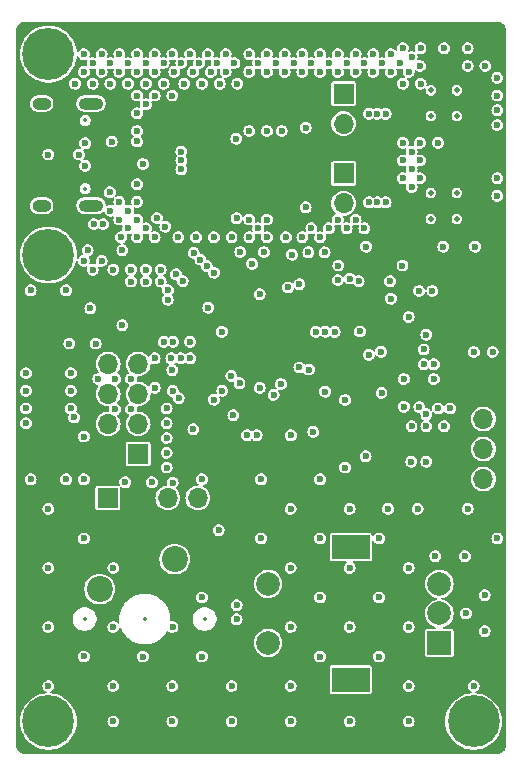
<source format=gbr>
%TF.GenerationSoftware,KiCad,Pcbnew,8.0.5*%
%TF.CreationDate,2024-10-25T16:55:04+02:00*%
%TF.ProjectId,Keyboard_PCB,4b657962-6f61-4726-945f-5043422e6b69,rev?*%
%TF.SameCoordinates,Original*%
%TF.FileFunction,Copper,L3,Inr*%
%TF.FilePolarity,Positive*%
%FSLAX46Y46*%
G04 Gerber Fmt 4.6, Leading zero omitted, Abs format (unit mm)*
G04 Created by KiCad (PCBNEW 8.0.5) date 2024-10-25 16:55:04*
%MOMM*%
%LPD*%
G01*
G04 APERTURE LIST*
%TA.AperFunction,ComponentPad*%
%ADD10C,2.200000*%
%TD*%
%TA.AperFunction,ComponentPad*%
%ADD11O,2.100000X1.000000*%
%TD*%
%TA.AperFunction,ComponentPad*%
%ADD12O,1.600000X1.000000*%
%TD*%
%TA.AperFunction,ComponentPad*%
%ADD13R,1.700000X1.700000*%
%TD*%
%TA.AperFunction,ComponentPad*%
%ADD14O,1.700000X1.700000*%
%TD*%
%TA.AperFunction,ComponentPad*%
%ADD15C,0.700000*%
%TD*%
%TA.AperFunction,ComponentPad*%
%ADD16C,4.400000*%
%TD*%
%TA.AperFunction,HeatsinkPad*%
%ADD17C,0.500000*%
%TD*%
%TA.AperFunction,ComponentPad*%
%ADD18R,2.000000X2.000000*%
%TD*%
%TA.AperFunction,ComponentPad*%
%ADD19C,2.000000*%
%TD*%
%TA.AperFunction,ComponentPad*%
%ADD20R,3.200000X2.000000*%
%TD*%
%TA.AperFunction,ViaPad*%
%ADD21C,0.600000*%
%TD*%
%ADD22C,0.300000*%
%ADD23C,0.350000*%
%ADD24O,1.700000X0.600000*%
%ADD25O,1.200000X0.600000*%
%ADD26C,0.200000*%
%ADD27O,2.800000X1.500000*%
G04 APERTURE END LIST*
D10*
%TO.N,/WKUP*%
%TO.C,SW2*%
X98658751Y-234872500D03*
%TO.N,GND*%
X92308751Y-237412500D03*
%TD*%
D11*
%TO.N,unconnected-(J2-SHIELD-PadS1)_3*%
%TO.C,J2*%
X91573750Y-196307500D03*
D12*
%TO.N,unconnected-(J2-SHIELD-PadS1)_2*%
X87393750Y-196307500D03*
D11*
%TO.N,unconnected-(J2-SHIELD-PadS1)_1*%
X91573750Y-204947500D03*
D12*
%TO.N,unconnected-(J2-SHIELD-PadS1)*%
X87393750Y-204947500D03*
%TD*%
D13*
%TO.N,GND*%
%TO.C,J1*%
X92993750Y-229702500D03*
D14*
%TO.N,+3V3*%
X95533750Y-229702500D03*
%TO.N,/I2C_LCD_SCL*%
X98073749Y-229702500D03*
%TO.N,/I2C_LCD_SDA*%
X100613750Y-229702500D03*
%TD*%
D13*
%TO.N,+3V3*%
%TO.C,J5*%
X124793750Y-220477500D03*
D14*
%TO.N,/SWDIO*%
X124793750Y-223017500D03*
%TO.N,/SWCLK*%
X124793750Y-225557499D03*
%TO.N,GND*%
X124793750Y-228097500D03*
%TD*%
D15*
%TO.N,GND*%
%TO.C,H4*%
X122318750Y-248627500D03*
X122802024Y-247460774D03*
X122802024Y-249794226D03*
X123968750Y-246977500D03*
D16*
X123968750Y-248627500D03*
D15*
X123968750Y-250277500D03*
X125135476Y-247460774D03*
X125135476Y-249794226D03*
X125618750Y-248627500D03*
%TD*%
D13*
%TO.N,/USB_PWR/APP_BAT*%
%TO.C,BT1*%
X112953750Y-195467500D03*
D14*
%TO.N,GND*%
X112953750Y-198007500D03*
%TD*%
D15*
%TO.N,GND*%
%TO.C,H2*%
X86318750Y-209127500D03*
X86802024Y-207960774D03*
X86802024Y-210294226D03*
X87968750Y-207477500D03*
D16*
X87968750Y-209127500D03*
D15*
X87968750Y-210777500D03*
X89135476Y-207960774D03*
X89135476Y-210294226D03*
X89618750Y-209127500D03*
%TD*%
D17*
%TO.N,GND*%
%TO.C,U2*%
X122553750Y-195177500D03*
X120353750Y-195177500D03*
X122553750Y-197377500D03*
X120353750Y-197377500D03*
%TD*%
D13*
%TO.N,GND*%
%TO.C,J3*%
X95558750Y-225977500D03*
D14*
%TO.N,+3V3*%
X93018750Y-225977500D03*
%TO.N,/LCD_CLK*%
X95558750Y-223437500D03*
%TO.N,/LCD_MOSI*%
X93018750Y-223437500D03*
%TO.N,/LCD_NRST*%
X95558750Y-220897501D03*
%TO.N,/LCD_DC*%
X93018750Y-220897500D03*
%TO.N,/LCD_NCS*%
X95558750Y-218357500D03*
%TO.N,/LCD_BL*%
X93018750Y-218357500D03*
%TD*%
D18*
%TO.N,/EC11_A*%
%TO.C,SW1*%
X121068750Y-241977500D03*
D19*
%TO.N,/EC11_B*%
X121068750Y-236977500D03*
%TO.N,GND*%
X121068750Y-239477500D03*
D20*
X113568750Y-245077500D03*
X113568750Y-233877500D03*
D19*
%TO.N,/ENC_SW*%
X106568750Y-236977500D03*
%TO.N,GND*%
X106568750Y-241977500D03*
%TD*%
D13*
%TO.N,/USB_PWR/BKUP_BAT*%
%TO.C,BT2*%
X112953750Y-202217500D03*
D14*
%TO.N,GND*%
X112953750Y-204757500D03*
%TD*%
D15*
%TO.N,GND*%
%TO.C,H3*%
X86318750Y-248627500D03*
X86802024Y-247460774D03*
X86802024Y-249794226D03*
X87968750Y-246977500D03*
D16*
X87968750Y-248627500D03*
D15*
X87968750Y-250277500D03*
X89135476Y-247460774D03*
X89135476Y-249794226D03*
X89618750Y-248627500D03*
%TD*%
%TO.N,GND*%
%TO.C,H1*%
X86318750Y-192127500D03*
X86802024Y-190960774D03*
X86802024Y-193294226D03*
X87968750Y-190477500D03*
D16*
X87968750Y-192127500D03*
D15*
X87968750Y-193777500D03*
X89135476Y-190960774D03*
X89135476Y-193294226D03*
X89618750Y-192127500D03*
%TD*%
D17*
%TO.N,GND*%
%TO.C,U4*%
X122553750Y-203877500D03*
X120353750Y-203877500D03*
X122553750Y-206077500D03*
X120353750Y-206077500D03*
%TD*%
D21*
%TO.N,GND*%
X86068750Y-215377500D03*
%TO.N,+3V3*%
X125318750Y-209727500D03*
%TO.N,GND*%
X96968750Y-220377500D03*
X105968750Y-233127500D03*
X86468750Y-228127500D03*
X90968750Y-193627500D03*
X100968750Y-243127500D03*
X118718750Y-201877500D03*
X125968750Y-194127500D03*
X104968750Y-192127500D03*
X113468750Y-235627500D03*
X86468750Y-212127500D03*
X119418750Y-202627500D03*
X109968750Y-208902500D03*
X92468341Y-193627297D03*
X119418750Y-193127500D03*
X96968750Y-217877500D03*
X118468750Y-248627500D03*
X116968750Y-212827500D03*
X94718750Y-206877500D03*
X103893750Y-238777500D03*
X100968750Y-194627500D03*
X101718750Y-193627500D03*
X114718750Y-206877500D03*
X100228628Y-223880405D03*
X93968750Y-193627500D03*
X123218750Y-234627500D03*
X110968750Y-243127500D03*
X94718750Y-205377500D03*
X115468750Y-192127500D03*
X93468750Y-235627500D03*
X114868750Y-208427500D03*
X93218750Y-192877500D03*
X113093750Y-227127500D03*
X110218750Y-192877500D03*
X90968750Y-228127500D03*
X94718750Y-192877500D03*
X118693750Y-226627500D03*
X100718750Y-192877500D03*
X123968750Y-245627500D03*
X104968750Y-206127500D03*
X93218750Y-205377500D03*
X111393750Y-220702500D03*
X106468750Y-192127500D03*
X97968750Y-225877500D03*
X113468750Y-240627500D03*
X118468750Y-235627500D03*
X86068750Y-223377500D03*
X120968750Y-199627500D03*
X96968750Y-195627500D03*
X114718750Y-192877500D03*
X93468750Y-210377500D03*
X98968750Y-207627500D03*
X103893750Y-239977500D03*
X96968750Y-207627500D03*
X118708750Y-223627500D03*
X119471614Y-194627499D03*
X123468750Y-191627500D03*
X104218750Y-208877500D03*
X101968750Y-207627500D03*
X101968750Y-221377500D03*
X112468750Y-192127500D03*
X113468750Y-211127500D03*
X115968750Y-233127500D03*
X106218750Y-208877500D03*
X102468750Y-194627500D03*
X120718750Y-234627500D03*
X117968750Y-201127500D03*
X108468750Y-240627500D03*
X97718750Y-192877500D03*
X107218750Y-192877500D03*
X89468750Y-212127500D03*
X110968750Y-207627500D03*
X94968750Y-211377500D03*
X115093750Y-217577500D03*
X96968750Y-192127500D03*
X104968750Y-207627500D03*
X98468750Y-245627500D03*
X110968750Y-238127500D03*
X112468750Y-206127500D03*
X89868750Y-222127500D03*
X102368750Y-232427500D03*
X95468750Y-197127500D03*
X97968750Y-224627500D03*
X93468750Y-240627500D03*
X108468750Y-248627500D03*
X108468750Y-245627500D03*
X94118750Y-207627500D03*
X97468750Y-211377500D03*
X110968750Y-228127500D03*
X121468750Y-191627500D03*
X99968750Y-192127500D03*
X109468750Y-207627500D03*
X107968750Y-193627500D03*
X113218750Y-192877500D03*
X112468750Y-193627500D03*
X105218750Y-209877500D03*
X94468750Y-228377500D03*
X117968750Y-202627500D03*
X119958750Y-223627500D03*
X99468750Y-194627500D03*
X95468750Y-203127500D03*
X91718750Y-194627500D03*
X105718750Y-192877500D03*
X125568751Y-217339999D03*
X94718750Y-194627500D03*
X100218750Y-193627500D03*
X90218750Y-194627500D03*
X123318750Y-239477500D03*
X91968750Y-216627500D03*
X117968750Y-199627500D03*
X100966938Y-228124923D03*
X97968750Y-227127500D03*
X105718750Y-206877500D03*
X93618750Y-222177500D03*
X114818750Y-226177500D03*
X116718750Y-230627500D03*
X93468750Y-245627500D03*
X110021812Y-218830561D03*
X92468750Y-192127500D03*
X98468750Y-248627500D03*
X120968750Y-222127500D03*
X125968750Y-195627500D03*
X118468750Y-240627500D03*
X95468750Y-206127500D03*
X102693750Y-220627500D03*
X102218750Y-192877500D03*
X97143750Y-206002500D03*
X93968750Y-204627500D03*
X108468750Y-235627500D03*
X121968750Y-222127500D03*
X86068750Y-219127500D03*
X86068750Y-220627500D03*
X118468750Y-245627500D03*
X125968750Y-233127500D03*
X95468750Y-195627500D03*
X116968750Y-193627500D03*
X115468750Y-193627500D03*
X119468750Y-191627500D03*
X89868750Y-220627500D03*
X95468750Y-193627500D03*
X92468750Y-209627500D03*
X125968750Y-204127500D03*
X107718750Y-198627500D03*
X111718750Y-192877500D03*
X93218750Y-194627500D03*
X90968750Y-192127500D03*
X121468750Y-223627500D03*
X119968750Y-226627500D03*
X110968750Y-233127500D03*
X117968750Y-191627500D03*
X95968750Y-243127500D03*
X103620742Y-222700508D03*
X98468750Y-192127500D03*
X117968750Y-194627500D03*
X103468750Y-248627500D03*
X103968750Y-194627500D03*
X115968750Y-243127500D03*
X102661769Y-215627500D03*
X103468750Y-245627500D03*
X113093750Y-221402500D03*
X96218750Y-211377500D03*
X97468750Y-210377500D03*
X93968750Y-206127500D03*
X98468750Y-195627500D03*
X113968750Y-206127500D03*
X96218750Y-192877500D03*
X103468750Y-207627500D03*
X119418750Y-201127500D03*
X100468750Y-207627500D03*
X101468750Y-192127500D03*
X110218750Y-206877500D03*
X124968750Y-193127500D03*
X106468750Y-207627500D03*
X121393750Y-208427500D03*
X90968750Y-209627500D03*
X113968750Y-192127500D03*
X116168750Y-220802500D03*
X118468750Y-214377500D03*
X102968750Y-193627500D03*
X113468750Y-230627500D03*
X116968750Y-192127500D03*
X105843750Y-212445519D03*
X109468750Y-193627500D03*
X107968750Y-192127500D03*
X98468750Y-218877500D03*
X87968750Y-245627500D03*
X95468750Y-204627500D03*
X118718750Y-192377500D03*
X119418750Y-199627500D03*
X118468750Y-193627500D03*
X96718750Y-228377500D03*
X123468750Y-193127500D03*
X97968750Y-222127500D03*
X113468750Y-248627500D03*
X93168750Y-203827500D03*
X106468750Y-198627500D03*
X91718750Y-192877500D03*
X118718750Y-203377500D03*
X113218750Y-206877500D03*
X95468750Y-198627500D03*
X89468750Y-228127500D03*
X96218750Y-210377500D03*
X95468750Y-192127500D03*
X93618750Y-219627500D03*
X110968750Y-193627500D03*
X105968750Y-228127500D03*
X108468750Y-230627500D03*
X104968750Y-193627500D03*
X109468750Y-192127500D03*
X117718750Y-192877500D03*
X96218750Y-206877500D03*
X108493750Y-224402500D03*
X94968750Y-210377500D03*
X96218750Y-196377500D03*
X118068750Y-219627500D03*
X108068750Y-207627500D03*
X108591758Y-209104492D03*
X96968750Y-193627500D03*
X119968750Y-215877500D03*
X118718750Y-200377500D03*
X102968750Y-192127500D03*
X115968750Y-238127500D03*
X97718750Y-194627500D03*
X94218750Y-215077500D03*
X113968750Y-193627500D03*
X110968750Y-192127500D03*
X94968750Y-222177500D03*
X98618750Y-193627500D03*
X111343750Y-208902500D03*
X125968750Y-196877500D03*
X94968750Y-219627500D03*
X125968750Y-198127500D03*
X116218750Y-192877500D03*
X99218750Y-192877500D03*
X108718750Y-192877500D03*
X106468750Y-193627500D03*
X87968750Y-240627500D03*
X100968750Y-238127500D03*
X120468750Y-212177500D03*
X96218750Y-194627500D03*
X87968750Y-235627500D03*
X89868750Y-219127500D03*
X86068750Y-222127500D03*
X93468750Y-248627500D03*
X97868750Y-206727500D03*
X119218750Y-230627500D03*
X95468750Y-207627500D03*
X91718750Y-210377500D03*
X90968750Y-233127500D03*
X90971293Y-243121088D03*
X123468750Y-230627500D03*
X87968750Y-230627500D03*
X111718750Y-206877500D03*
X125968750Y-202627500D03*
X97968750Y-223377500D03*
X119343750Y-212177500D03*
X98471655Y-240627499D03*
X93968750Y-192127500D03*
X103718750Y-192877500D03*
X106468750Y-206127500D03*
X104968750Y-198627500D03*
%TO.N,+3V3*%
X121868750Y-226752500D03*
X124653750Y-198927500D03*
X124153750Y-198427500D03*
X89868750Y-226377500D03*
X89868750Y-217877500D03*
X103893750Y-233927500D03*
X123993751Y-212365000D03*
X123653750Y-199927500D03*
X125153750Y-198427500D03*
X124153750Y-199427500D03*
X112218750Y-212177500D03*
X93143750Y-212077500D03*
X123653750Y-197927500D03*
X123653750Y-198927500D03*
X103852221Y-221394029D03*
X119743750Y-208427500D03*
X123368750Y-236602500D03*
X125153750Y-199427500D03*
X97683750Y-232422500D03*
X113468750Y-212177500D03*
X123993751Y-213840000D03*
X113670463Y-216279213D03*
X99899296Y-213821954D03*
X107395706Y-209251944D03*
X124653750Y-199927500D03*
X123153750Y-198427500D03*
X123153750Y-199427500D03*
X103897344Y-235277500D03*
X96358751Y-232422500D03*
X121868750Y-229027500D03*
X123368750Y-242327500D03*
X124653750Y-197927500D03*
%TO.N,/NRST*%
X117943750Y-210027500D03*
X109218750Y-218652500D03*
%TO.N,/LSE_IN*%
X110393750Y-224102500D03*
X107652970Y-220053014D03*
%TO.N,/VBAT*%
X105859027Y-220385193D03*
X124093750Y-208427500D03*
%TO.N,/ENC_A*%
X98479531Y-220629085D03*
X124893750Y-240977500D03*
%TO.N,/ENC_B*%
X124893750Y-237927500D03*
X98983089Y-221250723D03*
%TO.N,/ENC_SW*%
X97743744Y-216477500D03*
X109218750Y-211602500D03*
X98480811Y-228406555D03*
%TO.N,+5V*%
X115118750Y-197177500D03*
X99216249Y-201877500D03*
X87968750Y-200627500D03*
X115118750Y-204677500D03*
X99216249Y-201127500D03*
X115818750Y-197177500D03*
X99216249Y-200377500D03*
X115818750Y-204677500D03*
X90563750Y-200627500D03*
X116518750Y-197177500D03*
X116518750Y-204677500D03*
%TO.N,/WKUP*%
X107027970Y-220977500D03*
X105593750Y-224377500D03*
%TO.N,/STATUS*%
X116126808Y-217319442D03*
X111405097Y-215624012D03*
X114347177Y-215602499D03*
X123993751Y-217339999D03*
%TO.N,/USB_DN*%
X91293750Y-208727500D03*
X94218750Y-208727500D03*
%TO.N,Net-(FL1-Pad1)*%
X91818747Y-206508899D03*
%TO.N,Net-(FL1-Pad4)*%
X92618750Y-206508899D03*
%TO.N,/SWCLK*%
X99168747Y-217877500D03*
%TO.N,/SWDIO*%
X101509131Y-213590978D03*
X99968750Y-216477500D03*
X99968750Y-217877500D03*
%TO.N,Net-(J2-D+-PadA6)*%
X91068750Y-201577500D03*
%TO.N,Net-(J2-D--PadA7)*%
X91068750Y-199677500D03*
%TO.N,/USB_SENS*%
X93318750Y-199527501D03*
X116899799Y-211352498D03*
X112205090Y-215627790D03*
X95468026Y-199515795D03*
X95968750Y-201427500D03*
X114236460Y-211352500D03*
%TO.N,/LCD_BL*%
X91512877Y-213653343D03*
X104144870Y-219989225D03*
%TO.N,/LCD_DC*%
X100268238Y-208948130D03*
X98086337Y-212108788D03*
X92193750Y-219627500D03*
%TO.N,/LCD_CLK*%
X98770650Y-210773946D03*
X100833925Y-209513817D03*
%TO.N,/LCD_NRST*%
X108258367Y-211876728D03*
X98368744Y-217877500D03*
X98543747Y-216477500D03*
%TO.N,/LCD_MOSI*%
X101983179Y-210626728D03*
X98067404Y-212908566D03*
X90137820Y-222880896D03*
%TO.N,/LCD_NCS*%
X101399612Y-210079505D03*
X99336337Y-211339633D03*
X90959867Y-224502501D03*
%TO.N,Net-(J4-Pin_21)*%
X89743750Y-216629343D03*
%TO.N,/BOOT0*%
X112518750Y-210027500D03*
X103461025Y-219364226D03*
%TO.N,/FLASH_CLK*%
X119734867Y-218377500D03*
X119368750Y-222002500D03*
%TO.N,/FLASH_NRST*%
X119968750Y-222627500D03*
X110605235Y-215638985D03*
%TO.N,/FLASH_MISO*%
X120593750Y-218377500D03*
X120593750Y-219627500D03*
%TO.N,/FLASH_MOSI*%
X118061229Y-221977500D03*
X119734025Y-217127500D03*
%TO.N,Net-(U5-~{PG})*%
X103879331Y-199277500D03*
X109752908Y-198350167D03*
%TO.N,Net-(U6-~{PG})*%
X103890203Y-206027500D03*
X109752908Y-205100167D03*
%TO.N,Net-(JP2-B)*%
X112468750Y-211252500D03*
X104793747Y-224377500D03*
%TD*%
%TA.AperFunction,Conductor*%
%TO.N,+3V3*%
G36*
X125917545Y-189378001D02*
G01*
X125924590Y-189378000D01*
X125924593Y-189378002D01*
X125965130Y-189378000D01*
X125972378Y-189378355D01*
X126107738Y-189391681D01*
X126121963Y-189394510D01*
X126248619Y-189432926D01*
X126262021Y-189438476D01*
X126378755Y-189500867D01*
X126390807Y-189508918D01*
X126493125Y-189592883D01*
X126503382Y-189603140D01*
X126587355Y-189705455D01*
X126595416Y-189717518D01*
X126657809Y-189834244D01*
X126663360Y-189847646D01*
X126701781Y-189974297D01*
X126704612Y-189988526D01*
X126717894Y-190123377D01*
X126718250Y-190130630D01*
X126718250Y-250623861D01*
X126717894Y-250631114D01*
X126704563Y-250766463D01*
X126701732Y-250780692D01*
X126663314Y-250907334D01*
X126657763Y-250920737D01*
X126595372Y-251037457D01*
X126587312Y-251049518D01*
X126503353Y-251151818D01*
X126493095Y-251162076D01*
X126390788Y-251246033D01*
X126378725Y-251254093D01*
X126261999Y-251316478D01*
X126248596Y-251322028D01*
X126121955Y-251360439D01*
X126107727Y-251363269D01*
X125971876Y-251376643D01*
X125964624Y-251376999D01*
X125930820Y-251376998D01*
X125924593Y-251376998D01*
X125924592Y-251376998D01*
X125917545Y-251376998D01*
X125917525Y-251377000D01*
X86019975Y-251377000D01*
X86019954Y-251376998D01*
X86012907Y-251376998D01*
X86006803Y-251376998D01*
X85972371Y-251376999D01*
X85965119Y-251376643D01*
X85829762Y-251363318D01*
X85815534Y-251360488D01*
X85688880Y-251322073D01*
X85675477Y-251316522D01*
X85558747Y-251254134D01*
X85546690Y-251246079D01*
X85444373Y-251162115D01*
X85434117Y-251151859D01*
X85350144Y-251049544D01*
X85342083Y-251037481D01*
X85342070Y-251037457D01*
X85279688Y-250920752D01*
X85274139Y-250907353D01*
X85235716Y-250780692D01*
X85232888Y-250766480D01*
X85219606Y-250631621D01*
X85219250Y-250624368D01*
X85219250Y-248627499D01*
X85563504Y-248627499D01*
X85563504Y-248627500D01*
X85582469Y-248928947D01*
X85582472Y-248928970D01*
X85639068Y-249225657D01*
X85639072Y-249225673D01*
X85732404Y-249512919D01*
X85732406Y-249512923D01*
X85861017Y-249786237D01*
X86022864Y-250041267D01*
X86215397Y-250274000D01*
X86215400Y-250274002D01*
X86215401Y-250274004D01*
X86435588Y-250480774D01*
X86679955Y-250658316D01*
X86944646Y-250803832D01*
X87138892Y-250880739D01*
X87225480Y-250915022D01*
X87225484Y-250915024D01*
X87225488Y-250915025D01*
X87518052Y-250990142D01*
X87518048Y-250990142D01*
X87817715Y-251027999D01*
X87817722Y-251028000D01*
X87817723Y-251028000D01*
X88119778Y-251028000D01*
X88119781Y-251027999D01*
X88419448Y-250990142D01*
X88712012Y-250915025D01*
X88992854Y-250803832D01*
X89257545Y-250658316D01*
X89501912Y-250480774D01*
X89722099Y-250274004D01*
X89914635Y-250041268D01*
X90076483Y-249786236D01*
X90205091Y-249512930D01*
X90298431Y-249225660D01*
X90355030Y-248928957D01*
X90373996Y-248627500D01*
X92963103Y-248627500D01*
X92983584Y-248769954D01*
X93043373Y-248900873D01*
X93137618Y-249009639D01*
X93137619Y-249009640D01*
X93137622Y-249009643D01*
X93258697Y-249087453D01*
X93365153Y-249118711D01*
X93396785Y-249127999D01*
X93396787Y-249128000D01*
X93396789Y-249128000D01*
X93540713Y-249128000D01*
X93540714Y-249127999D01*
X93678803Y-249087453D01*
X93799878Y-249009643D01*
X93894127Y-248900873D01*
X93953915Y-248769957D01*
X93974397Y-248627500D01*
X97963103Y-248627500D01*
X97983584Y-248769954D01*
X98043373Y-248900873D01*
X98137618Y-249009639D01*
X98137619Y-249009640D01*
X98137622Y-249009643D01*
X98258697Y-249087453D01*
X98365153Y-249118711D01*
X98396785Y-249127999D01*
X98396787Y-249128000D01*
X98396789Y-249128000D01*
X98540713Y-249128000D01*
X98540714Y-249127999D01*
X98678803Y-249087453D01*
X98799878Y-249009643D01*
X98894127Y-248900873D01*
X98953915Y-248769957D01*
X98974397Y-248627500D01*
X102963103Y-248627500D01*
X102983584Y-248769954D01*
X103043373Y-248900873D01*
X103137618Y-249009639D01*
X103137619Y-249009640D01*
X103137622Y-249009643D01*
X103258697Y-249087453D01*
X103365153Y-249118711D01*
X103396785Y-249127999D01*
X103396787Y-249128000D01*
X103396789Y-249128000D01*
X103540713Y-249128000D01*
X103540714Y-249127999D01*
X103678803Y-249087453D01*
X103799878Y-249009643D01*
X103894127Y-248900873D01*
X103953915Y-248769957D01*
X103974397Y-248627500D01*
X107963103Y-248627500D01*
X107983584Y-248769954D01*
X108043373Y-248900873D01*
X108137618Y-249009639D01*
X108137619Y-249009640D01*
X108137622Y-249009643D01*
X108258697Y-249087453D01*
X108365153Y-249118711D01*
X108396785Y-249127999D01*
X108396787Y-249128000D01*
X108396789Y-249128000D01*
X108540713Y-249128000D01*
X108540714Y-249127999D01*
X108678803Y-249087453D01*
X108799878Y-249009643D01*
X108894127Y-248900873D01*
X108953915Y-248769957D01*
X108974397Y-248627500D01*
X112963103Y-248627500D01*
X112983584Y-248769954D01*
X113043373Y-248900873D01*
X113137618Y-249009639D01*
X113137619Y-249009640D01*
X113137622Y-249009643D01*
X113258697Y-249087453D01*
X113365153Y-249118711D01*
X113396785Y-249127999D01*
X113396787Y-249128000D01*
X113396789Y-249128000D01*
X113540713Y-249128000D01*
X113540714Y-249127999D01*
X113678803Y-249087453D01*
X113799878Y-249009643D01*
X113894127Y-248900873D01*
X113953915Y-248769957D01*
X113974397Y-248627500D01*
X117963103Y-248627500D01*
X117983584Y-248769954D01*
X118043373Y-248900873D01*
X118137618Y-249009639D01*
X118137619Y-249009640D01*
X118137622Y-249009643D01*
X118258697Y-249087453D01*
X118365153Y-249118711D01*
X118396785Y-249127999D01*
X118396787Y-249128000D01*
X118396789Y-249128000D01*
X118540713Y-249128000D01*
X118540714Y-249127999D01*
X118678803Y-249087453D01*
X118799878Y-249009643D01*
X118894127Y-248900873D01*
X118953915Y-248769957D01*
X118974397Y-248627500D01*
X118974397Y-248627499D01*
X121563504Y-248627499D01*
X121563504Y-248627500D01*
X121582469Y-248928947D01*
X121582472Y-248928970D01*
X121639068Y-249225657D01*
X121639072Y-249225673D01*
X121732404Y-249512919D01*
X121732406Y-249512923D01*
X121861017Y-249786237D01*
X122022864Y-250041267D01*
X122215397Y-250274000D01*
X122215400Y-250274002D01*
X122215401Y-250274004D01*
X122435588Y-250480774D01*
X122679955Y-250658316D01*
X122944646Y-250803832D01*
X123138892Y-250880739D01*
X123225480Y-250915022D01*
X123225484Y-250915024D01*
X123225488Y-250915025D01*
X123518052Y-250990142D01*
X123518048Y-250990142D01*
X123817715Y-251027999D01*
X123817722Y-251028000D01*
X123817723Y-251028000D01*
X124119778Y-251028000D01*
X124119781Y-251027999D01*
X124419448Y-250990142D01*
X124712012Y-250915025D01*
X124992854Y-250803832D01*
X125257545Y-250658316D01*
X125501912Y-250480774D01*
X125722099Y-250274004D01*
X125914635Y-250041268D01*
X126076483Y-249786236D01*
X126205091Y-249512930D01*
X126298431Y-249225660D01*
X126355030Y-248928957D01*
X126373996Y-248627500D01*
X126355030Y-248326043D01*
X126298431Y-248029340D01*
X126298428Y-248029333D01*
X126298427Y-248029326D01*
X126205095Y-247742080D01*
X126205093Y-247742076D01*
X126205092Y-247742075D01*
X126205091Y-247742070D01*
X126076483Y-247468764D01*
X125914635Y-247213732D01*
X125722102Y-246980999D01*
X125722099Y-246980996D01*
X125501912Y-246774226D01*
X125399941Y-246700140D01*
X125257550Y-246596687D01*
X124992854Y-246451168D01*
X124992847Y-246451165D01*
X124712019Y-246339977D01*
X124712015Y-246339975D01*
X124419446Y-246264857D01*
X124419450Y-246264857D01*
X124180738Y-246234700D01*
X124131541Y-246206639D01*
X124116597Y-246152009D01*
X124144658Y-246102812D01*
X124169160Y-246090284D01*
X124178803Y-246087453D01*
X124299878Y-246009643D01*
X124394127Y-245900873D01*
X124453915Y-245769957D01*
X124474397Y-245627500D01*
X124453915Y-245485043D01*
X124394127Y-245354127D01*
X124299878Y-245245357D01*
X124242932Y-245208760D01*
X124178804Y-245167547D01*
X124178800Y-245167546D01*
X124040714Y-245127000D01*
X124040711Y-245127000D01*
X123896789Y-245127000D01*
X123896786Y-245127000D01*
X123758699Y-245167546D01*
X123758695Y-245167547D01*
X123637625Y-245245355D01*
X123637618Y-245245360D01*
X123543373Y-245354126D01*
X123483584Y-245485045D01*
X123463103Y-245627500D01*
X123483584Y-245769954D01*
X123543373Y-245900873D01*
X123637618Y-246009639D01*
X123637619Y-246009640D01*
X123637622Y-246009643D01*
X123758697Y-246087453D01*
X123768332Y-246090282D01*
X123812433Y-246125817D01*
X123818489Y-246182129D01*
X123782953Y-246226231D01*
X123756761Y-246234700D01*
X123518051Y-246264857D01*
X123225484Y-246339975D01*
X123225480Y-246339977D01*
X122944652Y-246451165D01*
X122944645Y-246451168D01*
X122679949Y-246596687D01*
X122435589Y-246774225D01*
X122215397Y-246980999D01*
X122022864Y-247213732D01*
X121861017Y-247468762D01*
X121732406Y-247742076D01*
X121732404Y-247742080D01*
X121639072Y-248029326D01*
X121639068Y-248029342D01*
X121582472Y-248326029D01*
X121582469Y-248326052D01*
X121563504Y-248627499D01*
X118974397Y-248627499D01*
X118953915Y-248485043D01*
X118894127Y-248354127D01*
X118799878Y-248245357D01*
X118742932Y-248208760D01*
X118678804Y-248167547D01*
X118678800Y-248167546D01*
X118540714Y-248127000D01*
X118540711Y-248127000D01*
X118396789Y-248127000D01*
X118396786Y-248127000D01*
X118258699Y-248167546D01*
X118258695Y-248167547D01*
X118137625Y-248245355D01*
X118137618Y-248245360D01*
X118043373Y-248354126D01*
X117983584Y-248485045D01*
X117963103Y-248627500D01*
X113974397Y-248627500D01*
X113953915Y-248485043D01*
X113894127Y-248354127D01*
X113799878Y-248245357D01*
X113742932Y-248208760D01*
X113678804Y-248167547D01*
X113678800Y-248167546D01*
X113540714Y-248127000D01*
X113540711Y-248127000D01*
X113396789Y-248127000D01*
X113396786Y-248127000D01*
X113258699Y-248167546D01*
X113258695Y-248167547D01*
X113137625Y-248245355D01*
X113137618Y-248245360D01*
X113043373Y-248354126D01*
X112983584Y-248485045D01*
X112963103Y-248627500D01*
X108974397Y-248627500D01*
X108953915Y-248485043D01*
X108894127Y-248354127D01*
X108799878Y-248245357D01*
X108742932Y-248208760D01*
X108678804Y-248167547D01*
X108678800Y-248167546D01*
X108540714Y-248127000D01*
X108540711Y-248127000D01*
X108396789Y-248127000D01*
X108396786Y-248127000D01*
X108258699Y-248167546D01*
X108258695Y-248167547D01*
X108137625Y-248245355D01*
X108137618Y-248245360D01*
X108043373Y-248354126D01*
X107983584Y-248485045D01*
X107963103Y-248627500D01*
X103974397Y-248627500D01*
X103953915Y-248485043D01*
X103894127Y-248354127D01*
X103799878Y-248245357D01*
X103742932Y-248208760D01*
X103678804Y-248167547D01*
X103678800Y-248167546D01*
X103540714Y-248127000D01*
X103540711Y-248127000D01*
X103396789Y-248127000D01*
X103396786Y-248127000D01*
X103258699Y-248167546D01*
X103258695Y-248167547D01*
X103137625Y-248245355D01*
X103137618Y-248245360D01*
X103043373Y-248354126D01*
X102983584Y-248485045D01*
X102963103Y-248627500D01*
X98974397Y-248627500D01*
X98953915Y-248485043D01*
X98894127Y-248354127D01*
X98799878Y-248245357D01*
X98742932Y-248208760D01*
X98678804Y-248167547D01*
X98678800Y-248167546D01*
X98540714Y-248127000D01*
X98540711Y-248127000D01*
X98396789Y-248127000D01*
X98396786Y-248127000D01*
X98258699Y-248167546D01*
X98258695Y-248167547D01*
X98137625Y-248245355D01*
X98137618Y-248245360D01*
X98043373Y-248354126D01*
X97983584Y-248485045D01*
X97963103Y-248627500D01*
X93974397Y-248627500D01*
X93953915Y-248485043D01*
X93894127Y-248354127D01*
X93799878Y-248245357D01*
X93742932Y-248208760D01*
X93678804Y-248167547D01*
X93678800Y-248167546D01*
X93540714Y-248127000D01*
X93540711Y-248127000D01*
X93396789Y-248127000D01*
X93396786Y-248127000D01*
X93258699Y-248167546D01*
X93258695Y-248167547D01*
X93137625Y-248245355D01*
X93137618Y-248245360D01*
X93043373Y-248354126D01*
X92983584Y-248485045D01*
X92963103Y-248627500D01*
X90373996Y-248627500D01*
X90355030Y-248326043D01*
X90298431Y-248029340D01*
X90298428Y-248029333D01*
X90298427Y-248029326D01*
X90205095Y-247742080D01*
X90205093Y-247742076D01*
X90205092Y-247742075D01*
X90205091Y-247742070D01*
X90076483Y-247468764D01*
X89914635Y-247213732D01*
X89722102Y-246980999D01*
X89722099Y-246980996D01*
X89501912Y-246774226D01*
X89399941Y-246700140D01*
X89257550Y-246596687D01*
X88992854Y-246451168D01*
X88992847Y-246451165D01*
X88712019Y-246339977D01*
X88712015Y-246339975D01*
X88419446Y-246264857D01*
X88419450Y-246264857D01*
X88180738Y-246234700D01*
X88131541Y-246206639D01*
X88116597Y-246152009D01*
X88144658Y-246102812D01*
X88169160Y-246090284D01*
X88178803Y-246087453D01*
X88299878Y-246009643D01*
X88394127Y-245900873D01*
X88453915Y-245769957D01*
X88474397Y-245627500D01*
X92963103Y-245627500D01*
X92983584Y-245769954D01*
X93043373Y-245900873D01*
X93137618Y-246009639D01*
X93137619Y-246009640D01*
X93137622Y-246009643D01*
X93230224Y-246069154D01*
X93258693Y-246087451D01*
X93258697Y-246087453D01*
X93365153Y-246118711D01*
X93396785Y-246127999D01*
X93396787Y-246128000D01*
X93396789Y-246128000D01*
X93540713Y-246128000D01*
X93540714Y-246127999D01*
X93678803Y-246087453D01*
X93799878Y-246009643D01*
X93894127Y-245900873D01*
X93953915Y-245769957D01*
X93974397Y-245627500D01*
X97963103Y-245627500D01*
X97983584Y-245769954D01*
X98043373Y-245900873D01*
X98137618Y-246009639D01*
X98137619Y-246009640D01*
X98137622Y-246009643D01*
X98230224Y-246069154D01*
X98258693Y-246087451D01*
X98258697Y-246087453D01*
X98365153Y-246118711D01*
X98396785Y-246127999D01*
X98396787Y-246128000D01*
X98396789Y-246128000D01*
X98540713Y-246128000D01*
X98540714Y-246127999D01*
X98678803Y-246087453D01*
X98799878Y-246009643D01*
X98894127Y-245900873D01*
X98953915Y-245769957D01*
X98974397Y-245627500D01*
X102963103Y-245627500D01*
X102983584Y-245769954D01*
X103043373Y-245900873D01*
X103137618Y-246009639D01*
X103137619Y-246009640D01*
X103137622Y-246009643D01*
X103230224Y-246069154D01*
X103258693Y-246087451D01*
X103258697Y-246087453D01*
X103365153Y-246118711D01*
X103396785Y-246127999D01*
X103396787Y-246128000D01*
X103396789Y-246128000D01*
X103540713Y-246128000D01*
X103540714Y-246127999D01*
X103678803Y-246087453D01*
X103799878Y-246009643D01*
X103894127Y-245900873D01*
X103953915Y-245769957D01*
X103974397Y-245627500D01*
X107963103Y-245627500D01*
X107983584Y-245769954D01*
X108043373Y-245900873D01*
X108137618Y-246009639D01*
X108137619Y-246009640D01*
X108137622Y-246009643D01*
X108230224Y-246069154D01*
X108258693Y-246087451D01*
X108258697Y-246087453D01*
X108365153Y-246118711D01*
X108396785Y-246127999D01*
X108396787Y-246128000D01*
X108396789Y-246128000D01*
X108540713Y-246128000D01*
X108540714Y-246127999D01*
X108678803Y-246087453D01*
X108799878Y-246009643D01*
X108894127Y-245900873D01*
X108953915Y-245769957D01*
X108974397Y-245627500D01*
X108953915Y-245485043D01*
X108894127Y-245354127D01*
X108799878Y-245245357D01*
X108742932Y-245208760D01*
X108678804Y-245167547D01*
X108678800Y-245167546D01*
X108540714Y-245127000D01*
X108540711Y-245127000D01*
X108396789Y-245127000D01*
X108396786Y-245127000D01*
X108258699Y-245167546D01*
X108258695Y-245167547D01*
X108137625Y-245245355D01*
X108137618Y-245245360D01*
X108043373Y-245354126D01*
X107983584Y-245485045D01*
X107963103Y-245627500D01*
X103974397Y-245627500D01*
X103953915Y-245485043D01*
X103894127Y-245354127D01*
X103799878Y-245245357D01*
X103742932Y-245208760D01*
X103678804Y-245167547D01*
X103678800Y-245167546D01*
X103540714Y-245127000D01*
X103540711Y-245127000D01*
X103396789Y-245127000D01*
X103396786Y-245127000D01*
X103258699Y-245167546D01*
X103258695Y-245167547D01*
X103137625Y-245245355D01*
X103137618Y-245245360D01*
X103043373Y-245354126D01*
X102983584Y-245485045D01*
X102963103Y-245627500D01*
X98974397Y-245627500D01*
X98953915Y-245485043D01*
X98894127Y-245354127D01*
X98799878Y-245245357D01*
X98742932Y-245208760D01*
X98678804Y-245167547D01*
X98678800Y-245167546D01*
X98540714Y-245127000D01*
X98540711Y-245127000D01*
X98396789Y-245127000D01*
X98396786Y-245127000D01*
X98258699Y-245167546D01*
X98258695Y-245167547D01*
X98137625Y-245245355D01*
X98137618Y-245245360D01*
X98043373Y-245354126D01*
X97983584Y-245485045D01*
X97963103Y-245627500D01*
X93974397Y-245627500D01*
X93953915Y-245485043D01*
X93894127Y-245354127D01*
X93799878Y-245245357D01*
X93742932Y-245208760D01*
X93678804Y-245167547D01*
X93678800Y-245167546D01*
X93540714Y-245127000D01*
X93540711Y-245127000D01*
X93396789Y-245127000D01*
X93396786Y-245127000D01*
X93258699Y-245167546D01*
X93258695Y-245167547D01*
X93137625Y-245245355D01*
X93137618Y-245245360D01*
X93043373Y-245354126D01*
X92983584Y-245485045D01*
X92963103Y-245627500D01*
X88474397Y-245627500D01*
X88453915Y-245485043D01*
X88394127Y-245354127D01*
X88299878Y-245245357D01*
X88242932Y-245208760D01*
X88178804Y-245167547D01*
X88178800Y-245167546D01*
X88040714Y-245127000D01*
X88040711Y-245127000D01*
X87896789Y-245127000D01*
X87896786Y-245127000D01*
X87758699Y-245167546D01*
X87758695Y-245167547D01*
X87637625Y-245245355D01*
X87637618Y-245245360D01*
X87543373Y-245354126D01*
X87483584Y-245485045D01*
X87463103Y-245627500D01*
X87483584Y-245769954D01*
X87543373Y-245900873D01*
X87637618Y-246009639D01*
X87637619Y-246009640D01*
X87637622Y-246009643D01*
X87758697Y-246087453D01*
X87768332Y-246090282D01*
X87812433Y-246125817D01*
X87818489Y-246182129D01*
X87782953Y-246226231D01*
X87756761Y-246234700D01*
X87518051Y-246264857D01*
X87225484Y-246339975D01*
X87225480Y-246339977D01*
X86944652Y-246451165D01*
X86944645Y-246451168D01*
X86679949Y-246596687D01*
X86435589Y-246774225D01*
X86215397Y-246980999D01*
X86022864Y-247213732D01*
X85861017Y-247468762D01*
X85732406Y-247742076D01*
X85732404Y-247742080D01*
X85639072Y-248029326D01*
X85639068Y-248029342D01*
X85582472Y-248326029D01*
X85582469Y-248326052D01*
X85563504Y-248627499D01*
X85219250Y-248627499D01*
X85219250Y-244057753D01*
X111768250Y-244057753D01*
X111768250Y-246097246D01*
X111779883Y-246155732D01*
X111797522Y-246182129D01*
X111824198Y-246222052D01*
X111843127Y-246234700D01*
X111890517Y-246266366D01*
X111890518Y-246266366D01*
X111890519Y-246266367D01*
X111949002Y-246278000D01*
X111949004Y-246278000D01*
X115188496Y-246278000D01*
X115188498Y-246278000D01*
X115246981Y-246266367D01*
X115313302Y-246222052D01*
X115357617Y-246155731D01*
X115369250Y-246097248D01*
X115369250Y-245627500D01*
X117963103Y-245627500D01*
X117983584Y-245769954D01*
X118043373Y-245900873D01*
X118137618Y-246009639D01*
X118137619Y-246009640D01*
X118137622Y-246009643D01*
X118230224Y-246069154D01*
X118258693Y-246087451D01*
X118258697Y-246087453D01*
X118365153Y-246118711D01*
X118396785Y-246127999D01*
X118396787Y-246128000D01*
X118396789Y-246128000D01*
X118540713Y-246128000D01*
X118540714Y-246127999D01*
X118678803Y-246087453D01*
X118799878Y-246009643D01*
X118894127Y-245900873D01*
X118953915Y-245769957D01*
X118974397Y-245627500D01*
X118953915Y-245485043D01*
X118894127Y-245354127D01*
X118799878Y-245245357D01*
X118742932Y-245208760D01*
X118678804Y-245167547D01*
X118678800Y-245167546D01*
X118540714Y-245127000D01*
X118540711Y-245127000D01*
X118396789Y-245127000D01*
X118396786Y-245127000D01*
X118258699Y-245167546D01*
X118258695Y-245167547D01*
X118137625Y-245245355D01*
X118137618Y-245245360D01*
X118043373Y-245354126D01*
X117983584Y-245485045D01*
X117963103Y-245627500D01*
X115369250Y-245627500D01*
X115369250Y-244057752D01*
X115357617Y-243999269D01*
X115313302Y-243932948D01*
X115291093Y-243918108D01*
X115246982Y-243888633D01*
X115246983Y-243888633D01*
X115217739Y-243882816D01*
X115188498Y-243877000D01*
X111949002Y-243877000D01*
X111919760Y-243882816D01*
X111890517Y-243888633D01*
X111824199Y-243932947D01*
X111824197Y-243932949D01*
X111779883Y-243999267D01*
X111768250Y-244057753D01*
X85219250Y-244057753D01*
X85219250Y-243121088D01*
X90465646Y-243121088D01*
X90486127Y-243263542D01*
X90486127Y-243263543D01*
X90486128Y-243263545D01*
X90545916Y-243394461D01*
X90640161Y-243503227D01*
X90640162Y-243503228D01*
X90640165Y-243503231D01*
X90761240Y-243581041D01*
X90867696Y-243612299D01*
X90899328Y-243621587D01*
X90899330Y-243621588D01*
X90899332Y-243621588D01*
X91043256Y-243621588D01*
X91043257Y-243621587D01*
X91181346Y-243581041D01*
X91302421Y-243503231D01*
X91396670Y-243394461D01*
X91456458Y-243263545D01*
X91476018Y-243127500D01*
X95463103Y-243127500D01*
X95483584Y-243269954D01*
X95543373Y-243400873D01*
X95637618Y-243509639D01*
X95637619Y-243509640D01*
X95637622Y-243509643D01*
X95730224Y-243569154D01*
X95748719Y-243581041D01*
X95758697Y-243587453D01*
X95865153Y-243618711D01*
X95896785Y-243627999D01*
X95896787Y-243628000D01*
X95896789Y-243628000D01*
X96040713Y-243628000D01*
X96040714Y-243627999D01*
X96178803Y-243587453D01*
X96299878Y-243509643D01*
X96394127Y-243400873D01*
X96453915Y-243269957D01*
X96474397Y-243127500D01*
X100463103Y-243127500D01*
X100483584Y-243269954D01*
X100543373Y-243400873D01*
X100637618Y-243509639D01*
X100637619Y-243509640D01*
X100637622Y-243509643D01*
X100730224Y-243569154D01*
X100748719Y-243581041D01*
X100758697Y-243587453D01*
X100865153Y-243618711D01*
X100896785Y-243627999D01*
X100896787Y-243628000D01*
X100896789Y-243628000D01*
X101040713Y-243628000D01*
X101040714Y-243627999D01*
X101178803Y-243587453D01*
X101299878Y-243509643D01*
X101394127Y-243400873D01*
X101453915Y-243269957D01*
X101474397Y-243127500D01*
X101453915Y-242985043D01*
X101394127Y-242854127D01*
X101370564Y-242826934D01*
X101299881Y-242745360D01*
X101299879Y-242745359D01*
X101299878Y-242745357D01*
X101242932Y-242708760D01*
X101178804Y-242667547D01*
X101178800Y-242667546D01*
X101040714Y-242627000D01*
X101040711Y-242627000D01*
X100896789Y-242627000D01*
X100896786Y-242627000D01*
X100758699Y-242667546D01*
X100758695Y-242667547D01*
X100637625Y-242745355D01*
X100637618Y-242745360D01*
X100543373Y-242854126D01*
X100483584Y-242985045D01*
X100463103Y-243127500D01*
X96474397Y-243127500D01*
X96453915Y-242985043D01*
X96394127Y-242854127D01*
X96370564Y-242826934D01*
X96299881Y-242745360D01*
X96299879Y-242745359D01*
X96299878Y-242745357D01*
X96242932Y-242708760D01*
X96178804Y-242667547D01*
X96178800Y-242667546D01*
X96040714Y-242627000D01*
X96040711Y-242627000D01*
X95896789Y-242627000D01*
X95896786Y-242627000D01*
X95758699Y-242667546D01*
X95758695Y-242667547D01*
X95637625Y-242745355D01*
X95637618Y-242745360D01*
X95543373Y-242854126D01*
X95483584Y-242985045D01*
X95463103Y-243127500D01*
X91476018Y-243127500D01*
X91476940Y-243121088D01*
X91456458Y-242978631D01*
X91396670Y-242847715D01*
X91307977Y-242745357D01*
X91302424Y-242738948D01*
X91302422Y-242738947D01*
X91302421Y-242738945D01*
X91245475Y-242702348D01*
X91181347Y-242661135D01*
X91181343Y-242661134D01*
X91043257Y-242620588D01*
X91043254Y-242620588D01*
X90899332Y-242620588D01*
X90899329Y-242620588D01*
X90761242Y-242661134D01*
X90761238Y-242661135D01*
X90640168Y-242738943D01*
X90640161Y-242738948D01*
X90545916Y-242847714D01*
X90486127Y-242978633D01*
X90465646Y-243121088D01*
X85219250Y-243121088D01*
X85219250Y-240627500D01*
X87463103Y-240627500D01*
X87483584Y-240769954D01*
X87483584Y-240769955D01*
X87483585Y-240769957D01*
X87512353Y-240832949D01*
X87543373Y-240900873D01*
X87637618Y-241009639D01*
X87637619Y-241009640D01*
X87637622Y-241009643D01*
X87730224Y-241069154D01*
X87758693Y-241087451D01*
X87758697Y-241087453D01*
X87865153Y-241118711D01*
X87896785Y-241127999D01*
X87896787Y-241128000D01*
X87896789Y-241128000D01*
X88040713Y-241128000D01*
X88040714Y-241127999D01*
X88178803Y-241087453D01*
X88299878Y-241009643D01*
X88394127Y-240900873D01*
X88453915Y-240769957D01*
X88474397Y-240627500D01*
X88453915Y-240485043D01*
X88394127Y-240354127D01*
X88357563Y-240311930D01*
X88299881Y-240245360D01*
X88299879Y-240245359D01*
X88299878Y-240245357D01*
X88242932Y-240208760D01*
X88178804Y-240167547D01*
X88178800Y-240167546D01*
X88040714Y-240127000D01*
X88040711Y-240127000D01*
X87896789Y-240127000D01*
X87896786Y-240127000D01*
X87758699Y-240167546D01*
X87758695Y-240167547D01*
X87637625Y-240245355D01*
X87637618Y-240245360D01*
X87543373Y-240354126D01*
X87483584Y-240485045D01*
X87463103Y-240627500D01*
X85219250Y-240627500D01*
X85219250Y-239853959D01*
X90038251Y-239853959D01*
X90038251Y-240051041D01*
X90045462Y-240087294D01*
X90076698Y-240244329D01*
X90076701Y-240244339D01*
X90152118Y-240426413D01*
X90261611Y-240590281D01*
X90400969Y-240729639D01*
X90564837Y-240839132D01*
X90725506Y-240905683D01*
X90746916Y-240914551D01*
X90940210Y-240953000D01*
X90940212Y-240953000D01*
X91137290Y-240953000D01*
X91137292Y-240953000D01*
X91330586Y-240914551D01*
X91512665Y-240839132D01*
X91676533Y-240729639D01*
X91778672Y-240627500D01*
X92963103Y-240627500D01*
X92983584Y-240769954D01*
X92983584Y-240769955D01*
X92983585Y-240769957D01*
X93012353Y-240832949D01*
X93043373Y-240900873D01*
X93137618Y-241009639D01*
X93137619Y-241009640D01*
X93137622Y-241009643D01*
X93230224Y-241069154D01*
X93258693Y-241087451D01*
X93258697Y-241087453D01*
X93365153Y-241118711D01*
X93396785Y-241127999D01*
X93396787Y-241128000D01*
X93396789Y-241128000D01*
X93540713Y-241128000D01*
X93540714Y-241127999D01*
X93678803Y-241087453D01*
X93799878Y-241009643D01*
X93894127Y-240900873D01*
X93953915Y-240769957D01*
X93960813Y-240721977D01*
X93989713Y-240673269D01*
X94044590Y-240659261D01*
X94093299Y-240688161D01*
X94102427Y-240704190D01*
X94185884Y-240905674D01*
X94185887Y-240905682D01*
X94314242Y-241127998D01*
X94326839Y-241149817D01*
X94498451Y-241373465D01*
X94697786Y-241572800D01*
X94921434Y-241744412D01*
X95165568Y-241885363D01*
X95426012Y-241993242D01*
X95698309Y-242066204D01*
X95698315Y-242066204D01*
X95698316Y-242066205D01*
X95698315Y-242066205D01*
X95822345Y-242082533D01*
X95977800Y-242103000D01*
X95977802Y-242103000D01*
X96259700Y-242103000D01*
X96259702Y-242103000D01*
X96539193Y-242066204D01*
X96811490Y-241993242D01*
X96849504Y-241977496D01*
X105363107Y-241977496D01*
X105363107Y-241977503D01*
X105383633Y-242199024D01*
X105383635Y-242199037D01*
X105444519Y-242413022D01*
X105444521Y-242413027D01*
X105543692Y-242612190D01*
X105543694Y-242612193D01*
X105644258Y-242745360D01*
X105677769Y-242789736D01*
X105842188Y-242939624D01*
X106031349Y-243056747D01*
X106238810Y-243137118D01*
X106457507Y-243178000D01*
X106679993Y-243178000D01*
X106898690Y-243137118D01*
X106923517Y-243127500D01*
X110463103Y-243127500D01*
X110483584Y-243269954D01*
X110543373Y-243400873D01*
X110637618Y-243509639D01*
X110637619Y-243509640D01*
X110637622Y-243509643D01*
X110730224Y-243569154D01*
X110748719Y-243581041D01*
X110758697Y-243587453D01*
X110865153Y-243618711D01*
X110896785Y-243627999D01*
X110896787Y-243628000D01*
X110896789Y-243628000D01*
X111040713Y-243628000D01*
X111040714Y-243627999D01*
X111178803Y-243587453D01*
X111299878Y-243509643D01*
X111394127Y-243400873D01*
X111453915Y-243269957D01*
X111474397Y-243127500D01*
X115463103Y-243127500D01*
X115483584Y-243269954D01*
X115543373Y-243400873D01*
X115637618Y-243509639D01*
X115637619Y-243509640D01*
X115637622Y-243509643D01*
X115730224Y-243569154D01*
X115748719Y-243581041D01*
X115758697Y-243587453D01*
X115865153Y-243618711D01*
X115896785Y-243627999D01*
X115896787Y-243628000D01*
X115896789Y-243628000D01*
X116040713Y-243628000D01*
X116040714Y-243627999D01*
X116178803Y-243587453D01*
X116299878Y-243509643D01*
X116394127Y-243400873D01*
X116453915Y-243269957D01*
X116474397Y-243127500D01*
X116453915Y-242985043D01*
X116394127Y-242854127D01*
X116370564Y-242826934D01*
X116299881Y-242745360D01*
X116299879Y-242745359D01*
X116299878Y-242745357D01*
X116242932Y-242708760D01*
X116178804Y-242667547D01*
X116178800Y-242667546D01*
X116040714Y-242627000D01*
X116040711Y-242627000D01*
X115896789Y-242627000D01*
X115896786Y-242627000D01*
X115758699Y-242667546D01*
X115758695Y-242667547D01*
X115637625Y-242745355D01*
X115637618Y-242745360D01*
X115543373Y-242854126D01*
X115483584Y-242985045D01*
X115463103Y-243127500D01*
X111474397Y-243127500D01*
X111453915Y-242985043D01*
X111394127Y-242854127D01*
X111370564Y-242826934D01*
X111299881Y-242745360D01*
X111299879Y-242745359D01*
X111299878Y-242745357D01*
X111242932Y-242708760D01*
X111178804Y-242667547D01*
X111178800Y-242667546D01*
X111040714Y-242627000D01*
X111040711Y-242627000D01*
X110896789Y-242627000D01*
X110896786Y-242627000D01*
X110758699Y-242667546D01*
X110758695Y-242667547D01*
X110637625Y-242745355D01*
X110637618Y-242745360D01*
X110543373Y-242854126D01*
X110483584Y-242985045D01*
X110463103Y-243127500D01*
X106923517Y-243127500D01*
X107106151Y-243056747D01*
X107295312Y-242939624D01*
X107459731Y-242789736D01*
X107593808Y-242612189D01*
X107692979Y-242413028D01*
X107753865Y-242199036D01*
X107762764Y-242103000D01*
X107774393Y-241977503D01*
X107774393Y-241977496D01*
X107753866Y-241755975D01*
X107753865Y-241755964D01*
X107692979Y-241541972D01*
X107593808Y-241342811D01*
X107593807Y-241342810D01*
X107593807Y-241342809D01*
X107593805Y-241342806D01*
X107459733Y-241165267D01*
X107459731Y-241165264D01*
X107295312Y-241015376D01*
X107286054Y-241009644D01*
X107202247Y-240957753D01*
X107106151Y-240898253D01*
X107044918Y-240874531D01*
X106898692Y-240817882D01*
X106679996Y-240777000D01*
X106679993Y-240777000D01*
X106457507Y-240777000D01*
X106457503Y-240777000D01*
X106238807Y-240817882D01*
X106031354Y-240898251D01*
X106031349Y-240898253D01*
X106031344Y-240898255D01*
X106031344Y-240898256D01*
X105842190Y-241015374D01*
X105677766Y-241165267D01*
X105543694Y-241342806D01*
X105543692Y-241342809D01*
X105444521Y-241541972D01*
X105444519Y-241541977D01*
X105383635Y-241755962D01*
X105383633Y-241755975D01*
X105363107Y-241977496D01*
X96849504Y-241977496D01*
X97071934Y-241885363D01*
X97316068Y-241744412D01*
X97539716Y-241572800D01*
X97739051Y-241373465D01*
X97910663Y-241149817D01*
X97999188Y-240996485D01*
X98044120Y-240962009D01*
X98100273Y-240969401D01*
X98119196Y-240985024D01*
X98140527Y-241009642D01*
X98261602Y-241087452D01*
X98368058Y-241118710D01*
X98399690Y-241127998D01*
X98399692Y-241127999D01*
X98399694Y-241127999D01*
X98543618Y-241127999D01*
X98543619Y-241127998D01*
X98681708Y-241087452D01*
X98802783Y-241009642D01*
X98897032Y-240900872D01*
X98956820Y-240769956D01*
X98977302Y-240627499D01*
X98956820Y-240485042D01*
X98897032Y-240354126D01*
X98813066Y-240257223D01*
X98802786Y-240245359D01*
X98802784Y-240245358D01*
X98802783Y-240245356D01*
X98745837Y-240208759D01*
X98681709Y-240167546D01*
X98681705Y-240167545D01*
X98543619Y-240126999D01*
X98543616Y-240126999D01*
X98399694Y-240126999D01*
X98399693Y-240126999D01*
X98364098Y-240137450D01*
X98307786Y-240131395D01*
X98272248Y-240087294D01*
X98269251Y-240066447D01*
X98269251Y-239853959D01*
X100198251Y-239853959D01*
X100198251Y-240051041D01*
X100205462Y-240087294D01*
X100236698Y-240244329D01*
X100236701Y-240244339D01*
X100312118Y-240426413D01*
X100421611Y-240590281D01*
X100560969Y-240729639D01*
X100724837Y-240839132D01*
X100885506Y-240905683D01*
X100906916Y-240914551D01*
X101100210Y-240953000D01*
X101100212Y-240953000D01*
X101297290Y-240953000D01*
X101297292Y-240953000D01*
X101490586Y-240914551D01*
X101672665Y-240839132D01*
X101836533Y-240729639D01*
X101938672Y-240627500D01*
X107963103Y-240627500D01*
X107983584Y-240769954D01*
X107983584Y-240769955D01*
X107983585Y-240769957D01*
X108012353Y-240832949D01*
X108043373Y-240900873D01*
X108137618Y-241009639D01*
X108137619Y-241009640D01*
X108137622Y-241009643D01*
X108230224Y-241069154D01*
X108258693Y-241087451D01*
X108258697Y-241087453D01*
X108365153Y-241118711D01*
X108396785Y-241127999D01*
X108396787Y-241128000D01*
X108396789Y-241128000D01*
X108540713Y-241128000D01*
X108540714Y-241127999D01*
X108678803Y-241087453D01*
X108799878Y-241009643D01*
X108894127Y-240900873D01*
X108953915Y-240769957D01*
X108974397Y-240627500D01*
X112963103Y-240627500D01*
X112983584Y-240769954D01*
X112983584Y-240769955D01*
X112983585Y-240769957D01*
X113012353Y-240832949D01*
X113043373Y-240900873D01*
X113137618Y-241009639D01*
X113137619Y-241009640D01*
X113137622Y-241009643D01*
X113230224Y-241069154D01*
X113258693Y-241087451D01*
X113258697Y-241087453D01*
X113365153Y-241118711D01*
X113396785Y-241127999D01*
X113396787Y-241128000D01*
X113396789Y-241128000D01*
X113540713Y-241128000D01*
X113540714Y-241127999D01*
X113678803Y-241087453D01*
X113799878Y-241009643D01*
X113894127Y-240900873D01*
X113953915Y-240769957D01*
X113974397Y-240627500D01*
X117963103Y-240627500D01*
X117983584Y-240769954D01*
X117983584Y-240769955D01*
X117983585Y-240769957D01*
X118012353Y-240832949D01*
X118043373Y-240900873D01*
X118137618Y-241009639D01*
X118137619Y-241009640D01*
X118137622Y-241009643D01*
X118230224Y-241069154D01*
X118258693Y-241087451D01*
X118258697Y-241087453D01*
X118365153Y-241118711D01*
X118396785Y-241127999D01*
X118396787Y-241128000D01*
X118396789Y-241128000D01*
X118540713Y-241128000D01*
X118540714Y-241127999D01*
X118678803Y-241087453D01*
X118799878Y-241009643D01*
X118894127Y-240900873D01*
X118953915Y-240769957D01*
X118974397Y-240627500D01*
X118953915Y-240485043D01*
X118894127Y-240354127D01*
X118857563Y-240311930D01*
X118799881Y-240245360D01*
X118799879Y-240245359D01*
X118799878Y-240245357D01*
X118742932Y-240208760D01*
X118678804Y-240167547D01*
X118678800Y-240167546D01*
X118540714Y-240127000D01*
X118540711Y-240127000D01*
X118396789Y-240127000D01*
X118396786Y-240127000D01*
X118258699Y-240167546D01*
X118258695Y-240167547D01*
X118137625Y-240245355D01*
X118137618Y-240245360D01*
X118043373Y-240354126D01*
X117983584Y-240485045D01*
X117963103Y-240627500D01*
X113974397Y-240627500D01*
X113953915Y-240485043D01*
X113894127Y-240354127D01*
X113857563Y-240311930D01*
X113799881Y-240245360D01*
X113799879Y-240245359D01*
X113799878Y-240245357D01*
X113742932Y-240208760D01*
X113678804Y-240167547D01*
X113678800Y-240167546D01*
X113540714Y-240127000D01*
X113540711Y-240127000D01*
X113396789Y-240127000D01*
X113396786Y-240127000D01*
X113258699Y-240167546D01*
X113258695Y-240167547D01*
X113137625Y-240245355D01*
X113137618Y-240245360D01*
X113043373Y-240354126D01*
X112983584Y-240485045D01*
X112963103Y-240627500D01*
X108974397Y-240627500D01*
X108953915Y-240485043D01*
X108894127Y-240354127D01*
X108857563Y-240311930D01*
X108799881Y-240245360D01*
X108799879Y-240245359D01*
X108799878Y-240245357D01*
X108742932Y-240208760D01*
X108678804Y-240167547D01*
X108678800Y-240167546D01*
X108540714Y-240127000D01*
X108540711Y-240127000D01*
X108396789Y-240127000D01*
X108396786Y-240127000D01*
X108258699Y-240167546D01*
X108258695Y-240167547D01*
X108137625Y-240245355D01*
X108137618Y-240245360D01*
X108043373Y-240354126D01*
X107983584Y-240485045D01*
X107963103Y-240627500D01*
X101938672Y-240627500D01*
X101975890Y-240590282D01*
X102085383Y-240426414D01*
X102160802Y-240244335D01*
X102199251Y-240051041D01*
X102199251Y-239977500D01*
X103388103Y-239977500D01*
X103408584Y-240119954D01*
X103408584Y-240119955D01*
X103408585Y-240119957D01*
X103465384Y-240244329D01*
X103468373Y-240250873D01*
X103562618Y-240359639D01*
X103562619Y-240359640D01*
X103562622Y-240359643D01*
X103683697Y-240437453D01*
X103790153Y-240468711D01*
X103821785Y-240477999D01*
X103821787Y-240478000D01*
X103821789Y-240478000D01*
X103965713Y-240478000D01*
X103965714Y-240477999D01*
X104103803Y-240437453D01*
X104224878Y-240359643D01*
X104319127Y-240250873D01*
X104378915Y-240119957D01*
X104399397Y-239977500D01*
X104378915Y-239835043D01*
X104319127Y-239704127D01*
X104246194Y-239619957D01*
X104224881Y-239595360D01*
X104224879Y-239595359D01*
X104224878Y-239595357D01*
X104126383Y-239532058D01*
X104103804Y-239517547D01*
X104103800Y-239517546D01*
X103965714Y-239477000D01*
X103965711Y-239477000D01*
X103821789Y-239477000D01*
X103821786Y-239477000D01*
X103683699Y-239517546D01*
X103683695Y-239517547D01*
X103562625Y-239595355D01*
X103562618Y-239595360D01*
X103468373Y-239704126D01*
X103408584Y-239835045D01*
X103388103Y-239977500D01*
X102199251Y-239977500D01*
X102199251Y-239853959D01*
X102160802Y-239660665D01*
X102085383Y-239478586D01*
X101975890Y-239314718D01*
X101836533Y-239175361D01*
X101813010Y-239159643D01*
X101672664Y-239065867D01*
X101490590Y-238990450D01*
X101490580Y-238990447D01*
X101361139Y-238964700D01*
X101297292Y-238952000D01*
X101100210Y-238952000D01*
X101045413Y-238962899D01*
X100906921Y-238990447D01*
X100906911Y-238990450D01*
X100724837Y-239065867D01*
X100560969Y-239175360D01*
X100560968Y-239175362D01*
X100421613Y-239314717D01*
X100421611Y-239314718D01*
X100312118Y-239478586D01*
X100236701Y-239660660D01*
X100236698Y-239660670D01*
X100218756Y-239750873D01*
X100198251Y-239853959D01*
X98269251Y-239853959D01*
X98269251Y-239811550D01*
X98255108Y-239704127D01*
X98232455Y-239532058D01*
X98159493Y-239259761D01*
X98051614Y-238999317D01*
X97923548Y-238777500D01*
X103388103Y-238777500D01*
X103408584Y-238919954D01*
X103408584Y-238919955D01*
X103408585Y-238919957D01*
X103444828Y-238999317D01*
X103468373Y-239050873D01*
X103562618Y-239159639D01*
X103562619Y-239159640D01*
X103562622Y-239159643D01*
X103683697Y-239237453D01*
X103759696Y-239259768D01*
X103821785Y-239277999D01*
X103821787Y-239278000D01*
X103821789Y-239278000D01*
X103965713Y-239278000D01*
X103965714Y-239277999D01*
X104103803Y-239237453D01*
X104224878Y-239159643D01*
X104319127Y-239050873D01*
X104378915Y-238919957D01*
X104399397Y-238777500D01*
X104378915Y-238635043D01*
X104319127Y-238504127D01*
X104239773Y-238412547D01*
X104224881Y-238395360D01*
X104224879Y-238395359D01*
X104224878Y-238395357D01*
X104126604Y-238332200D01*
X104103804Y-238317547D01*
X104103800Y-238317546D01*
X103965714Y-238277000D01*
X103965711Y-238277000D01*
X103821789Y-238277000D01*
X103821786Y-238277000D01*
X103683699Y-238317546D01*
X103683695Y-238317547D01*
X103562625Y-238395355D01*
X103562618Y-238395360D01*
X103468373Y-238504126D01*
X103408584Y-238635045D01*
X103388103Y-238777500D01*
X97923548Y-238777500D01*
X97910663Y-238755183D01*
X97739051Y-238531535D01*
X97539716Y-238332200D01*
X97338758Y-238177999D01*
X97316067Y-238160587D01*
X97258759Y-238127500D01*
X100463103Y-238127500D01*
X100483584Y-238269954D01*
X100483584Y-238269955D01*
X100483585Y-238269957D01*
X100505319Y-238317547D01*
X100543373Y-238400873D01*
X100637618Y-238509639D01*
X100637619Y-238509640D01*
X100637622Y-238509643D01*
X100758697Y-238587453D01*
X100865153Y-238618711D01*
X100896785Y-238627999D01*
X100896787Y-238628000D01*
X100896789Y-238628000D01*
X101040713Y-238628000D01*
X101040714Y-238627999D01*
X101178803Y-238587453D01*
X101299878Y-238509643D01*
X101394127Y-238400873D01*
X101453915Y-238269957D01*
X101474397Y-238127500D01*
X101453915Y-237985043D01*
X101394127Y-237854127D01*
X101348959Y-237802000D01*
X101299881Y-237745360D01*
X101299879Y-237745359D01*
X101299878Y-237745357D01*
X101242932Y-237708760D01*
X101178804Y-237667547D01*
X101178800Y-237667546D01*
X101040714Y-237627000D01*
X101040711Y-237627000D01*
X100896789Y-237627000D01*
X100896786Y-237627000D01*
X100758699Y-237667546D01*
X100758695Y-237667547D01*
X100637625Y-237745355D01*
X100637618Y-237745360D01*
X100543373Y-237854126D01*
X100483584Y-237985045D01*
X100463103Y-238127500D01*
X97258759Y-238127500D01*
X97071933Y-238019636D01*
X97071925Y-238019633D01*
X96811493Y-237911759D01*
X96811482Y-237911755D01*
X96578287Y-237849271D01*
X96539193Y-237838796D01*
X96539191Y-237838795D01*
X96539185Y-237838794D01*
X96539186Y-237838794D01*
X96314547Y-237809220D01*
X96259702Y-237802000D01*
X95977800Y-237802000D01*
X95922954Y-237809220D01*
X95698316Y-237838794D01*
X95426019Y-237911755D01*
X95426008Y-237911759D01*
X95165576Y-238019633D01*
X95165568Y-238019636D01*
X94921434Y-238160587D01*
X94739437Y-238300240D01*
X94716446Y-238317882D01*
X94697781Y-238332204D01*
X94498455Y-238531530D01*
X94498451Y-238531534D01*
X94498451Y-238531535D01*
X94489601Y-238543068D01*
X94326838Y-238755183D01*
X94185887Y-238999317D01*
X94185884Y-238999325D01*
X94078010Y-239259757D01*
X94078006Y-239259768D01*
X94005045Y-239532065D01*
X93982393Y-239704127D01*
X93968251Y-239811549D01*
X93968251Y-240093451D01*
X93981187Y-240191713D01*
X93989812Y-240257223D01*
X93975153Y-240311930D01*
X93926104Y-240340249D01*
X93871397Y-240325590D01*
X93860519Y-240315341D01*
X93799881Y-240245360D01*
X93799879Y-240245359D01*
X93799878Y-240245357D01*
X93742932Y-240208760D01*
X93678804Y-240167547D01*
X93678800Y-240167546D01*
X93540714Y-240127000D01*
X93540711Y-240127000D01*
X93396789Y-240127000D01*
X93396786Y-240127000D01*
X93258699Y-240167546D01*
X93258695Y-240167547D01*
X93137625Y-240245355D01*
X93137618Y-240245360D01*
X93043373Y-240354126D01*
X92983584Y-240485045D01*
X92963103Y-240627500D01*
X91778672Y-240627500D01*
X91815890Y-240590282D01*
X91925383Y-240426414D01*
X92000802Y-240244335D01*
X92039251Y-240051041D01*
X92039251Y-239853959D01*
X92000802Y-239660665D01*
X91925383Y-239478586D01*
X91815890Y-239314718D01*
X91676533Y-239175361D01*
X91653010Y-239159643D01*
X91512664Y-239065867D01*
X91330590Y-238990450D01*
X91330580Y-238990447D01*
X91201139Y-238964700D01*
X91137292Y-238952000D01*
X90940210Y-238952000D01*
X90885413Y-238962899D01*
X90746921Y-238990447D01*
X90746911Y-238990450D01*
X90564837Y-239065867D01*
X90400969Y-239175360D01*
X90400968Y-239175362D01*
X90261613Y-239314717D01*
X90261611Y-239314718D01*
X90152118Y-239478586D01*
X90076701Y-239660660D01*
X90076698Y-239660670D01*
X90058756Y-239750873D01*
X90038251Y-239853959D01*
X85219250Y-239853959D01*
X85219250Y-237412494D01*
X91003283Y-237412494D01*
X91003283Y-237412505D01*
X91023115Y-237639188D01*
X91023116Y-237639196D01*
X91082009Y-237858988D01*
X91082011Y-237858992D01*
X91082012Y-237858996D01*
X91178183Y-238065234D01*
X91178185Y-238065236D01*
X91178186Y-238065239D01*
X91301323Y-238241098D01*
X91308704Y-238251639D01*
X91469612Y-238412547D01*
X91581151Y-238490647D01*
X91616465Y-238515374D01*
X91656017Y-238543068D01*
X91862255Y-238639239D01*
X91862261Y-238639240D01*
X91862262Y-238639241D01*
X92082054Y-238698134D01*
X92082056Y-238698134D01*
X92082059Y-238698135D01*
X92167068Y-238705572D01*
X92308746Y-238717968D01*
X92308751Y-238717968D01*
X92308756Y-238717968D01*
X92434691Y-238706949D01*
X92535443Y-238698135D01*
X92755247Y-238639239D01*
X92961485Y-238543068D01*
X93147890Y-238412547D01*
X93308798Y-238251639D01*
X93439319Y-238065234D01*
X93535490Y-237858996D01*
X93590384Y-237654127D01*
X93594385Y-237639196D01*
X93594385Y-237639195D01*
X93594386Y-237639192D01*
X93609403Y-237467546D01*
X93614219Y-237412505D01*
X93614219Y-237412494D01*
X93594386Y-237185811D01*
X93594385Y-237185803D01*
X93538569Y-236977496D01*
X105363107Y-236977496D01*
X105363107Y-236977503D01*
X105383633Y-237199024D01*
X105383635Y-237199037D01*
X105444370Y-237412500D01*
X105444521Y-237413028D01*
X105494106Y-237512608D01*
X105543692Y-237612190D01*
X105543694Y-237612193D01*
X105644258Y-237745360D01*
X105677769Y-237789736D01*
X105842188Y-237939624D01*
X106031349Y-238056747D01*
X106238810Y-238137118D01*
X106457507Y-238178000D01*
X106679993Y-238178000D01*
X106898690Y-238137118D01*
X106923517Y-238127500D01*
X110463103Y-238127500D01*
X110483584Y-238269954D01*
X110483584Y-238269955D01*
X110483585Y-238269957D01*
X110505319Y-238317547D01*
X110543373Y-238400873D01*
X110637618Y-238509639D01*
X110637619Y-238509640D01*
X110637622Y-238509643D01*
X110758697Y-238587453D01*
X110865153Y-238618711D01*
X110896785Y-238627999D01*
X110896787Y-238628000D01*
X110896789Y-238628000D01*
X111040713Y-238628000D01*
X111040714Y-238627999D01*
X111178803Y-238587453D01*
X111299878Y-238509643D01*
X111394127Y-238400873D01*
X111453915Y-238269957D01*
X111474397Y-238127500D01*
X115463103Y-238127500D01*
X115483584Y-238269954D01*
X115483584Y-238269955D01*
X115483585Y-238269957D01*
X115505319Y-238317547D01*
X115543373Y-238400873D01*
X115637618Y-238509639D01*
X115637619Y-238509640D01*
X115637622Y-238509643D01*
X115758697Y-238587453D01*
X115865153Y-238618711D01*
X115896785Y-238627999D01*
X115896787Y-238628000D01*
X115896789Y-238628000D01*
X116040713Y-238628000D01*
X116040714Y-238627999D01*
X116178803Y-238587453D01*
X116299878Y-238509643D01*
X116394127Y-238400873D01*
X116453915Y-238269957D01*
X116474397Y-238127500D01*
X116453915Y-237985043D01*
X116394127Y-237854127D01*
X116348959Y-237802000D01*
X116299881Y-237745360D01*
X116299879Y-237745359D01*
X116299878Y-237745357D01*
X116242932Y-237708760D01*
X116178804Y-237667547D01*
X116178800Y-237667546D01*
X116040714Y-237627000D01*
X116040711Y-237627000D01*
X115896789Y-237627000D01*
X115896786Y-237627000D01*
X115758699Y-237667546D01*
X115758695Y-237667547D01*
X115637625Y-237745355D01*
X115637618Y-237745360D01*
X115543373Y-237854126D01*
X115483584Y-237985045D01*
X115463103Y-238127500D01*
X111474397Y-238127500D01*
X111453915Y-237985043D01*
X111394127Y-237854127D01*
X111348959Y-237802000D01*
X111299881Y-237745360D01*
X111299879Y-237745359D01*
X111299878Y-237745357D01*
X111242932Y-237708760D01*
X111178804Y-237667547D01*
X111178800Y-237667546D01*
X111040714Y-237627000D01*
X111040711Y-237627000D01*
X110896789Y-237627000D01*
X110896786Y-237627000D01*
X110758699Y-237667546D01*
X110758695Y-237667547D01*
X110637625Y-237745355D01*
X110637618Y-237745360D01*
X110543373Y-237854126D01*
X110483584Y-237985045D01*
X110463103Y-238127500D01*
X106923517Y-238127500D01*
X107106151Y-238056747D01*
X107295312Y-237939624D01*
X107459731Y-237789736D01*
X107593808Y-237612189D01*
X107692979Y-237413028D01*
X107753865Y-237199036D01*
X107774393Y-236977500D01*
X107774393Y-236977496D01*
X119863107Y-236977496D01*
X119863107Y-236977503D01*
X119883633Y-237199024D01*
X119883635Y-237199037D01*
X119944370Y-237412500D01*
X119944521Y-237413028D01*
X119994106Y-237512608D01*
X120043692Y-237612190D01*
X120043694Y-237612193D01*
X120144258Y-237745360D01*
X120177769Y-237789736D01*
X120342188Y-237939624D01*
X120531349Y-238056747D01*
X120738810Y-238137118D01*
X120821385Y-238152554D01*
X120833185Y-238154760D01*
X120880637Y-238185680D01*
X120892327Y-238241098D01*
X120861407Y-238288550D01*
X120833185Y-238300240D01*
X120738807Y-238317882D01*
X120531354Y-238398251D01*
X120531349Y-238398253D01*
X120531344Y-238398255D01*
X120531344Y-238398256D01*
X120342190Y-238515374D01*
X120342188Y-238515376D01*
X120206321Y-238639236D01*
X120177766Y-238665267D01*
X120043694Y-238842806D01*
X120043692Y-238842809D01*
X119944521Y-239041972D01*
X119944519Y-239041977D01*
X119883635Y-239255962D01*
X119883633Y-239255975D01*
X119863107Y-239477496D01*
X119863107Y-239477503D01*
X119883633Y-239699024D01*
X119883635Y-239699037D01*
X119929331Y-239859643D01*
X119944521Y-239913028D01*
X119994106Y-240012608D01*
X120043692Y-240112190D01*
X120043694Y-240112193D01*
X120144257Y-240245359D01*
X120177769Y-240289736D01*
X120342188Y-240439624D01*
X120531349Y-240556747D01*
X120681734Y-240615006D01*
X120730753Y-240633997D01*
X120771716Y-240673110D01*
X120773024Y-240729732D01*
X120733911Y-240770695D01*
X120704021Y-240777000D01*
X120049002Y-240777000D01*
X120019760Y-240782816D01*
X119990517Y-240788633D01*
X119924199Y-240832947D01*
X119924197Y-240832949D01*
X119879883Y-240899267D01*
X119868250Y-240957753D01*
X119868250Y-242997246D01*
X119879883Y-243055732D01*
X119909358Y-243099843D01*
X119924198Y-243122052D01*
X119968310Y-243151527D01*
X119990517Y-243166366D01*
X119990518Y-243166366D01*
X119990519Y-243166367D01*
X120049002Y-243178000D01*
X120049004Y-243178000D01*
X122088496Y-243178000D01*
X122088498Y-243178000D01*
X122146981Y-243166367D01*
X122213302Y-243122052D01*
X122257617Y-243055731D01*
X122269250Y-242997248D01*
X122269250Y-240977500D01*
X124388103Y-240977500D01*
X124408584Y-241119954D01*
X124408584Y-241119955D01*
X124408585Y-241119957D01*
X124422222Y-241149817D01*
X124468373Y-241250873D01*
X124562618Y-241359639D01*
X124562619Y-241359640D01*
X124562622Y-241359643D01*
X124683697Y-241437453D01*
X124790153Y-241468711D01*
X124821785Y-241477999D01*
X124821787Y-241478000D01*
X124821789Y-241478000D01*
X124965713Y-241478000D01*
X124965714Y-241477999D01*
X125103803Y-241437453D01*
X125224878Y-241359643D01*
X125319127Y-241250873D01*
X125378915Y-241119957D01*
X125399397Y-240977500D01*
X125378915Y-240835043D01*
X125319127Y-240704127D01*
X125261064Y-240637118D01*
X125224881Y-240595360D01*
X125224879Y-240595359D01*
X125224878Y-240595357D01*
X125164793Y-240556743D01*
X125103804Y-240517547D01*
X125103800Y-240517546D01*
X124965714Y-240477000D01*
X124965711Y-240477000D01*
X124821789Y-240477000D01*
X124821786Y-240477000D01*
X124683699Y-240517546D01*
X124683695Y-240517547D01*
X124562625Y-240595355D01*
X124562618Y-240595360D01*
X124468373Y-240704126D01*
X124408584Y-240835045D01*
X124388103Y-240977500D01*
X122269250Y-240977500D01*
X122269250Y-240957752D01*
X122257617Y-240899269D01*
X122213302Y-240832948D01*
X122190755Y-240817882D01*
X122146982Y-240788633D01*
X122146983Y-240788633D01*
X122117739Y-240782816D01*
X122088498Y-240777000D01*
X121433479Y-240777000D01*
X121381153Y-240755326D01*
X121359479Y-240703000D01*
X121381153Y-240650674D01*
X121406747Y-240633997D01*
X121444114Y-240619520D01*
X121606151Y-240556747D01*
X121795312Y-240439624D01*
X121959731Y-240289736D01*
X122093808Y-240112189D01*
X122192979Y-239913028D01*
X122253865Y-239699036D01*
X122270682Y-239517546D01*
X122274393Y-239477503D01*
X122274393Y-239477500D01*
X122813103Y-239477500D01*
X122833584Y-239619954D01*
X122893373Y-239750873D01*
X122987618Y-239859639D01*
X122987619Y-239859640D01*
X122987622Y-239859643D01*
X123108697Y-239937453D01*
X123215153Y-239968711D01*
X123246785Y-239977999D01*
X123246787Y-239978000D01*
X123246789Y-239978000D01*
X123390713Y-239978000D01*
X123390714Y-239977999D01*
X123528803Y-239937453D01*
X123649878Y-239859643D01*
X123744127Y-239750873D01*
X123803915Y-239619957D01*
X123824397Y-239477500D01*
X123803915Y-239335043D01*
X123744127Y-239204127D01*
X123649878Y-239095357D01*
X123592932Y-239058760D01*
X123528804Y-239017547D01*
X123528800Y-239017546D01*
X123390714Y-238977000D01*
X123390711Y-238977000D01*
X123246789Y-238977000D01*
X123246786Y-238977000D01*
X123108699Y-239017546D01*
X123108695Y-239017547D01*
X122987625Y-239095355D01*
X122987618Y-239095360D01*
X122893373Y-239204126D01*
X122833584Y-239335045D01*
X122813103Y-239477500D01*
X122274393Y-239477500D01*
X122274393Y-239477496D01*
X122253866Y-239255975D01*
X122253865Y-239255964D01*
X122192979Y-239041972D01*
X122093808Y-238842811D01*
X122093807Y-238842810D01*
X122093807Y-238842809D01*
X122093805Y-238842806D01*
X121959733Y-238665267D01*
X121959731Y-238665264D01*
X121795312Y-238515376D01*
X121786054Y-238509644D01*
X121654194Y-238428000D01*
X121606151Y-238398253D01*
X121544918Y-238374531D01*
X121398692Y-238317882D01*
X121327845Y-238304638D01*
X121304313Y-238300239D01*
X121256862Y-238269320D01*
X121245172Y-238213902D01*
X121276092Y-238166450D01*
X121304313Y-238154760D01*
X121398690Y-238137118D01*
X121606151Y-238056747D01*
X121795312Y-237939624D01*
X121808611Y-237927500D01*
X124388103Y-237927500D01*
X124408584Y-238069954D01*
X124408584Y-238069955D01*
X124408585Y-238069957D01*
X124439256Y-238137117D01*
X124468373Y-238200873D01*
X124562618Y-238309639D01*
X124562619Y-238309640D01*
X124562622Y-238309643D01*
X124683697Y-238387453D01*
X124790153Y-238418711D01*
X124821785Y-238427999D01*
X124821787Y-238428000D01*
X124821789Y-238428000D01*
X124965713Y-238428000D01*
X124965714Y-238427999D01*
X125103803Y-238387453D01*
X125224878Y-238309643D01*
X125319127Y-238200873D01*
X125378915Y-238069957D01*
X125399397Y-237927500D01*
X125378915Y-237785043D01*
X125319127Y-237654127D01*
X125224878Y-237545357D01*
X125167932Y-237508760D01*
X125103804Y-237467547D01*
X125103800Y-237467546D01*
X124965714Y-237427000D01*
X124965711Y-237427000D01*
X124821789Y-237427000D01*
X124821786Y-237427000D01*
X124683699Y-237467546D01*
X124683695Y-237467547D01*
X124562625Y-237545355D01*
X124562618Y-237545360D01*
X124468373Y-237654126D01*
X124408584Y-237785045D01*
X124388103Y-237927500D01*
X121808611Y-237927500D01*
X121959731Y-237789736D01*
X122093808Y-237612189D01*
X122192979Y-237413028D01*
X122253865Y-237199036D01*
X122274393Y-236977500D01*
X122273328Y-236966011D01*
X122253866Y-236755975D01*
X122253865Y-236755964D01*
X122192979Y-236541972D01*
X122093808Y-236342811D01*
X122093807Y-236342810D01*
X122093807Y-236342809D01*
X122093805Y-236342806D01*
X121975211Y-236185763D01*
X121959731Y-236165264D01*
X121795312Y-236015376D01*
X121786054Y-236009644D01*
X121610382Y-235900873D01*
X121606151Y-235898253D01*
X121539794Y-235872546D01*
X121398692Y-235817882D01*
X121179996Y-235777000D01*
X121179993Y-235777000D01*
X120957507Y-235777000D01*
X120957503Y-235777000D01*
X120738807Y-235817882D01*
X120531354Y-235898251D01*
X120531349Y-235898253D01*
X120531344Y-235898255D01*
X120531344Y-235898256D01*
X120342190Y-236015374D01*
X120177766Y-236165267D01*
X120043694Y-236342806D01*
X120043692Y-236342809D01*
X119944521Y-236541972D01*
X119944519Y-236541977D01*
X119883635Y-236755962D01*
X119883633Y-236755975D01*
X119863107Y-236977496D01*
X107774393Y-236977496D01*
X107773328Y-236966011D01*
X107753866Y-236755975D01*
X107753865Y-236755964D01*
X107692979Y-236541972D01*
X107593808Y-236342811D01*
X107593807Y-236342810D01*
X107593807Y-236342809D01*
X107593805Y-236342806D01*
X107475211Y-236185763D01*
X107459731Y-236165264D01*
X107295312Y-236015376D01*
X107286054Y-236009644D01*
X107110382Y-235900873D01*
X107106151Y-235898253D01*
X107039794Y-235872546D01*
X106898692Y-235817882D01*
X106679996Y-235777000D01*
X106679993Y-235777000D01*
X106457507Y-235777000D01*
X106457503Y-235777000D01*
X106238807Y-235817882D01*
X106031354Y-235898251D01*
X106031349Y-235898253D01*
X106031344Y-235898255D01*
X106031344Y-235898256D01*
X105842190Y-236015374D01*
X105677766Y-236165267D01*
X105543694Y-236342806D01*
X105543692Y-236342809D01*
X105444521Y-236541972D01*
X105444519Y-236541977D01*
X105383635Y-236755962D01*
X105383633Y-236755975D01*
X105363107Y-236977496D01*
X93538569Y-236977496D01*
X93535492Y-236966011D01*
X93535491Y-236966010D01*
X93535490Y-236966004D01*
X93439319Y-236759766D01*
X93436655Y-236755962D01*
X93308797Y-236573360D01*
X93147890Y-236412453D01*
X92961490Y-236281935D01*
X92961487Y-236281934D01*
X92961485Y-236281932D01*
X92755247Y-236185761D01*
X92755243Y-236185760D01*
X92755239Y-236185758D01*
X92535447Y-236126865D01*
X92535439Y-236126864D01*
X92308756Y-236107032D01*
X92308746Y-236107032D01*
X92082062Y-236126864D01*
X92082054Y-236126865D01*
X91862262Y-236185758D01*
X91862251Y-236185763D01*
X91656011Y-236281935D01*
X91469611Y-236412453D01*
X91308704Y-236573360D01*
X91178186Y-236759760D01*
X91082014Y-236966000D01*
X91082009Y-236966011D01*
X91023116Y-237185803D01*
X91023115Y-237185811D01*
X91003283Y-237412494D01*
X85219250Y-237412494D01*
X85219250Y-235627500D01*
X87463103Y-235627500D01*
X87483584Y-235769954D01*
X87483584Y-235769955D01*
X87483585Y-235769957D01*
X87505472Y-235817882D01*
X87543373Y-235900873D01*
X87637618Y-236009639D01*
X87637619Y-236009640D01*
X87637622Y-236009643D01*
X87758697Y-236087453D01*
X87825378Y-236107032D01*
X87896785Y-236127999D01*
X87896787Y-236128000D01*
X87896789Y-236128000D01*
X88040713Y-236128000D01*
X88040714Y-236127999D01*
X88044576Y-236126865D01*
X88178803Y-236087453D01*
X88299878Y-236009643D01*
X88394127Y-235900873D01*
X88453915Y-235769957D01*
X88474397Y-235627500D01*
X92963103Y-235627500D01*
X92983584Y-235769954D01*
X92983584Y-235769955D01*
X92983585Y-235769957D01*
X93005472Y-235817882D01*
X93043373Y-235900873D01*
X93137618Y-236009639D01*
X93137619Y-236009640D01*
X93137622Y-236009643D01*
X93258697Y-236087453D01*
X93325378Y-236107032D01*
X93396785Y-236127999D01*
X93396787Y-236128000D01*
X93396789Y-236128000D01*
X93540713Y-236128000D01*
X93540714Y-236127999D01*
X93544576Y-236126865D01*
X93678803Y-236087453D01*
X93799878Y-236009643D01*
X93894127Y-235900873D01*
X93953915Y-235769957D01*
X93974397Y-235627500D01*
X93953915Y-235485043D01*
X93894127Y-235354127D01*
X93799878Y-235245357D01*
X93736032Y-235204326D01*
X93678804Y-235167547D01*
X93678800Y-235167546D01*
X93540714Y-235127000D01*
X93540711Y-235127000D01*
X93396789Y-235127000D01*
X93396786Y-235127000D01*
X93258699Y-235167546D01*
X93258695Y-235167547D01*
X93137625Y-235245355D01*
X93137618Y-235245360D01*
X93043373Y-235354126D01*
X92983584Y-235485045D01*
X92963103Y-235627500D01*
X88474397Y-235627500D01*
X88453915Y-235485043D01*
X88394127Y-235354127D01*
X88299878Y-235245357D01*
X88236032Y-235204326D01*
X88178804Y-235167547D01*
X88178800Y-235167546D01*
X88040714Y-235127000D01*
X88040711Y-235127000D01*
X87896789Y-235127000D01*
X87896786Y-235127000D01*
X87758699Y-235167546D01*
X87758695Y-235167547D01*
X87637625Y-235245355D01*
X87637618Y-235245360D01*
X87543373Y-235354126D01*
X87483584Y-235485045D01*
X87463103Y-235627500D01*
X85219250Y-235627500D01*
X85219250Y-234872494D01*
X97353283Y-234872494D01*
X97353283Y-234872505D01*
X97373115Y-235099188D01*
X97373116Y-235099196D01*
X97432009Y-235318988D01*
X97432011Y-235318992D01*
X97432012Y-235318996D01*
X97528183Y-235525234D01*
X97528185Y-235525236D01*
X97528186Y-235525239D01*
X97599790Y-235627500D01*
X97658704Y-235711639D01*
X97819612Y-235872547D01*
X98006017Y-236003068D01*
X98212255Y-236099239D01*
X98212261Y-236099240D01*
X98212262Y-236099241D01*
X98432054Y-236158134D01*
X98432056Y-236158134D01*
X98432059Y-236158135D01*
X98513544Y-236165264D01*
X98658746Y-236177968D01*
X98658751Y-236177968D01*
X98658756Y-236177968D01*
X98784691Y-236166949D01*
X98885443Y-236158135D01*
X99105247Y-236099239D01*
X99311485Y-236003068D01*
X99497890Y-235872547D01*
X99658798Y-235711639D01*
X99717712Y-235627500D01*
X107963103Y-235627500D01*
X107983584Y-235769954D01*
X107983584Y-235769955D01*
X107983585Y-235769957D01*
X108005472Y-235817882D01*
X108043373Y-235900873D01*
X108137618Y-236009639D01*
X108137619Y-236009640D01*
X108137622Y-236009643D01*
X108258697Y-236087453D01*
X108325378Y-236107032D01*
X108396785Y-236127999D01*
X108396787Y-236128000D01*
X108396789Y-236128000D01*
X108540713Y-236128000D01*
X108540714Y-236127999D01*
X108544576Y-236126865D01*
X108678803Y-236087453D01*
X108799878Y-236009643D01*
X108894127Y-235900873D01*
X108953915Y-235769957D01*
X108974397Y-235627500D01*
X108953915Y-235485043D01*
X108894127Y-235354127D01*
X108799878Y-235245357D01*
X108736032Y-235204326D01*
X108678804Y-235167547D01*
X108678800Y-235167546D01*
X108540714Y-235127000D01*
X108540711Y-235127000D01*
X108396789Y-235127000D01*
X108396786Y-235127000D01*
X108258699Y-235167546D01*
X108258695Y-235167547D01*
X108137625Y-235245355D01*
X108137618Y-235245360D01*
X108043373Y-235354126D01*
X107983584Y-235485045D01*
X107963103Y-235627500D01*
X99717712Y-235627500D01*
X99789319Y-235525234D01*
X99885490Y-235318996D01*
X99944386Y-235099192D01*
X99964219Y-234872500D01*
X99964219Y-234872494D01*
X99944386Y-234645811D01*
X99944385Y-234645803D01*
X99885492Y-234426011D01*
X99885491Y-234426010D01*
X99885490Y-234426004D01*
X99789319Y-234219766D01*
X99752754Y-234167546D01*
X99658797Y-234033360D01*
X99497890Y-233872453D01*
X99311490Y-233741935D01*
X99311487Y-233741934D01*
X99311485Y-233741932D01*
X99105247Y-233645761D01*
X99105243Y-233645760D01*
X99105239Y-233645758D01*
X98885447Y-233586865D01*
X98885439Y-233586864D01*
X98658756Y-233567032D01*
X98658746Y-233567032D01*
X98432062Y-233586864D01*
X98432054Y-233586865D01*
X98212262Y-233645758D01*
X98212251Y-233645763D01*
X98006011Y-233741935D01*
X97819611Y-233872453D01*
X97658704Y-234033360D01*
X97528186Y-234219760D01*
X97528183Y-234219765D01*
X97528183Y-234219766D01*
X97465529Y-234354127D01*
X97432014Y-234426000D01*
X97432009Y-234426011D01*
X97373116Y-234645803D01*
X97373115Y-234645811D01*
X97353283Y-234872494D01*
X85219250Y-234872494D01*
X85219250Y-233127500D01*
X90463103Y-233127500D01*
X90483584Y-233269954D01*
X90483584Y-233269955D01*
X90483585Y-233269957D01*
X90510562Y-233329028D01*
X90543373Y-233400873D01*
X90637618Y-233509639D01*
X90637619Y-233509640D01*
X90637622Y-233509643D01*
X90758697Y-233587453D01*
X90865153Y-233618711D01*
X90896785Y-233627999D01*
X90896787Y-233628000D01*
X90896789Y-233628000D01*
X91040713Y-233628000D01*
X91040714Y-233627999D01*
X91178803Y-233587453D01*
X91299878Y-233509643D01*
X91394127Y-233400873D01*
X91453915Y-233269957D01*
X91474397Y-233127500D01*
X105463103Y-233127500D01*
X105483584Y-233269954D01*
X105483584Y-233269955D01*
X105483585Y-233269957D01*
X105510562Y-233329028D01*
X105543373Y-233400873D01*
X105637618Y-233509639D01*
X105637619Y-233509640D01*
X105637622Y-233509643D01*
X105758697Y-233587453D01*
X105865153Y-233618711D01*
X105896785Y-233627999D01*
X105896787Y-233628000D01*
X105896789Y-233628000D01*
X106040713Y-233628000D01*
X106040714Y-233627999D01*
X106178803Y-233587453D01*
X106299878Y-233509643D01*
X106394127Y-233400873D01*
X106453915Y-233269957D01*
X106474397Y-233127500D01*
X110463103Y-233127500D01*
X110483584Y-233269954D01*
X110483584Y-233269955D01*
X110483585Y-233269957D01*
X110510562Y-233329028D01*
X110543373Y-233400873D01*
X110637618Y-233509639D01*
X110637619Y-233509640D01*
X110637622Y-233509643D01*
X110758697Y-233587453D01*
X110865153Y-233618711D01*
X110896785Y-233627999D01*
X110896787Y-233628000D01*
X110896789Y-233628000D01*
X111040713Y-233628000D01*
X111040714Y-233627999D01*
X111178803Y-233587453D01*
X111299878Y-233509643D01*
X111394127Y-233400873D01*
X111453915Y-233269957D01*
X111474397Y-233127500D01*
X111453915Y-232985043D01*
X111395783Y-232857753D01*
X111768250Y-232857753D01*
X111768250Y-234897246D01*
X111779883Y-234955732D01*
X111809358Y-234999843D01*
X111824198Y-235022052D01*
X111868310Y-235051527D01*
X111890517Y-235066366D01*
X111890518Y-235066366D01*
X111890519Y-235066367D01*
X111949002Y-235078000D01*
X111949004Y-235078000D01*
X113146014Y-235078000D01*
X113198340Y-235099674D01*
X113220014Y-235152000D01*
X113198340Y-235204326D01*
X113186021Y-235214253D01*
X113137625Y-235245354D01*
X113137618Y-235245360D01*
X113043373Y-235354126D01*
X112983584Y-235485045D01*
X112963103Y-235627500D01*
X112983584Y-235769954D01*
X112983584Y-235769955D01*
X112983585Y-235769957D01*
X113005472Y-235817882D01*
X113043373Y-235900873D01*
X113137618Y-236009639D01*
X113137619Y-236009640D01*
X113137622Y-236009643D01*
X113258697Y-236087453D01*
X113325378Y-236107032D01*
X113396785Y-236127999D01*
X113396787Y-236128000D01*
X113396789Y-236128000D01*
X113540713Y-236128000D01*
X113540714Y-236127999D01*
X113544576Y-236126865D01*
X113678803Y-236087453D01*
X113799878Y-236009643D01*
X113894127Y-235900873D01*
X113953915Y-235769957D01*
X113974397Y-235627500D01*
X117963103Y-235627500D01*
X117983584Y-235769954D01*
X117983584Y-235769955D01*
X117983585Y-235769957D01*
X118005472Y-235817882D01*
X118043373Y-235900873D01*
X118137618Y-236009639D01*
X118137619Y-236009640D01*
X118137622Y-236009643D01*
X118258697Y-236087453D01*
X118325378Y-236107032D01*
X118396785Y-236127999D01*
X118396787Y-236128000D01*
X118396789Y-236128000D01*
X118540713Y-236128000D01*
X118540714Y-236127999D01*
X118544576Y-236126865D01*
X118678803Y-236087453D01*
X118799878Y-236009643D01*
X118894127Y-235900873D01*
X118953915Y-235769957D01*
X118974397Y-235627500D01*
X118953915Y-235485043D01*
X118894127Y-235354127D01*
X118799878Y-235245357D01*
X118736032Y-235204326D01*
X118678804Y-235167547D01*
X118678800Y-235167546D01*
X118540714Y-235127000D01*
X118540711Y-235127000D01*
X118396789Y-235127000D01*
X118396786Y-235127000D01*
X118258699Y-235167546D01*
X118258695Y-235167547D01*
X118137625Y-235245355D01*
X118137618Y-235245360D01*
X118043373Y-235354126D01*
X117983584Y-235485045D01*
X117963103Y-235627500D01*
X113974397Y-235627500D01*
X113953915Y-235485043D01*
X113894127Y-235354127D01*
X113799878Y-235245357D01*
X113799876Y-235245355D01*
X113799874Y-235245354D01*
X113751479Y-235214253D01*
X113719177Y-235167730D01*
X113729233Y-235111993D01*
X113775756Y-235079691D01*
X113791486Y-235078000D01*
X115188496Y-235078000D01*
X115188498Y-235078000D01*
X115246981Y-235066367D01*
X115313302Y-235022052D01*
X115357617Y-234955731D01*
X115369250Y-234897248D01*
X115369250Y-234627500D01*
X120213103Y-234627500D01*
X120233584Y-234769954D01*
X120233584Y-234769955D01*
X120233585Y-234769957D01*
X120293373Y-234900873D01*
X120387618Y-235009639D01*
X120387619Y-235009640D01*
X120387622Y-235009643D01*
X120508697Y-235087453D01*
X120592274Y-235111993D01*
X120646785Y-235127999D01*
X120646787Y-235128000D01*
X120646789Y-235128000D01*
X120790713Y-235128000D01*
X120790714Y-235127999D01*
X120928803Y-235087453D01*
X121049878Y-235009643D01*
X121144127Y-234900873D01*
X121203915Y-234769957D01*
X121224397Y-234627500D01*
X122713103Y-234627500D01*
X122733584Y-234769954D01*
X122733584Y-234769955D01*
X122733585Y-234769957D01*
X122793373Y-234900873D01*
X122887618Y-235009639D01*
X122887619Y-235009640D01*
X122887622Y-235009643D01*
X123008697Y-235087453D01*
X123092274Y-235111993D01*
X123146785Y-235127999D01*
X123146787Y-235128000D01*
X123146789Y-235128000D01*
X123290713Y-235128000D01*
X123290714Y-235127999D01*
X123428803Y-235087453D01*
X123549878Y-235009643D01*
X123644127Y-234900873D01*
X123703915Y-234769957D01*
X123724397Y-234627500D01*
X123703915Y-234485043D01*
X123644127Y-234354127D01*
X123549878Y-234245357D01*
X123492932Y-234208760D01*
X123428804Y-234167547D01*
X123428800Y-234167546D01*
X123290714Y-234127000D01*
X123290711Y-234127000D01*
X123146789Y-234127000D01*
X123146786Y-234127000D01*
X123008699Y-234167546D01*
X123008695Y-234167547D01*
X122887625Y-234245355D01*
X122887618Y-234245360D01*
X122793373Y-234354126D01*
X122733584Y-234485045D01*
X122713103Y-234627500D01*
X121224397Y-234627500D01*
X121203915Y-234485043D01*
X121144127Y-234354127D01*
X121049878Y-234245357D01*
X120992932Y-234208760D01*
X120928804Y-234167547D01*
X120928800Y-234167546D01*
X120790714Y-234127000D01*
X120790711Y-234127000D01*
X120646789Y-234127000D01*
X120646786Y-234127000D01*
X120508699Y-234167546D01*
X120508695Y-234167547D01*
X120387625Y-234245355D01*
X120387618Y-234245360D01*
X120293373Y-234354126D01*
X120233584Y-234485045D01*
X120213103Y-234627500D01*
X115369250Y-234627500D01*
X115369250Y-233359769D01*
X115390924Y-233307443D01*
X115443250Y-233285769D01*
X115495576Y-233307443D01*
X115510560Y-233329024D01*
X115543373Y-233400873D01*
X115637618Y-233509639D01*
X115637619Y-233509640D01*
X115637622Y-233509643D01*
X115758697Y-233587453D01*
X115865153Y-233618711D01*
X115896785Y-233627999D01*
X115896787Y-233628000D01*
X115896789Y-233628000D01*
X116040713Y-233628000D01*
X116040714Y-233627999D01*
X116178803Y-233587453D01*
X116299878Y-233509643D01*
X116394127Y-233400873D01*
X116453915Y-233269957D01*
X116474397Y-233127500D01*
X125463103Y-233127500D01*
X125483584Y-233269954D01*
X125483584Y-233269955D01*
X125483585Y-233269957D01*
X125510562Y-233329028D01*
X125543373Y-233400873D01*
X125637618Y-233509639D01*
X125637619Y-233509640D01*
X125637622Y-233509643D01*
X125758697Y-233587453D01*
X125865153Y-233618711D01*
X125896785Y-233627999D01*
X125896787Y-233628000D01*
X125896789Y-233628000D01*
X126040713Y-233628000D01*
X126040714Y-233627999D01*
X126178803Y-233587453D01*
X126299878Y-233509643D01*
X126394127Y-233400873D01*
X126453915Y-233269957D01*
X126474397Y-233127500D01*
X126453915Y-232985043D01*
X126394127Y-232854127D01*
X126299878Y-232745357D01*
X126242932Y-232708760D01*
X126178804Y-232667547D01*
X126178800Y-232667546D01*
X126040714Y-232627000D01*
X126040711Y-232627000D01*
X125896789Y-232627000D01*
X125896786Y-232627000D01*
X125758699Y-232667546D01*
X125758695Y-232667547D01*
X125637625Y-232745355D01*
X125637618Y-232745360D01*
X125543373Y-232854126D01*
X125483584Y-232985045D01*
X125463103Y-233127500D01*
X116474397Y-233127500D01*
X116453915Y-232985043D01*
X116394127Y-232854127D01*
X116299878Y-232745357D01*
X116242932Y-232708760D01*
X116178804Y-232667547D01*
X116178800Y-232667546D01*
X116040714Y-232627000D01*
X116040711Y-232627000D01*
X115896789Y-232627000D01*
X115896786Y-232627000D01*
X115758699Y-232667546D01*
X115758695Y-232667547D01*
X115637625Y-232745355D01*
X115637618Y-232745360D01*
X115543373Y-232854126D01*
X115510563Y-232925971D01*
X115469110Y-232964564D01*
X115412509Y-232962543D01*
X115373916Y-232921090D01*
X115369250Y-232895230D01*
X115369250Y-232857753D01*
X115368529Y-232854126D01*
X115357617Y-232799269D01*
X115313302Y-232732948D01*
X115291093Y-232718108D01*
X115246982Y-232688633D01*
X115246983Y-232688633D01*
X115217739Y-232682816D01*
X115188498Y-232677000D01*
X111949002Y-232677000D01*
X111919760Y-232682816D01*
X111890517Y-232688633D01*
X111824199Y-232732947D01*
X111824197Y-232732949D01*
X111779883Y-232799267D01*
X111768250Y-232857753D01*
X111395783Y-232857753D01*
X111394127Y-232854127D01*
X111299878Y-232745357D01*
X111242932Y-232708760D01*
X111178804Y-232667547D01*
X111178800Y-232667546D01*
X111040714Y-232627000D01*
X111040711Y-232627000D01*
X110896789Y-232627000D01*
X110896786Y-232627000D01*
X110758699Y-232667546D01*
X110758695Y-232667547D01*
X110637625Y-232745355D01*
X110637618Y-232745360D01*
X110543373Y-232854126D01*
X110483584Y-232985045D01*
X110463103Y-233127500D01*
X106474397Y-233127500D01*
X106453915Y-232985043D01*
X106394127Y-232854127D01*
X106299878Y-232745357D01*
X106242932Y-232708760D01*
X106178804Y-232667547D01*
X106178800Y-232667546D01*
X106040714Y-232627000D01*
X106040711Y-232627000D01*
X105896789Y-232627000D01*
X105896786Y-232627000D01*
X105758699Y-232667546D01*
X105758695Y-232667547D01*
X105637625Y-232745355D01*
X105637618Y-232745360D01*
X105543373Y-232854126D01*
X105483584Y-232985045D01*
X105463103Y-233127500D01*
X91474397Y-233127500D01*
X91453915Y-232985043D01*
X91394127Y-232854127D01*
X91299878Y-232745357D01*
X91242932Y-232708760D01*
X91178804Y-232667547D01*
X91178800Y-232667546D01*
X91040714Y-232627000D01*
X91040711Y-232627000D01*
X90896789Y-232627000D01*
X90896786Y-232627000D01*
X90758699Y-232667546D01*
X90758695Y-232667547D01*
X90637625Y-232745355D01*
X90637618Y-232745360D01*
X90543373Y-232854126D01*
X90483584Y-232985045D01*
X90463103Y-233127500D01*
X85219250Y-233127500D01*
X85219250Y-232427500D01*
X101863103Y-232427500D01*
X101883584Y-232569954D01*
X101883584Y-232569955D01*
X101883585Y-232569957D01*
X101937783Y-232688633D01*
X101943373Y-232700873D01*
X102037618Y-232809639D01*
X102037619Y-232809640D01*
X102037622Y-232809643D01*
X102158697Y-232887453D01*
X102265153Y-232918711D01*
X102296785Y-232927999D01*
X102296787Y-232928000D01*
X102296789Y-232928000D01*
X102440713Y-232928000D01*
X102440714Y-232927999D01*
X102447621Y-232925971D01*
X102578803Y-232887453D01*
X102699878Y-232809643D01*
X102794127Y-232700873D01*
X102853915Y-232569957D01*
X102874397Y-232427500D01*
X102853915Y-232285043D01*
X102794127Y-232154127D01*
X102699878Y-232045357D01*
X102642932Y-232008760D01*
X102578804Y-231967547D01*
X102578800Y-231967546D01*
X102440714Y-231927000D01*
X102440711Y-231927000D01*
X102296789Y-231927000D01*
X102296786Y-231927000D01*
X102158699Y-231967546D01*
X102158695Y-231967547D01*
X102037625Y-232045355D01*
X102037618Y-232045360D01*
X101943373Y-232154126D01*
X101883584Y-232285045D01*
X101863103Y-232427500D01*
X85219250Y-232427500D01*
X85219250Y-230627500D01*
X87463103Y-230627500D01*
X87483584Y-230769954D01*
X87543373Y-230900873D01*
X87637618Y-231009639D01*
X87637619Y-231009640D01*
X87637622Y-231009643D01*
X87758697Y-231087453D01*
X87865153Y-231118711D01*
X87896785Y-231127999D01*
X87896787Y-231128000D01*
X87896789Y-231128000D01*
X88040713Y-231128000D01*
X88040714Y-231127999D01*
X88178803Y-231087453D01*
X88299878Y-231009643D01*
X88394127Y-230900873D01*
X88453915Y-230769957D01*
X88474397Y-230627500D01*
X88453915Y-230485043D01*
X88394127Y-230354127D01*
X88299878Y-230245357D01*
X88242932Y-230208760D01*
X88178804Y-230167547D01*
X88178800Y-230167546D01*
X88040714Y-230127000D01*
X88040711Y-230127000D01*
X87896789Y-230127000D01*
X87896786Y-230127000D01*
X87758699Y-230167546D01*
X87758695Y-230167547D01*
X87637625Y-230245355D01*
X87637618Y-230245360D01*
X87543373Y-230354126D01*
X87483584Y-230485045D01*
X87463103Y-230627500D01*
X85219250Y-230627500D01*
X85219250Y-228832753D01*
X91943250Y-228832753D01*
X91943250Y-230572246D01*
X91954883Y-230630732D01*
X91984358Y-230674843D01*
X91999198Y-230697052D01*
X92043310Y-230726527D01*
X92065517Y-230741366D01*
X92065518Y-230741366D01*
X92065519Y-230741367D01*
X92124002Y-230753000D01*
X92124004Y-230753000D01*
X93863496Y-230753000D01*
X93863498Y-230753000D01*
X93921981Y-230741367D01*
X93988302Y-230697052D01*
X94032617Y-230630731D01*
X94044250Y-230572248D01*
X94044250Y-229702500D01*
X97018166Y-229702500D01*
X97038449Y-229908434D01*
X97098517Y-230106454D01*
X97196064Y-230288950D01*
X97327339Y-230448910D01*
X97487299Y-230580185D01*
X97669795Y-230677732D01*
X97867815Y-230737800D01*
X98073749Y-230758083D01*
X98279683Y-230737800D01*
X98477703Y-230677732D01*
X98660199Y-230580185D01*
X98820159Y-230448910D01*
X98951434Y-230288950D01*
X99048981Y-230106454D01*
X99109049Y-229908434D01*
X99129332Y-229702500D01*
X99558167Y-229702500D01*
X99578450Y-229908434D01*
X99638518Y-230106454D01*
X99736065Y-230288950D01*
X99867340Y-230448910D01*
X100027300Y-230580185D01*
X100209796Y-230677732D01*
X100407816Y-230737800D01*
X100613750Y-230758083D01*
X100819684Y-230737800D01*
X101017704Y-230677732D01*
X101111681Y-230627500D01*
X107963103Y-230627500D01*
X107983584Y-230769954D01*
X108043373Y-230900873D01*
X108137618Y-231009639D01*
X108137619Y-231009640D01*
X108137622Y-231009643D01*
X108258697Y-231087453D01*
X108365153Y-231118711D01*
X108396785Y-231127999D01*
X108396787Y-231128000D01*
X108396789Y-231128000D01*
X108540713Y-231128000D01*
X108540714Y-231127999D01*
X108678803Y-231087453D01*
X108799878Y-231009643D01*
X108894127Y-230900873D01*
X108953915Y-230769957D01*
X108974397Y-230627500D01*
X112963103Y-230627500D01*
X112983584Y-230769954D01*
X113043373Y-230900873D01*
X113137618Y-231009639D01*
X113137619Y-231009640D01*
X113137622Y-231009643D01*
X113258697Y-231087453D01*
X113365153Y-231118711D01*
X113396785Y-231127999D01*
X113396787Y-231128000D01*
X113396789Y-231128000D01*
X113540713Y-231128000D01*
X113540714Y-231127999D01*
X113678803Y-231087453D01*
X113799878Y-231009643D01*
X113894127Y-230900873D01*
X113953915Y-230769957D01*
X113974397Y-230627500D01*
X116213103Y-230627500D01*
X116233584Y-230769954D01*
X116293373Y-230900873D01*
X116387618Y-231009639D01*
X116387619Y-231009640D01*
X116387622Y-231009643D01*
X116508697Y-231087453D01*
X116615153Y-231118711D01*
X116646785Y-231127999D01*
X116646787Y-231128000D01*
X116646789Y-231128000D01*
X116790713Y-231128000D01*
X116790714Y-231127999D01*
X116928803Y-231087453D01*
X117049878Y-231009643D01*
X117144127Y-230900873D01*
X117203915Y-230769957D01*
X117224397Y-230627500D01*
X118713103Y-230627500D01*
X118733584Y-230769954D01*
X118793373Y-230900873D01*
X118887618Y-231009639D01*
X118887619Y-231009640D01*
X118887622Y-231009643D01*
X119008697Y-231087453D01*
X119115153Y-231118711D01*
X119146785Y-231127999D01*
X119146787Y-231128000D01*
X119146789Y-231128000D01*
X119290713Y-231128000D01*
X119290714Y-231127999D01*
X119428803Y-231087453D01*
X119549878Y-231009643D01*
X119644127Y-230900873D01*
X119703915Y-230769957D01*
X119724397Y-230627500D01*
X122963103Y-230627500D01*
X122983584Y-230769954D01*
X123043373Y-230900873D01*
X123137618Y-231009639D01*
X123137619Y-231009640D01*
X123137622Y-231009643D01*
X123258697Y-231087453D01*
X123365153Y-231118711D01*
X123396785Y-231127999D01*
X123396787Y-231128000D01*
X123396789Y-231128000D01*
X123540713Y-231128000D01*
X123540714Y-231127999D01*
X123678803Y-231087453D01*
X123799878Y-231009643D01*
X123894127Y-230900873D01*
X123953915Y-230769957D01*
X123974397Y-230627500D01*
X123953915Y-230485043D01*
X123894127Y-230354127D01*
X123799878Y-230245357D01*
X123742932Y-230208760D01*
X123678804Y-230167547D01*
X123678800Y-230167546D01*
X123540714Y-230127000D01*
X123540711Y-230127000D01*
X123396789Y-230127000D01*
X123396786Y-230127000D01*
X123258699Y-230167546D01*
X123258695Y-230167547D01*
X123137625Y-230245355D01*
X123137618Y-230245360D01*
X123043373Y-230354126D01*
X122983584Y-230485045D01*
X122963103Y-230627500D01*
X119724397Y-230627500D01*
X119703915Y-230485043D01*
X119644127Y-230354127D01*
X119549878Y-230245357D01*
X119492932Y-230208760D01*
X119428804Y-230167547D01*
X119428800Y-230167546D01*
X119290714Y-230127000D01*
X119290711Y-230127000D01*
X119146789Y-230127000D01*
X119146786Y-230127000D01*
X119008699Y-230167546D01*
X119008695Y-230167547D01*
X118887625Y-230245355D01*
X118887618Y-230245360D01*
X118793373Y-230354126D01*
X118733584Y-230485045D01*
X118713103Y-230627500D01*
X117224397Y-230627500D01*
X117203915Y-230485043D01*
X117144127Y-230354127D01*
X117049878Y-230245357D01*
X116992932Y-230208760D01*
X116928804Y-230167547D01*
X116928800Y-230167546D01*
X116790714Y-230127000D01*
X116790711Y-230127000D01*
X116646789Y-230127000D01*
X116646786Y-230127000D01*
X116508699Y-230167546D01*
X116508695Y-230167547D01*
X116387625Y-230245355D01*
X116387618Y-230245360D01*
X116293373Y-230354126D01*
X116233584Y-230485045D01*
X116213103Y-230627500D01*
X113974397Y-230627500D01*
X113953915Y-230485043D01*
X113894127Y-230354127D01*
X113799878Y-230245357D01*
X113742932Y-230208760D01*
X113678804Y-230167547D01*
X113678800Y-230167546D01*
X113540714Y-230127000D01*
X113540711Y-230127000D01*
X113396789Y-230127000D01*
X113396786Y-230127000D01*
X113258699Y-230167546D01*
X113258695Y-230167547D01*
X113137625Y-230245355D01*
X113137618Y-230245360D01*
X113043373Y-230354126D01*
X112983584Y-230485045D01*
X112963103Y-230627500D01*
X108974397Y-230627500D01*
X108953915Y-230485043D01*
X108894127Y-230354127D01*
X108799878Y-230245357D01*
X108742932Y-230208760D01*
X108678804Y-230167547D01*
X108678800Y-230167546D01*
X108540714Y-230127000D01*
X108540711Y-230127000D01*
X108396789Y-230127000D01*
X108396786Y-230127000D01*
X108258699Y-230167546D01*
X108258695Y-230167547D01*
X108137625Y-230245355D01*
X108137618Y-230245360D01*
X108043373Y-230354126D01*
X107983584Y-230485045D01*
X107963103Y-230627500D01*
X101111681Y-230627500D01*
X101200200Y-230580185D01*
X101360160Y-230448910D01*
X101491435Y-230288950D01*
X101588982Y-230106454D01*
X101649050Y-229908434D01*
X101669333Y-229702500D01*
X101649050Y-229496566D01*
X101588982Y-229298546D01*
X101491435Y-229116050D01*
X101360160Y-228956090D01*
X101265006Y-228878000D01*
X101200200Y-228824815D01*
X101061804Y-228750840D01*
X101025874Y-228707059D01*
X101031426Y-228650694D01*
X101075207Y-228614764D01*
X101075583Y-228614651D01*
X101176991Y-228584876D01*
X101298066Y-228507066D01*
X101392315Y-228398296D01*
X101452103Y-228267380D01*
X101472214Y-228127500D01*
X105463103Y-228127500D01*
X105483584Y-228269954D01*
X105543373Y-228400873D01*
X105637618Y-228509639D01*
X105637619Y-228509640D01*
X105637622Y-228509643D01*
X105758697Y-228587453D01*
X105847985Y-228613670D01*
X105896785Y-228627999D01*
X105896787Y-228628000D01*
X105896789Y-228628000D01*
X106040713Y-228628000D01*
X106040714Y-228627999D01*
X106178803Y-228587453D01*
X106299878Y-228509643D01*
X106394127Y-228400873D01*
X106453915Y-228269957D01*
X106474397Y-228127500D01*
X110463103Y-228127500D01*
X110483584Y-228269954D01*
X110543373Y-228400873D01*
X110637618Y-228509639D01*
X110637619Y-228509640D01*
X110637622Y-228509643D01*
X110758697Y-228587453D01*
X110847985Y-228613670D01*
X110896785Y-228627999D01*
X110896787Y-228628000D01*
X110896789Y-228628000D01*
X111040713Y-228628000D01*
X111040714Y-228627999D01*
X111178803Y-228587453D01*
X111299878Y-228509643D01*
X111394127Y-228400873D01*
X111453915Y-228269957D01*
X111474397Y-228127500D01*
X111470084Y-228097500D01*
X123738167Y-228097500D01*
X123758450Y-228303435D01*
X123818519Y-228501456D01*
X123916065Y-228683950D01*
X124040156Y-228835157D01*
X124047340Y-228843910D01*
X124207300Y-228975185D01*
X124389796Y-229072732D01*
X124587816Y-229132800D01*
X124793750Y-229153083D01*
X124999684Y-229132800D01*
X125197704Y-229072732D01*
X125380200Y-228975185D01*
X125540160Y-228843910D01*
X125671435Y-228683950D01*
X125768982Y-228501454D01*
X125829050Y-228303434D01*
X125849333Y-228097500D01*
X125829050Y-227891566D01*
X125768982Y-227693546D01*
X125671435Y-227511050D01*
X125540160Y-227351090D01*
X125380200Y-227219815D01*
X125197704Y-227122268D01*
X125082930Y-227087452D01*
X124999685Y-227062200D01*
X124793750Y-227041917D01*
X124587814Y-227062200D01*
X124389793Y-227122269D01*
X124207299Y-227219815D01*
X124047340Y-227351089D01*
X124047339Y-227351090D01*
X123916065Y-227511049D01*
X123818519Y-227693543D01*
X123758450Y-227891564D01*
X123738167Y-228097500D01*
X111470084Y-228097500D01*
X111453915Y-227985043D01*
X111394127Y-227854127D01*
X111299878Y-227745357D01*
X111242932Y-227708760D01*
X111178804Y-227667547D01*
X111178800Y-227667546D01*
X111040714Y-227627000D01*
X111040711Y-227627000D01*
X110896789Y-227627000D01*
X110896786Y-227627000D01*
X110758699Y-227667546D01*
X110758695Y-227667547D01*
X110637625Y-227745355D01*
X110637618Y-227745360D01*
X110543373Y-227854126D01*
X110483584Y-227985045D01*
X110463103Y-228127500D01*
X106474397Y-228127500D01*
X106453915Y-227985043D01*
X106394127Y-227854127D01*
X106299878Y-227745357D01*
X106242932Y-227708760D01*
X106178804Y-227667547D01*
X106178800Y-227667546D01*
X106040714Y-227627000D01*
X106040711Y-227627000D01*
X105896789Y-227627000D01*
X105896786Y-227627000D01*
X105758699Y-227667546D01*
X105758695Y-227667547D01*
X105637625Y-227745355D01*
X105637618Y-227745360D01*
X105543373Y-227854126D01*
X105483584Y-227985045D01*
X105463103Y-228127500D01*
X101472214Y-228127500D01*
X101472585Y-228124923D01*
X101452103Y-227982466D01*
X101392315Y-227851550D01*
X101300299Y-227745357D01*
X101298069Y-227742783D01*
X101298067Y-227742782D01*
X101298066Y-227742780D01*
X101241120Y-227706183D01*
X101176992Y-227664970D01*
X101176988Y-227664969D01*
X101038902Y-227624423D01*
X101038899Y-227624423D01*
X100894977Y-227624423D01*
X100894974Y-227624423D01*
X100756887Y-227664969D01*
X100756883Y-227664970D01*
X100635813Y-227742778D01*
X100635806Y-227742783D01*
X100541561Y-227851549D01*
X100481772Y-227982468D01*
X100461291Y-228124923D01*
X100481772Y-228267377D01*
X100481772Y-228267378D01*
X100481773Y-228267380D01*
X100498239Y-228303435D01*
X100541561Y-228398296D01*
X100635806Y-228507062D01*
X100635807Y-228507063D01*
X100635810Y-228507066D01*
X100642568Y-228511409D01*
X100674868Y-228557933D01*
X100664811Y-228613670D01*
X100618287Y-228645970D01*
X100609816Y-228647304D01*
X100501295Y-228657993D01*
X100407814Y-228667200D01*
X100209793Y-228727269D01*
X100027299Y-228824815D01*
X99867340Y-228956089D01*
X99867339Y-228956090D01*
X99736065Y-229116049D01*
X99638519Y-229298543D01*
X99578450Y-229496564D01*
X99578450Y-229496566D01*
X99558167Y-229702500D01*
X99129332Y-229702500D01*
X99109049Y-229496566D01*
X99048981Y-229298546D01*
X98951434Y-229116050D01*
X98820159Y-228956090D01*
X98780742Y-228923741D01*
X98754044Y-228873793D01*
X98770485Y-228819595D01*
X98787683Y-228804286D01*
X98811935Y-228788701D01*
X98811942Y-228788695D01*
X98865168Y-228727268D01*
X98906188Y-228679928D01*
X98965976Y-228549012D01*
X98986458Y-228406555D01*
X98965976Y-228264098D01*
X98906188Y-228133182D01*
X98811939Y-228024412D01*
X98746670Y-227982466D01*
X98690865Y-227946602D01*
X98690861Y-227946601D01*
X98552775Y-227906055D01*
X98552772Y-227906055D01*
X98408850Y-227906055D01*
X98408847Y-227906055D01*
X98270760Y-227946601D01*
X98270756Y-227946602D01*
X98149686Y-228024410D01*
X98149679Y-228024415D01*
X98055434Y-228133181D01*
X97995645Y-228264100D01*
X97975164Y-228406555D01*
X97995645Y-228549008D01*
X97995645Y-228549009D01*
X97995646Y-228549012D01*
X97998762Y-228555835D01*
X98000783Y-228612434D01*
X97962190Y-228653887D01*
X97938703Y-228660218D01*
X97867813Y-228667200D01*
X97669792Y-228727269D01*
X97487298Y-228824815D01*
X97327339Y-228956089D01*
X97327338Y-228956090D01*
X97196064Y-229116049D01*
X97098518Y-229298543D01*
X97038449Y-229496564D01*
X97038449Y-229496566D01*
X97018166Y-229702500D01*
X94044250Y-229702500D01*
X94044250Y-228835157D01*
X94065924Y-228782831D01*
X94118250Y-228761157D01*
X94158256Y-228772903D01*
X94182828Y-228788695D01*
X94251383Y-228832753D01*
X94258697Y-228837453D01*
X94365153Y-228868711D01*
X94396785Y-228877999D01*
X94396787Y-228878000D01*
X94396789Y-228878000D01*
X94540713Y-228878000D01*
X94540714Y-228877999D01*
X94678803Y-228837453D01*
X94799878Y-228759643D01*
X94894127Y-228650873D01*
X94953915Y-228519957D01*
X94974397Y-228377500D01*
X96213103Y-228377500D01*
X96233584Y-228519954D01*
X96233584Y-228519955D01*
X96233585Y-228519957D01*
X96251845Y-228559940D01*
X96293373Y-228650873D01*
X96387618Y-228759639D01*
X96387619Y-228759640D01*
X96387622Y-228759643D01*
X96457088Y-228804286D01*
X96501383Y-228832753D01*
X96508697Y-228837453D01*
X96615153Y-228868711D01*
X96646785Y-228877999D01*
X96646787Y-228878000D01*
X96646789Y-228878000D01*
X96790713Y-228878000D01*
X96790714Y-228877999D01*
X96928803Y-228837453D01*
X97049878Y-228759643D01*
X97144127Y-228650873D01*
X97203915Y-228519957D01*
X97224397Y-228377500D01*
X97203915Y-228235043D01*
X97144127Y-228104127D01*
X97075054Y-228024412D01*
X97049881Y-227995360D01*
X97049879Y-227995359D01*
X97049878Y-227995357D01*
X96974012Y-227946601D01*
X96928804Y-227917547D01*
X96928800Y-227917546D01*
X96790714Y-227877000D01*
X96790711Y-227877000D01*
X96646789Y-227877000D01*
X96646786Y-227877000D01*
X96508699Y-227917546D01*
X96508695Y-227917547D01*
X96387625Y-227995355D01*
X96387618Y-227995360D01*
X96293373Y-228104126D01*
X96233584Y-228235045D01*
X96213103Y-228377500D01*
X94974397Y-228377500D01*
X94953915Y-228235043D01*
X94894127Y-228104127D01*
X94825054Y-228024412D01*
X94799881Y-227995360D01*
X94799879Y-227995359D01*
X94799878Y-227995357D01*
X94724012Y-227946601D01*
X94678804Y-227917547D01*
X94678800Y-227917546D01*
X94540714Y-227877000D01*
X94540711Y-227877000D01*
X94396789Y-227877000D01*
X94396786Y-227877000D01*
X94258699Y-227917546D01*
X94258695Y-227917547D01*
X94137625Y-227995355D01*
X94137618Y-227995360D01*
X94043373Y-228104126D01*
X93983584Y-228235045D01*
X93963103Y-228377500D01*
X93983584Y-228519956D01*
X94001844Y-228559940D01*
X94003865Y-228616541D01*
X93965271Y-228657993D01*
X93920095Y-228663257D01*
X93863498Y-228652000D01*
X92124002Y-228652000D01*
X92094760Y-228657816D01*
X92065517Y-228663633D01*
X91999199Y-228707947D01*
X91999197Y-228707949D01*
X91954883Y-228774267D01*
X91943250Y-228832753D01*
X85219250Y-228832753D01*
X85219250Y-228127500D01*
X85963103Y-228127500D01*
X85983584Y-228269954D01*
X86043373Y-228400873D01*
X86137618Y-228509639D01*
X86137619Y-228509640D01*
X86137622Y-228509643D01*
X86258697Y-228587453D01*
X86347985Y-228613670D01*
X86396785Y-228627999D01*
X86396787Y-228628000D01*
X86396789Y-228628000D01*
X86540713Y-228628000D01*
X86540714Y-228627999D01*
X86678803Y-228587453D01*
X86799878Y-228509643D01*
X86894127Y-228400873D01*
X86953915Y-228269957D01*
X86974397Y-228127500D01*
X88963103Y-228127500D01*
X88983584Y-228269954D01*
X89043373Y-228400873D01*
X89137618Y-228509639D01*
X89137619Y-228509640D01*
X89137622Y-228509643D01*
X89258697Y-228587453D01*
X89347985Y-228613670D01*
X89396785Y-228627999D01*
X89396787Y-228628000D01*
X89396789Y-228628000D01*
X89540713Y-228628000D01*
X89540714Y-228627999D01*
X89678803Y-228587453D01*
X89799878Y-228509643D01*
X89894127Y-228400873D01*
X89953915Y-228269957D01*
X89974397Y-228127500D01*
X90463103Y-228127500D01*
X90483584Y-228269954D01*
X90543373Y-228400873D01*
X90637618Y-228509639D01*
X90637619Y-228509640D01*
X90637622Y-228509643D01*
X90758697Y-228587453D01*
X90847985Y-228613670D01*
X90896785Y-228627999D01*
X90896787Y-228628000D01*
X90896789Y-228628000D01*
X91040713Y-228628000D01*
X91040714Y-228627999D01*
X91178803Y-228587453D01*
X91299878Y-228509643D01*
X91394127Y-228400873D01*
X91453915Y-228269957D01*
X91474397Y-228127500D01*
X91453915Y-227985043D01*
X91394127Y-227854127D01*
X91299878Y-227745357D01*
X91242932Y-227708760D01*
X91178804Y-227667547D01*
X91178800Y-227667546D01*
X91040714Y-227627000D01*
X91040711Y-227627000D01*
X90896789Y-227627000D01*
X90896786Y-227627000D01*
X90758699Y-227667546D01*
X90758695Y-227667547D01*
X90637625Y-227745355D01*
X90637618Y-227745360D01*
X90543373Y-227854126D01*
X90483584Y-227985045D01*
X90463103Y-228127500D01*
X89974397Y-228127500D01*
X89953915Y-227985043D01*
X89894127Y-227854127D01*
X89799878Y-227745357D01*
X89742932Y-227708760D01*
X89678804Y-227667547D01*
X89678800Y-227667546D01*
X89540714Y-227627000D01*
X89540711Y-227627000D01*
X89396789Y-227627000D01*
X89396786Y-227627000D01*
X89258699Y-227667546D01*
X89258695Y-227667547D01*
X89137625Y-227745355D01*
X89137618Y-227745360D01*
X89043373Y-227854126D01*
X88983584Y-227985045D01*
X88963103Y-228127500D01*
X86974397Y-228127500D01*
X86953915Y-227985043D01*
X86894127Y-227854127D01*
X86799878Y-227745357D01*
X86742932Y-227708760D01*
X86678804Y-227667547D01*
X86678800Y-227667546D01*
X86540714Y-227627000D01*
X86540711Y-227627000D01*
X86396789Y-227627000D01*
X86396786Y-227627000D01*
X86258699Y-227667546D01*
X86258695Y-227667547D01*
X86137625Y-227745355D01*
X86137618Y-227745360D01*
X86043373Y-227854126D01*
X85983584Y-227985045D01*
X85963103Y-228127500D01*
X85219250Y-228127500D01*
X85219250Y-227127500D01*
X97463103Y-227127500D01*
X97483584Y-227269954D01*
X97543373Y-227400873D01*
X97637618Y-227509639D01*
X97637619Y-227509640D01*
X97637622Y-227509643D01*
X97758697Y-227587453D01*
X97865153Y-227618711D01*
X97896785Y-227627999D01*
X97896787Y-227628000D01*
X97896789Y-227628000D01*
X98040713Y-227628000D01*
X98040714Y-227627999D01*
X98178803Y-227587453D01*
X98299878Y-227509643D01*
X98394127Y-227400873D01*
X98453915Y-227269957D01*
X98474397Y-227127500D01*
X112588103Y-227127500D01*
X112608584Y-227269954D01*
X112668373Y-227400873D01*
X112762618Y-227509639D01*
X112762619Y-227509640D01*
X112762622Y-227509643D01*
X112883697Y-227587453D01*
X112990153Y-227618711D01*
X113021785Y-227627999D01*
X113021787Y-227628000D01*
X113021789Y-227628000D01*
X113165713Y-227628000D01*
X113165714Y-227627999D01*
X113303803Y-227587453D01*
X113424878Y-227509643D01*
X113519127Y-227400873D01*
X113578915Y-227269957D01*
X113599397Y-227127500D01*
X113578915Y-226985043D01*
X113519127Y-226854127D01*
X113446194Y-226769957D01*
X113424881Y-226745360D01*
X113424879Y-226745359D01*
X113424878Y-226745357D01*
X113367932Y-226708760D01*
X113303804Y-226667547D01*
X113303800Y-226667546D01*
X113165714Y-226627000D01*
X113165711Y-226627000D01*
X113021789Y-226627000D01*
X113021786Y-226627000D01*
X112883699Y-226667546D01*
X112883695Y-226667547D01*
X112762625Y-226745355D01*
X112762618Y-226745360D01*
X112668373Y-226854126D01*
X112608584Y-226985045D01*
X112588103Y-227127500D01*
X98474397Y-227127500D01*
X98453915Y-226985043D01*
X98394127Y-226854127D01*
X98321194Y-226769957D01*
X98299881Y-226745360D01*
X98299879Y-226745359D01*
X98299878Y-226745357D01*
X98242932Y-226708760D01*
X98178804Y-226667547D01*
X98178800Y-226667546D01*
X98040714Y-226627000D01*
X98040711Y-226627000D01*
X97896789Y-226627000D01*
X97896786Y-226627000D01*
X97758699Y-226667546D01*
X97758695Y-226667547D01*
X97637625Y-226745355D01*
X97637618Y-226745360D01*
X97543373Y-226854126D01*
X97483584Y-226985045D01*
X97463103Y-227127500D01*
X85219250Y-227127500D01*
X85219250Y-225107752D01*
X94508250Y-225107752D01*
X94508250Y-226847248D01*
X94516005Y-226886236D01*
X94519883Y-226905732D01*
X94549358Y-226949843D01*
X94564198Y-226972052D01*
X94608310Y-227001527D01*
X94630517Y-227016366D01*
X94630518Y-227016366D01*
X94630519Y-227016367D01*
X94689002Y-227028000D01*
X94689004Y-227028000D01*
X96428496Y-227028000D01*
X96428498Y-227028000D01*
X96486981Y-227016367D01*
X96553302Y-226972052D01*
X96597617Y-226905731D01*
X96609250Y-226847248D01*
X96609250Y-225877500D01*
X97463103Y-225877500D01*
X97483584Y-226019954D01*
X97483584Y-226019955D01*
X97483585Y-226019957D01*
X97540211Y-226143949D01*
X97543373Y-226150873D01*
X97637618Y-226259639D01*
X97637619Y-226259640D01*
X97637622Y-226259643D01*
X97758697Y-226337453D01*
X97865153Y-226368711D01*
X97896785Y-226377999D01*
X97896787Y-226378000D01*
X97896789Y-226378000D01*
X98040713Y-226378000D01*
X98040714Y-226377999D01*
X98178803Y-226337453D01*
X98299878Y-226259643D01*
X98371055Y-226177500D01*
X114313103Y-226177500D01*
X114333584Y-226319954D01*
X114333584Y-226319955D01*
X114333585Y-226319957D01*
X114349190Y-226354126D01*
X114393373Y-226450873D01*
X114487618Y-226559639D01*
X114487619Y-226559640D01*
X114487622Y-226559643D01*
X114608697Y-226637453D01*
X114711186Y-226667546D01*
X114746785Y-226677999D01*
X114746787Y-226678000D01*
X114746789Y-226678000D01*
X114890713Y-226678000D01*
X114890714Y-226677999D01*
X115028803Y-226637453D01*
X115044290Y-226627500D01*
X118188103Y-226627500D01*
X118208584Y-226769954D01*
X118268373Y-226900873D01*
X118362618Y-227009639D01*
X118362619Y-227009640D01*
X118362622Y-227009643D01*
X118483697Y-227087453D01*
X118590153Y-227118711D01*
X118621785Y-227127999D01*
X118621787Y-227128000D01*
X118621789Y-227128000D01*
X118765713Y-227128000D01*
X118765714Y-227127999D01*
X118903803Y-227087453D01*
X119024878Y-227009643D01*
X119119127Y-226900873D01*
X119178915Y-226769957D01*
X119199397Y-226627500D01*
X119463103Y-226627500D01*
X119483584Y-226769954D01*
X119543373Y-226900873D01*
X119637618Y-227009639D01*
X119637619Y-227009640D01*
X119637622Y-227009643D01*
X119758697Y-227087453D01*
X119865153Y-227118711D01*
X119896785Y-227127999D01*
X119896787Y-227128000D01*
X119896789Y-227128000D01*
X120040713Y-227128000D01*
X120040714Y-227127999D01*
X120178803Y-227087453D01*
X120299878Y-227009643D01*
X120394127Y-226900873D01*
X120453915Y-226769957D01*
X120474397Y-226627500D01*
X120453915Y-226485043D01*
X120394127Y-226354127D01*
X120312257Y-226259643D01*
X120299881Y-226245360D01*
X120299879Y-226245359D01*
X120299878Y-226245357D01*
X120242932Y-226208760D01*
X120178804Y-226167547D01*
X120178800Y-226167546D01*
X120040714Y-226127000D01*
X120040711Y-226127000D01*
X119896789Y-226127000D01*
X119896786Y-226127000D01*
X119758699Y-226167546D01*
X119758695Y-226167547D01*
X119637625Y-226245355D01*
X119637618Y-226245360D01*
X119543373Y-226354126D01*
X119483584Y-226485045D01*
X119463103Y-226627500D01*
X119199397Y-226627500D01*
X119178915Y-226485043D01*
X119119127Y-226354127D01*
X119037257Y-226259643D01*
X119024881Y-226245360D01*
X119024879Y-226245359D01*
X119024878Y-226245357D01*
X118967932Y-226208760D01*
X118903804Y-226167547D01*
X118903800Y-226167546D01*
X118765714Y-226127000D01*
X118765711Y-226127000D01*
X118621789Y-226127000D01*
X118621786Y-226127000D01*
X118483699Y-226167546D01*
X118483695Y-226167547D01*
X118362625Y-226245355D01*
X118362618Y-226245360D01*
X118268373Y-226354126D01*
X118208584Y-226485045D01*
X118188103Y-226627500D01*
X115044290Y-226627500D01*
X115149878Y-226559643D01*
X115244127Y-226450873D01*
X115303915Y-226319957D01*
X115324397Y-226177500D01*
X115303915Y-226035043D01*
X115244127Y-225904127D01*
X115149878Y-225795357D01*
X115092932Y-225758760D01*
X115028804Y-225717547D01*
X115028800Y-225717546D01*
X114890714Y-225677000D01*
X114890711Y-225677000D01*
X114746789Y-225677000D01*
X114746786Y-225677000D01*
X114608699Y-225717546D01*
X114608695Y-225717547D01*
X114487625Y-225795355D01*
X114487618Y-225795360D01*
X114393373Y-225904126D01*
X114333584Y-226035045D01*
X114313103Y-226177500D01*
X98371055Y-226177500D01*
X98394127Y-226150873D01*
X98453915Y-226019957D01*
X98474397Y-225877500D01*
X98453915Y-225735043D01*
X98394127Y-225604127D01*
X98353724Y-225557499D01*
X123738167Y-225557499D01*
X123753930Y-225717547D01*
X123758450Y-225763433D01*
X123818518Y-225961453D01*
X123916065Y-226143949D01*
X124047340Y-226303909D01*
X124207300Y-226435184D01*
X124389796Y-226532731D01*
X124587816Y-226592799D01*
X124793750Y-226613082D01*
X124999684Y-226592799D01*
X125197704Y-226532731D01*
X125380200Y-226435184D01*
X125540160Y-226303909D01*
X125671435Y-226143949D01*
X125768982Y-225961453D01*
X125829050Y-225763433D01*
X125849333Y-225557499D01*
X125829050Y-225351565D01*
X125768982Y-225153545D01*
X125671435Y-224971049D01*
X125540160Y-224811089D01*
X125507936Y-224784644D01*
X125380200Y-224679814D01*
X125197706Y-224582268D01*
X125197705Y-224582267D01*
X125197704Y-224582267D01*
X125074698Y-224544954D01*
X124999685Y-224522199D01*
X124793750Y-224501916D01*
X124587814Y-224522199D01*
X124389793Y-224582268D01*
X124207299Y-224679814D01*
X124047340Y-224811088D01*
X124047339Y-224811089D01*
X123916065Y-224971048D01*
X123818519Y-225153542D01*
X123758450Y-225351563D01*
X123738167Y-225557499D01*
X98353724Y-225557499D01*
X98299878Y-225495357D01*
X98242932Y-225458760D01*
X98178804Y-225417547D01*
X98178800Y-225417546D01*
X98040714Y-225377000D01*
X98040711Y-225377000D01*
X97896789Y-225377000D01*
X97896786Y-225377000D01*
X97758699Y-225417546D01*
X97758695Y-225417547D01*
X97637625Y-225495355D01*
X97637618Y-225495360D01*
X97543373Y-225604126D01*
X97483584Y-225735045D01*
X97463103Y-225877500D01*
X96609250Y-225877500D01*
X96609250Y-225107752D01*
X96597617Y-225049269D01*
X96553302Y-224982948D01*
X96522630Y-224962453D01*
X96486982Y-224938633D01*
X96486983Y-224938633D01*
X96457739Y-224932816D01*
X96428498Y-224927000D01*
X94689002Y-224927000D01*
X94659760Y-224932816D01*
X94630517Y-224938633D01*
X94564199Y-224982947D01*
X94564197Y-224982949D01*
X94519883Y-225049267D01*
X94519883Y-225049269D01*
X94508250Y-225107752D01*
X85219250Y-225107752D01*
X85219250Y-224502501D01*
X90454220Y-224502501D01*
X90474701Y-224644955D01*
X90474701Y-224644956D01*
X90474702Y-224644958D01*
X90527078Y-224759644D01*
X90534490Y-224775874D01*
X90628735Y-224884640D01*
X90628736Y-224884641D01*
X90628739Y-224884644D01*
X90749814Y-224962454D01*
X90856270Y-224993712D01*
X90887902Y-225003000D01*
X90887904Y-225003001D01*
X90887906Y-225003001D01*
X91031830Y-225003001D01*
X91031831Y-225003000D01*
X91169920Y-224962454D01*
X91290995Y-224884644D01*
X91385244Y-224775874D01*
X91445032Y-224644958D01*
X91447542Y-224627500D01*
X97463103Y-224627500D01*
X97483584Y-224769954D01*
X97483584Y-224769955D01*
X97483585Y-224769957D01*
X97502369Y-224811088D01*
X97543373Y-224900873D01*
X97637618Y-225009639D01*
X97637619Y-225009640D01*
X97637622Y-225009643D01*
X97758697Y-225087453D01*
X97865153Y-225118711D01*
X97896785Y-225127999D01*
X97896787Y-225128000D01*
X97896789Y-225128000D01*
X98040713Y-225128000D01*
X98040714Y-225127999D01*
X98178803Y-225087453D01*
X98299878Y-225009643D01*
X98394127Y-224900873D01*
X98453915Y-224769957D01*
X98474397Y-224627500D01*
X98453915Y-224485043D01*
X98394127Y-224354127D01*
X98312605Y-224260045D01*
X98299881Y-224245360D01*
X98299879Y-224245359D01*
X98299878Y-224245357D01*
X98242932Y-224208760D01*
X98178804Y-224167547D01*
X98178800Y-224167546D01*
X98040714Y-224127000D01*
X98040711Y-224127000D01*
X97896789Y-224127000D01*
X97896786Y-224127000D01*
X97758699Y-224167546D01*
X97758695Y-224167547D01*
X97637625Y-224245355D01*
X97637618Y-224245360D01*
X97543373Y-224354126D01*
X97483584Y-224485045D01*
X97463103Y-224627500D01*
X91447542Y-224627500D01*
X91465514Y-224502501D01*
X91445032Y-224360044D01*
X91385244Y-224229128D01*
X91331883Y-224167546D01*
X91290998Y-224120361D01*
X91290996Y-224120360D01*
X91290995Y-224120358D01*
X91220169Y-224074841D01*
X91169921Y-224042548D01*
X91169917Y-224042547D01*
X91031831Y-224002001D01*
X91031828Y-224002001D01*
X90887906Y-224002001D01*
X90887903Y-224002001D01*
X90749816Y-224042547D01*
X90749812Y-224042548D01*
X90628742Y-224120356D01*
X90628735Y-224120361D01*
X90534490Y-224229127D01*
X90474701Y-224360046D01*
X90454220Y-224502501D01*
X85219250Y-224502501D01*
X85219250Y-223377500D01*
X85563103Y-223377500D01*
X85583584Y-223519954D01*
X85643373Y-223650873D01*
X85737618Y-223759639D01*
X85737619Y-223759640D01*
X85737622Y-223759643D01*
X85858697Y-223837453D01*
X85965153Y-223868711D01*
X85996785Y-223877999D01*
X85996787Y-223878000D01*
X85996789Y-223878000D01*
X86140713Y-223878000D01*
X86140714Y-223877999D01*
X86278803Y-223837453D01*
X86399878Y-223759643D01*
X86494127Y-223650873D01*
X86553915Y-223519957D01*
X86574397Y-223377500D01*
X86553915Y-223235043D01*
X86494127Y-223104127D01*
X86432966Y-223033543D01*
X86399881Y-222995360D01*
X86399879Y-222995359D01*
X86399878Y-222995357D01*
X86342932Y-222958760D01*
X86278804Y-222917547D01*
X86278800Y-222917546D01*
X86140714Y-222877000D01*
X86140711Y-222877000D01*
X85996789Y-222877000D01*
X85996786Y-222877000D01*
X85858699Y-222917546D01*
X85858695Y-222917547D01*
X85737625Y-222995355D01*
X85737618Y-222995360D01*
X85643373Y-223104126D01*
X85583584Y-223235045D01*
X85563103Y-223377500D01*
X85219250Y-223377500D01*
X85219250Y-222127500D01*
X85563103Y-222127500D01*
X85583584Y-222269954D01*
X85583584Y-222269955D01*
X85583585Y-222269957D01*
X85610537Y-222328972D01*
X85643373Y-222400873D01*
X85737618Y-222509639D01*
X85737619Y-222509640D01*
X85737622Y-222509643D01*
X85858697Y-222587453D01*
X85947563Y-222613546D01*
X85996785Y-222627999D01*
X85996787Y-222628000D01*
X85996789Y-222628000D01*
X86140713Y-222628000D01*
X86140714Y-222627999D01*
X86278803Y-222587453D01*
X86399878Y-222509643D01*
X86494127Y-222400873D01*
X86553915Y-222269957D01*
X86574397Y-222127500D01*
X89363103Y-222127500D01*
X89383584Y-222269954D01*
X89383584Y-222269955D01*
X89383585Y-222269957D01*
X89410537Y-222328972D01*
X89443373Y-222400873D01*
X89537618Y-222509639D01*
X89537619Y-222509640D01*
X89537622Y-222509643D01*
X89653392Y-222584043D01*
X89685693Y-222630565D01*
X89680697Y-222677035D01*
X89652654Y-222738439D01*
X89632173Y-222880896D01*
X89652654Y-223023350D01*
X89712443Y-223154269D01*
X89806688Y-223263035D01*
X89806689Y-223263036D01*
X89806692Y-223263039D01*
X89927767Y-223340849D01*
X90034223Y-223372107D01*
X90065855Y-223381395D01*
X90065857Y-223381396D01*
X90065859Y-223381396D01*
X90209783Y-223381396D01*
X90209784Y-223381395D01*
X90347873Y-223340849D01*
X90468948Y-223263039D01*
X90563197Y-223154269D01*
X90622985Y-223023353D01*
X90643467Y-222880896D01*
X90622985Y-222738439D01*
X90563197Y-222607523D01*
X90520330Y-222558051D01*
X90468951Y-222498756D01*
X90468949Y-222498755D01*
X90468948Y-222498753D01*
X90353176Y-222424351D01*
X90320876Y-222377829D01*
X90325872Y-222331360D01*
X90353915Y-222269957D01*
X90374397Y-222127500D01*
X90353915Y-221985043D01*
X90294127Y-221854127D01*
X90212257Y-221759643D01*
X90199881Y-221745360D01*
X90199879Y-221745359D01*
X90199878Y-221745357D01*
X90135721Y-221704126D01*
X90078804Y-221667547D01*
X90078800Y-221667546D01*
X89940714Y-221627000D01*
X89940711Y-221627000D01*
X89796789Y-221627000D01*
X89796786Y-221627000D01*
X89658699Y-221667546D01*
X89658695Y-221667547D01*
X89537625Y-221745355D01*
X89537618Y-221745360D01*
X89443373Y-221854126D01*
X89383584Y-221985045D01*
X89363103Y-222127500D01*
X86574397Y-222127500D01*
X86553915Y-221985043D01*
X86494127Y-221854127D01*
X86412257Y-221759643D01*
X86399881Y-221745360D01*
X86399879Y-221745359D01*
X86399878Y-221745357D01*
X86335721Y-221704126D01*
X86278804Y-221667547D01*
X86278800Y-221667546D01*
X86140714Y-221627000D01*
X86140711Y-221627000D01*
X85996789Y-221627000D01*
X85996786Y-221627000D01*
X85858699Y-221667546D01*
X85858695Y-221667547D01*
X85737625Y-221745355D01*
X85737618Y-221745360D01*
X85643373Y-221854126D01*
X85583584Y-221985045D01*
X85563103Y-222127500D01*
X85219250Y-222127500D01*
X85219250Y-220627500D01*
X85563103Y-220627500D01*
X85583584Y-220769954D01*
X85583584Y-220769955D01*
X85583585Y-220769957D01*
X85632927Y-220877999D01*
X85643373Y-220900873D01*
X85737618Y-221009639D01*
X85737619Y-221009640D01*
X85737622Y-221009643D01*
X85830224Y-221069154D01*
X85854324Y-221084643D01*
X85858697Y-221087453D01*
X85965153Y-221118711D01*
X85996785Y-221127999D01*
X85996787Y-221128000D01*
X85996789Y-221128000D01*
X86140713Y-221128000D01*
X86140714Y-221127999D01*
X86278803Y-221087453D01*
X86399878Y-221009643D01*
X86494127Y-220900873D01*
X86553915Y-220769957D01*
X86574397Y-220627500D01*
X89363103Y-220627500D01*
X89383584Y-220769954D01*
X89383584Y-220769955D01*
X89383585Y-220769957D01*
X89432927Y-220877999D01*
X89443373Y-220900873D01*
X89537618Y-221009639D01*
X89537619Y-221009640D01*
X89537622Y-221009643D01*
X89630224Y-221069154D01*
X89654324Y-221084643D01*
X89658697Y-221087453D01*
X89765153Y-221118711D01*
X89796785Y-221127999D01*
X89796787Y-221128000D01*
X89796789Y-221128000D01*
X89940713Y-221128000D01*
X89940714Y-221127999D01*
X90078803Y-221087453D01*
X90199878Y-221009643D01*
X90294127Y-220900873D01*
X90353915Y-220769957D01*
X90374397Y-220627500D01*
X90353915Y-220485043D01*
X90294127Y-220354127D01*
X90248959Y-220302000D01*
X90199881Y-220245360D01*
X90199879Y-220245359D01*
X90199878Y-220245357D01*
X90122249Y-220195468D01*
X90078804Y-220167547D01*
X90078800Y-220167546D01*
X89940714Y-220127000D01*
X89940711Y-220127000D01*
X89796789Y-220127000D01*
X89796786Y-220127000D01*
X89658699Y-220167546D01*
X89658695Y-220167547D01*
X89537625Y-220245355D01*
X89537618Y-220245360D01*
X89443373Y-220354126D01*
X89383584Y-220485045D01*
X89363103Y-220627500D01*
X86574397Y-220627500D01*
X86553915Y-220485043D01*
X86494127Y-220354127D01*
X86448959Y-220302000D01*
X86399881Y-220245360D01*
X86399879Y-220245359D01*
X86399878Y-220245357D01*
X86322249Y-220195468D01*
X86278804Y-220167547D01*
X86278800Y-220167546D01*
X86140714Y-220127000D01*
X86140711Y-220127000D01*
X85996789Y-220127000D01*
X85996786Y-220127000D01*
X85858699Y-220167546D01*
X85858695Y-220167547D01*
X85737625Y-220245355D01*
X85737618Y-220245360D01*
X85643373Y-220354126D01*
X85583584Y-220485045D01*
X85563103Y-220627500D01*
X85219250Y-220627500D01*
X85219250Y-219127500D01*
X85563103Y-219127500D01*
X85583584Y-219269954D01*
X85643373Y-219400873D01*
X85737618Y-219509639D01*
X85737619Y-219509640D01*
X85737622Y-219509643D01*
X85858697Y-219587453D01*
X85965153Y-219618711D01*
X85996785Y-219627999D01*
X85996787Y-219628000D01*
X85996789Y-219628000D01*
X86140713Y-219628000D01*
X86140714Y-219627999D01*
X86278803Y-219587453D01*
X86399878Y-219509643D01*
X86494127Y-219400873D01*
X86553915Y-219269957D01*
X86574397Y-219127500D01*
X89363103Y-219127500D01*
X89383584Y-219269954D01*
X89443373Y-219400873D01*
X89537618Y-219509639D01*
X89537619Y-219509640D01*
X89537622Y-219509643D01*
X89658697Y-219587453D01*
X89765153Y-219618711D01*
X89796785Y-219627999D01*
X89796787Y-219628000D01*
X89796789Y-219628000D01*
X89940713Y-219628000D01*
X89940714Y-219627999D01*
X89942413Y-219627500D01*
X91688103Y-219627500D01*
X91708584Y-219769954D01*
X91708584Y-219769955D01*
X91708585Y-219769957D01*
X91760984Y-219884693D01*
X91768373Y-219900873D01*
X91862618Y-220009639D01*
X91862619Y-220009640D01*
X91862622Y-220009643D01*
X91983697Y-220087453D01*
X92067655Y-220112105D01*
X92121785Y-220127999D01*
X92121787Y-220128000D01*
X92134830Y-220128000D01*
X92187156Y-220149674D01*
X92208830Y-220202000D01*
X92192033Y-220248945D01*
X92141065Y-220311049D01*
X92043519Y-220493543D01*
X92043519Y-220493544D01*
X92043518Y-220493546D01*
X92037627Y-220512966D01*
X91983450Y-220691564D01*
X91963167Y-220897500D01*
X91983450Y-221103435D01*
X91996147Y-221145292D01*
X92043518Y-221301454D01*
X92141065Y-221483950D01*
X92272340Y-221643910D01*
X92432300Y-221775185D01*
X92614796Y-221872732D01*
X92812816Y-221932800D01*
X93018750Y-221953083D01*
X93053254Y-221949684D01*
X93107451Y-221966125D01*
X93134151Y-222016074D01*
X93133754Y-222033859D01*
X93113103Y-222177499D01*
X93130838Y-222300853D01*
X93116831Y-222355731D01*
X93068122Y-222384631D01*
X93050339Y-222385028D01*
X93018750Y-222381917D01*
X92812814Y-222402200D01*
X92614793Y-222462269D01*
X92432299Y-222559815D01*
X92272340Y-222691089D01*
X92272339Y-222691090D01*
X92141065Y-222851049D01*
X92043519Y-223033543D01*
X91983450Y-223231564D01*
X91963167Y-223437500D01*
X91983450Y-223643435D01*
X92006783Y-223720355D01*
X92042304Y-223837453D01*
X92043519Y-223841456D01*
X92141065Y-224023950D01*
X92220184Y-224120358D01*
X92272340Y-224183910D01*
X92432300Y-224315185D01*
X92614796Y-224412732D01*
X92812816Y-224472800D01*
X93018750Y-224493083D01*
X93224684Y-224472800D01*
X93422704Y-224412732D01*
X93605200Y-224315185D01*
X93765160Y-224183910D01*
X93896435Y-224023950D01*
X93993982Y-223841454D01*
X94054050Y-223643434D01*
X94074333Y-223437500D01*
X94054050Y-223231566D01*
X93993982Y-223033546D01*
X93896435Y-222851050D01*
X93811049Y-222747007D01*
X93794609Y-222692810D01*
X93821308Y-222642860D01*
X93828246Y-222637810D01*
X93828800Y-222637453D01*
X93828803Y-222637453D01*
X93949878Y-222559643D01*
X94044127Y-222450873D01*
X94103915Y-222319957D01*
X94124397Y-222177500D01*
X94103915Y-222035043D01*
X94044127Y-221904127D01*
X93949878Y-221795357D01*
X93828803Y-221717547D01*
X93828799Y-221717545D01*
X93826007Y-221716271D01*
X93824799Y-221714974D01*
X93824351Y-221714686D01*
X93824424Y-221714571D01*
X93787413Y-221674819D01*
X93789432Y-221618218D01*
X93799537Y-221602020D01*
X93896435Y-221483950D01*
X93993982Y-221301454D01*
X94054050Y-221103434D01*
X94074333Y-220897500D01*
X94054050Y-220691566D01*
X93993982Y-220493546D01*
X93896435Y-220311050D01*
X93805512Y-220200260D01*
X93789072Y-220146063D01*
X93815771Y-220096113D01*
X93824556Y-220090634D01*
X93824351Y-220090314D01*
X93828803Y-220087453D01*
X93949878Y-220009643D01*
X94044127Y-219900873D01*
X94103915Y-219769957D01*
X94124397Y-219627500D01*
X94463103Y-219627500D01*
X94483584Y-219769954D01*
X94483584Y-219769955D01*
X94483585Y-219769957D01*
X94535984Y-219884693D01*
X94543373Y-219900873D01*
X94637618Y-220009639D01*
X94637620Y-220009640D01*
X94637622Y-220009643D01*
X94637624Y-220009644D01*
X94637625Y-220009645D01*
X94758079Y-220087056D01*
X94790381Y-220133579D01*
X94780325Y-220189316D01*
X94775275Y-220196254D01*
X94681065Y-220311050D01*
X94583519Y-220493544D01*
X94523450Y-220691565D01*
X94503167Y-220897501D01*
X94523450Y-221103436D01*
X94531611Y-221130338D01*
X94583518Y-221301455D01*
X94681065Y-221483951D01*
X94772495Y-221595360D01*
X94780681Y-221605334D01*
X94797122Y-221659532D01*
X94770423Y-221709482D01*
X94762846Y-221714215D01*
X94763149Y-221714686D01*
X94637625Y-221795355D01*
X94637618Y-221795360D01*
X94543373Y-221904126D01*
X94483584Y-222035045D01*
X94463103Y-222177500D01*
X94483584Y-222319954D01*
X94483584Y-222319955D01*
X94483585Y-222319957D01*
X94513127Y-222384644D01*
X94543373Y-222450873D01*
X94637618Y-222559639D01*
X94637619Y-222559640D01*
X94637622Y-222559643D01*
X94752707Y-222633603D01*
X94785008Y-222680125D01*
X94774952Y-222735862D01*
X94769902Y-222742800D01*
X94681065Y-222851049D01*
X94583519Y-223033543D01*
X94523450Y-223231564D01*
X94503167Y-223437500D01*
X94523450Y-223643435D01*
X94546783Y-223720355D01*
X94582304Y-223837453D01*
X94583519Y-223841456D01*
X94681065Y-224023950D01*
X94760184Y-224120358D01*
X94812340Y-224183910D01*
X94972300Y-224315185D01*
X95154796Y-224412732D01*
X95352816Y-224472800D01*
X95558750Y-224493083D01*
X95764684Y-224472800D01*
X95962704Y-224412732D01*
X96145200Y-224315185D01*
X96305160Y-224183910D01*
X96436435Y-224023950D01*
X96513162Y-223880405D01*
X99722981Y-223880405D01*
X99743462Y-224022859D01*
X99743462Y-224022860D01*
X99743463Y-224022862D01*
X99791993Y-224129126D01*
X99803251Y-224153778D01*
X99897496Y-224262544D01*
X99897497Y-224262545D01*
X99897500Y-224262548D01*
X100018575Y-224340358D01*
X100125031Y-224371616D01*
X100156663Y-224380904D01*
X100156665Y-224380905D01*
X100156667Y-224380905D01*
X100300591Y-224380905D01*
X100300592Y-224380904D01*
X100312185Y-224377500D01*
X104288100Y-224377500D01*
X104308581Y-224519954D01*
X104308581Y-224519955D01*
X104308582Y-224519957D01*
X104346507Y-224603000D01*
X104368370Y-224650873D01*
X104462615Y-224759639D01*
X104462616Y-224759640D01*
X104462619Y-224759643D01*
X104583694Y-224837453D01*
X104690150Y-224868711D01*
X104721782Y-224877999D01*
X104721784Y-224878000D01*
X104721786Y-224878000D01*
X104865710Y-224878000D01*
X104865711Y-224877999D01*
X105003800Y-224837453D01*
X105124875Y-224759643D01*
X105137820Y-224744702D01*
X105188465Y-224719349D01*
X105242204Y-224737233D01*
X105249671Y-224744699D01*
X105262616Y-224759638D01*
X105262621Y-224759642D01*
X105262622Y-224759643D01*
X105383697Y-224837453D01*
X105490153Y-224868711D01*
X105521785Y-224877999D01*
X105521787Y-224878000D01*
X105521789Y-224878000D01*
X105665713Y-224878000D01*
X105665714Y-224877999D01*
X105803803Y-224837453D01*
X105924878Y-224759643D01*
X106019127Y-224650873D01*
X106078915Y-224519957D01*
X106095803Y-224402500D01*
X107988103Y-224402500D01*
X108008584Y-224544954D01*
X108008584Y-224544955D01*
X108008585Y-224544957D01*
X108056956Y-224650873D01*
X108068373Y-224675873D01*
X108162618Y-224784639D01*
X108162619Y-224784640D01*
X108162622Y-224784643D01*
X108283697Y-224862453D01*
X108359277Y-224884645D01*
X108421785Y-224902999D01*
X108421787Y-224903000D01*
X108421789Y-224903000D01*
X108565713Y-224903000D01*
X108565714Y-224902999D01*
X108703803Y-224862453D01*
X108824878Y-224784643D01*
X108919127Y-224675873D01*
X108978915Y-224544957D01*
X108999397Y-224402500D01*
X108978915Y-224260043D01*
X108919127Y-224129127D01*
X108896055Y-224102500D01*
X109888103Y-224102500D01*
X109908584Y-224244954D01*
X109908584Y-224244955D01*
X109908585Y-224244957D01*
X109952153Y-224340357D01*
X109968373Y-224375873D01*
X110062618Y-224484639D01*
X110062619Y-224484640D01*
X110062622Y-224484643D01*
X110183697Y-224562453D01*
X110290153Y-224593711D01*
X110321785Y-224602999D01*
X110321787Y-224603000D01*
X110321789Y-224603000D01*
X110465713Y-224603000D01*
X110465714Y-224602999D01*
X110603803Y-224562453D01*
X110724878Y-224484643D01*
X110819127Y-224375873D01*
X110878915Y-224244957D01*
X110899397Y-224102500D01*
X110878915Y-223960043D01*
X110819127Y-223829127D01*
X110758916Y-223759639D01*
X110724881Y-223720360D01*
X110724879Y-223720359D01*
X110724878Y-223720357D01*
X110616759Y-223650873D01*
X110603804Y-223642547D01*
X110603800Y-223642546D01*
X110552558Y-223627500D01*
X118203103Y-223627500D01*
X118223584Y-223769954D01*
X118223584Y-223769955D01*
X118223585Y-223769957D01*
X118280775Y-223895184D01*
X118283373Y-223900873D01*
X118377618Y-224009639D01*
X118377619Y-224009640D01*
X118377622Y-224009643D01*
X118498697Y-224087453D01*
X118605153Y-224118711D01*
X118636785Y-224127999D01*
X118636787Y-224128000D01*
X118636789Y-224128000D01*
X118780713Y-224128000D01*
X118780714Y-224127999D01*
X118918803Y-224087453D01*
X119039878Y-224009643D01*
X119134127Y-223900873D01*
X119193915Y-223769957D01*
X119214397Y-223627500D01*
X119193915Y-223485043D01*
X119134127Y-223354127D01*
X119110564Y-223326934D01*
X119039881Y-223245360D01*
X119039879Y-223245359D01*
X119039878Y-223245357D01*
X118982932Y-223208760D01*
X118918804Y-223167547D01*
X118918800Y-223167546D01*
X118780714Y-223127000D01*
X118780711Y-223127000D01*
X118636789Y-223127000D01*
X118636786Y-223127000D01*
X118498699Y-223167546D01*
X118498695Y-223167547D01*
X118377625Y-223245355D01*
X118377618Y-223245360D01*
X118283373Y-223354126D01*
X118223584Y-223485045D01*
X118203103Y-223627500D01*
X110552558Y-223627500D01*
X110465714Y-223602000D01*
X110465711Y-223602000D01*
X110321789Y-223602000D01*
X110321786Y-223602000D01*
X110183699Y-223642546D01*
X110183695Y-223642547D01*
X110062625Y-223720355D01*
X110062618Y-223720360D01*
X109968373Y-223829126D01*
X109908584Y-223960045D01*
X109888103Y-224102500D01*
X108896055Y-224102500D01*
X108852989Y-224052799D01*
X108824881Y-224020360D01*
X108824879Y-224020359D01*
X108824878Y-224020357D01*
X108767932Y-223983760D01*
X108703804Y-223942547D01*
X108703800Y-223942546D01*
X108565714Y-223902000D01*
X108565711Y-223902000D01*
X108421789Y-223902000D01*
X108421786Y-223902000D01*
X108283699Y-223942546D01*
X108283695Y-223942547D01*
X108162625Y-224020355D01*
X108162618Y-224020360D01*
X108068373Y-224129126D01*
X108008584Y-224260045D01*
X107988103Y-224402500D01*
X106095803Y-224402500D01*
X106099397Y-224377500D01*
X106078915Y-224235043D01*
X106019127Y-224104127D01*
X105974652Y-224052800D01*
X105924881Y-223995360D01*
X105924879Y-223995359D01*
X105924878Y-223995357D01*
X105842704Y-223942547D01*
X105803804Y-223917547D01*
X105803800Y-223917546D01*
X105665714Y-223877000D01*
X105665711Y-223877000D01*
X105521789Y-223877000D01*
X105521786Y-223877000D01*
X105383699Y-223917546D01*
X105383695Y-223917547D01*
X105262621Y-223995357D01*
X105262619Y-223995359D01*
X105249671Y-224010301D01*
X105199023Y-224035651D01*
X105145286Y-224017762D01*
X105137822Y-224010298D01*
X105124878Y-223995359D01*
X105124875Y-223995357D01*
X105003801Y-223917547D01*
X105003797Y-223917546D01*
X104865711Y-223877000D01*
X104865708Y-223877000D01*
X104721786Y-223877000D01*
X104721783Y-223877000D01*
X104583696Y-223917546D01*
X104583692Y-223917547D01*
X104462622Y-223995355D01*
X104462615Y-223995360D01*
X104368370Y-224104126D01*
X104308581Y-224235045D01*
X104288100Y-224377500D01*
X100312185Y-224377500D01*
X100438681Y-224340358D01*
X100559756Y-224262548D01*
X100654005Y-224153778D01*
X100713793Y-224022862D01*
X100734275Y-223880405D01*
X100713793Y-223737948D01*
X100654005Y-223607032D01*
X100559756Y-223498262D01*
X100502810Y-223461665D01*
X100438682Y-223420452D01*
X100438678Y-223420451D01*
X100300592Y-223379905D01*
X100300589Y-223379905D01*
X100156667Y-223379905D01*
X100156664Y-223379905D01*
X100018577Y-223420451D01*
X100018573Y-223420452D01*
X99897503Y-223498260D01*
X99897496Y-223498265D01*
X99803251Y-223607031D01*
X99743462Y-223737950D01*
X99722981Y-223880405D01*
X96513162Y-223880405D01*
X96533982Y-223841454D01*
X96594050Y-223643434D01*
X96614333Y-223437500D01*
X96608423Y-223377500D01*
X97463103Y-223377500D01*
X97483584Y-223519954D01*
X97543373Y-223650873D01*
X97637618Y-223759639D01*
X97637619Y-223759640D01*
X97637622Y-223759643D01*
X97758697Y-223837453D01*
X97865153Y-223868711D01*
X97896785Y-223877999D01*
X97896787Y-223878000D01*
X97896789Y-223878000D01*
X98040713Y-223878000D01*
X98040714Y-223877999D01*
X98178803Y-223837453D01*
X98299878Y-223759643D01*
X98394127Y-223650873D01*
X98453915Y-223519957D01*
X98474397Y-223377500D01*
X98453915Y-223235043D01*
X98394127Y-223104127D01*
X98332966Y-223033543D01*
X98299881Y-222995360D01*
X98299879Y-222995359D01*
X98299878Y-222995357D01*
X98242932Y-222958760D01*
X98178804Y-222917547D01*
X98178800Y-222917546D01*
X98040714Y-222877000D01*
X98040711Y-222877000D01*
X97896789Y-222877000D01*
X97896786Y-222877000D01*
X97758699Y-222917546D01*
X97758695Y-222917547D01*
X97637625Y-222995355D01*
X97637618Y-222995360D01*
X97543373Y-223104126D01*
X97483584Y-223235045D01*
X97463103Y-223377500D01*
X96608423Y-223377500D01*
X96594050Y-223231566D01*
X96533982Y-223033546D01*
X96436435Y-222851050D01*
X96312889Y-222700508D01*
X103115095Y-222700508D01*
X103135576Y-222842962D01*
X103135576Y-222842963D01*
X103135577Y-222842965D01*
X103169638Y-222917547D01*
X103195365Y-222973881D01*
X103289610Y-223082647D01*
X103289611Y-223082648D01*
X103289614Y-223082651D01*
X103358623Y-223127000D01*
X103388876Y-223146443D01*
X103410689Y-223160461D01*
X103499500Y-223186538D01*
X103548777Y-223201007D01*
X103548779Y-223201008D01*
X103548781Y-223201008D01*
X103692705Y-223201008D01*
X103692706Y-223201007D01*
X103830795Y-223160461D01*
X103951870Y-223082651D01*
X104046119Y-222973881D01*
X104105907Y-222842965D01*
X104126389Y-222700508D01*
X104105907Y-222558051D01*
X104046119Y-222427135D01*
X104006938Y-222381917D01*
X103951873Y-222318368D01*
X103951871Y-222318367D01*
X103951870Y-222318365D01*
X103885751Y-222275873D01*
X103830796Y-222240555D01*
X103830792Y-222240554D01*
X103692706Y-222200008D01*
X103692703Y-222200008D01*
X103548781Y-222200008D01*
X103548778Y-222200008D01*
X103410691Y-222240554D01*
X103410687Y-222240555D01*
X103289617Y-222318363D01*
X103289610Y-222318368D01*
X103195365Y-222427134D01*
X103135576Y-222558053D01*
X103115095Y-222700508D01*
X96312889Y-222700508D01*
X96305160Y-222691090D01*
X96203331Y-222607522D01*
X96145200Y-222559815D01*
X95962706Y-222462269D01*
X95962705Y-222462268D01*
X95962704Y-222462268D01*
X95826472Y-222420943D01*
X95764685Y-222402200D01*
X95661717Y-222392058D01*
X95558750Y-222381917D01*
X95558749Y-222381917D01*
X95537304Y-222384029D01*
X95483106Y-222367587D01*
X95456408Y-222317637D01*
X95456805Y-222299854D01*
X95460253Y-222275873D01*
X95474397Y-222177500D01*
X95467208Y-222127500D01*
X97463103Y-222127500D01*
X97483584Y-222269954D01*
X97483584Y-222269955D01*
X97483585Y-222269957D01*
X97510537Y-222328972D01*
X97543373Y-222400873D01*
X97637618Y-222509639D01*
X97637619Y-222509640D01*
X97637622Y-222509643D01*
X97758697Y-222587453D01*
X97847563Y-222613546D01*
X97896785Y-222627999D01*
X97896787Y-222628000D01*
X97896789Y-222628000D01*
X98040713Y-222628000D01*
X98040714Y-222627999D01*
X98178803Y-222587453D01*
X98299878Y-222509643D01*
X98394127Y-222400873D01*
X98453915Y-222269957D01*
X98474397Y-222127500D01*
X98453915Y-221985043D01*
X98450470Y-221977500D01*
X117555582Y-221977500D01*
X117576063Y-222119954D01*
X117576063Y-222119955D01*
X117576064Y-222119957D01*
X117631139Y-222240554D01*
X117635852Y-222250873D01*
X117730097Y-222359639D01*
X117730098Y-222359640D01*
X117730101Y-222359643D01*
X117822703Y-222419154D01*
X117841212Y-222431050D01*
X117851176Y-222437453D01*
X117957632Y-222468711D01*
X117989264Y-222477999D01*
X117989266Y-222478000D01*
X117989268Y-222478000D01*
X118133192Y-222478000D01*
X118133193Y-222477999D01*
X118271282Y-222437453D01*
X118392357Y-222359643D01*
X118486606Y-222250873D01*
X118546394Y-222119957D01*
X118563282Y-222002500D01*
X118863103Y-222002500D01*
X118883584Y-222144954D01*
X118943373Y-222275873D01*
X119037618Y-222384639D01*
X119037619Y-222384640D01*
X119037622Y-222384643D01*
X119109833Y-222431050D01*
X119158410Y-222462269D01*
X119158697Y-222462453D01*
X119254718Y-222490647D01*
X119296785Y-222502999D01*
X119296787Y-222503000D01*
X119395603Y-222503000D01*
X119447929Y-222524674D01*
X119469603Y-222577000D01*
X119468850Y-222587524D01*
X119465975Y-222607523D01*
X119463103Y-222627500D01*
X119483584Y-222769954D01*
X119483584Y-222769955D01*
X119483585Y-222769957D01*
X119534250Y-222880896D01*
X119543373Y-222900873D01*
X119637618Y-223009639D01*
X119637619Y-223009640D01*
X119637622Y-223009643D01*
X119719143Y-223062033D01*
X119751445Y-223108556D01*
X119741389Y-223164293D01*
X119719144Y-223186538D01*
X119627627Y-223245353D01*
X119627618Y-223245360D01*
X119533373Y-223354126D01*
X119473584Y-223485045D01*
X119453103Y-223627500D01*
X119473584Y-223769954D01*
X119473584Y-223769955D01*
X119473585Y-223769957D01*
X119530775Y-223895184D01*
X119533373Y-223900873D01*
X119627618Y-224009639D01*
X119627619Y-224009640D01*
X119627622Y-224009643D01*
X119748697Y-224087453D01*
X119855153Y-224118711D01*
X119886785Y-224127999D01*
X119886787Y-224128000D01*
X119886789Y-224128000D01*
X120030713Y-224128000D01*
X120030714Y-224127999D01*
X120168803Y-224087453D01*
X120289878Y-224009643D01*
X120384127Y-223900873D01*
X120443915Y-223769957D01*
X120464397Y-223627500D01*
X120963103Y-223627500D01*
X120983584Y-223769954D01*
X120983584Y-223769955D01*
X120983585Y-223769957D01*
X121040775Y-223895184D01*
X121043373Y-223900873D01*
X121137618Y-224009639D01*
X121137619Y-224009640D01*
X121137622Y-224009643D01*
X121258697Y-224087453D01*
X121365153Y-224118711D01*
X121396785Y-224127999D01*
X121396787Y-224128000D01*
X121396789Y-224128000D01*
X121540713Y-224128000D01*
X121540714Y-224127999D01*
X121678803Y-224087453D01*
X121799878Y-224009643D01*
X121894127Y-223900873D01*
X121953915Y-223769957D01*
X121974397Y-223627500D01*
X121953915Y-223485043D01*
X121894127Y-223354127D01*
X121870564Y-223326934D01*
X121799881Y-223245360D01*
X121799879Y-223245359D01*
X121799878Y-223245357D01*
X121742932Y-223208760D01*
X121678804Y-223167547D01*
X121678800Y-223167546D01*
X121540714Y-223127000D01*
X121540711Y-223127000D01*
X121396789Y-223127000D01*
X121396786Y-223127000D01*
X121258699Y-223167546D01*
X121258695Y-223167547D01*
X121137625Y-223245355D01*
X121137618Y-223245360D01*
X121043373Y-223354126D01*
X120983584Y-223485045D01*
X120963103Y-223627500D01*
X120464397Y-223627500D01*
X120443915Y-223485043D01*
X120384127Y-223354127D01*
X120360564Y-223326934D01*
X120289881Y-223245360D01*
X120289879Y-223245359D01*
X120289878Y-223245357D01*
X120208354Y-223192965D01*
X120176054Y-223146443D01*
X120186110Y-223090705D01*
X120208354Y-223068461D01*
X120287652Y-223017500D01*
X123738167Y-223017500D01*
X123758450Y-223223435D01*
X123765100Y-223245357D01*
X123806366Y-223381395D01*
X123818519Y-223421456D01*
X123916065Y-223603950D01*
X124011595Y-223720355D01*
X124047340Y-223763910D01*
X124207300Y-223895185D01*
X124389796Y-223992732D01*
X124587816Y-224052800D01*
X124793750Y-224073083D01*
X124999684Y-224052800D01*
X125197704Y-223992732D01*
X125380200Y-223895185D01*
X125540160Y-223763910D01*
X125671435Y-223603950D01*
X125768982Y-223421454D01*
X125829050Y-223223434D01*
X125849333Y-223017500D01*
X125829050Y-222811566D01*
X125768982Y-222613546D01*
X125671435Y-222431050D01*
X125540160Y-222271090D01*
X125538779Y-222269957D01*
X125380200Y-222139815D01*
X125197706Y-222042269D01*
X125197705Y-222042268D01*
X125197704Y-222042268D01*
X125066602Y-222002499D01*
X124999685Y-221982200D01*
X124793750Y-221961917D01*
X124587814Y-221982200D01*
X124417517Y-222033859D01*
X124414221Y-222034859D01*
X124389793Y-222042269D01*
X124207299Y-222139815D01*
X124047340Y-222271089D01*
X124047339Y-222271090D01*
X123916065Y-222431049D01*
X123818519Y-222613543D01*
X123818518Y-222613545D01*
X123818518Y-222613546D01*
X123813355Y-222630565D01*
X123758450Y-222811564D01*
X123738167Y-223017500D01*
X120287652Y-223017500D01*
X120299878Y-223009643D01*
X120394127Y-222900873D01*
X120453915Y-222769957D01*
X120474397Y-222627500D01*
X120457475Y-222509804D01*
X120471482Y-222454927D01*
X120520191Y-222426027D01*
X120575069Y-222440034D01*
X120586648Y-222450815D01*
X120637618Y-222509639D01*
X120637619Y-222509640D01*
X120637622Y-222509643D01*
X120758697Y-222587453D01*
X120847563Y-222613546D01*
X120896785Y-222627999D01*
X120896787Y-222628000D01*
X120896789Y-222628000D01*
X121040713Y-222628000D01*
X121040714Y-222627999D01*
X121178803Y-222587453D01*
X121299878Y-222509643D01*
X121394127Y-222400873D01*
X121401437Y-222384865D01*
X121442889Y-222346272D01*
X121499490Y-222348293D01*
X121536062Y-222384865D01*
X121543373Y-222400873D01*
X121575069Y-222437452D01*
X121637618Y-222509639D01*
X121637619Y-222509640D01*
X121637622Y-222509643D01*
X121758697Y-222587453D01*
X121847563Y-222613546D01*
X121896785Y-222627999D01*
X121896787Y-222628000D01*
X121896789Y-222628000D01*
X122040713Y-222628000D01*
X122040714Y-222627999D01*
X122178803Y-222587453D01*
X122299878Y-222509643D01*
X122394127Y-222400873D01*
X122453915Y-222269957D01*
X122474397Y-222127500D01*
X122453915Y-221985043D01*
X122394127Y-221854127D01*
X122312257Y-221759643D01*
X122299881Y-221745360D01*
X122299879Y-221745359D01*
X122299878Y-221745357D01*
X122235721Y-221704126D01*
X122178804Y-221667547D01*
X122178800Y-221667546D01*
X122040714Y-221627000D01*
X122040711Y-221627000D01*
X121896789Y-221627000D01*
X121896786Y-221627000D01*
X121758699Y-221667546D01*
X121758695Y-221667547D01*
X121637625Y-221745355D01*
X121637618Y-221745360D01*
X121543372Y-221854127D01*
X121536062Y-221870135D01*
X121494609Y-221908728D01*
X121438008Y-221906705D01*
X121401438Y-221870135D01*
X121394127Y-221854127D01*
X121299881Y-221745360D01*
X121299879Y-221745359D01*
X121299878Y-221745357D01*
X121235721Y-221704126D01*
X121178804Y-221667547D01*
X121178800Y-221667546D01*
X121040714Y-221627000D01*
X121040711Y-221627000D01*
X120896789Y-221627000D01*
X120896786Y-221627000D01*
X120758699Y-221667546D01*
X120758695Y-221667547D01*
X120637625Y-221745355D01*
X120637618Y-221745360D01*
X120543373Y-221854126D01*
X120483584Y-221985045D01*
X120463103Y-222127500D01*
X120480024Y-222245194D01*
X120466017Y-222300072D01*
X120417308Y-222328972D01*
X120362430Y-222314965D01*
X120350851Y-222304184D01*
X120347099Y-222299854D01*
X120299878Y-222245357D01*
X120242932Y-222208760D01*
X120178804Y-222167547D01*
X120178800Y-222167546D01*
X120040714Y-222127000D01*
X120040711Y-222127000D01*
X119941897Y-222127000D01*
X119889571Y-222105326D01*
X119867897Y-222053000D01*
X119868650Y-222042468D01*
X119868679Y-222042268D01*
X119874397Y-222002500D01*
X119853915Y-221860043D01*
X119794127Y-221729127D01*
X119726320Y-221650873D01*
X119699881Y-221620360D01*
X119699879Y-221620359D01*
X119699878Y-221620357D01*
X119642932Y-221583760D01*
X119578804Y-221542547D01*
X119578800Y-221542546D01*
X119440714Y-221502000D01*
X119440711Y-221502000D01*
X119296789Y-221502000D01*
X119296786Y-221502000D01*
X119158699Y-221542546D01*
X119158695Y-221542547D01*
X119037625Y-221620355D01*
X119037618Y-221620360D01*
X118943373Y-221729126D01*
X118883584Y-221860045D01*
X118863103Y-222002500D01*
X118563282Y-222002500D01*
X118566876Y-221977500D01*
X118546394Y-221835043D01*
X118486606Y-221704127D01*
X118461211Y-221674819D01*
X118392360Y-221595360D01*
X118392358Y-221595359D01*
X118392357Y-221595357D01*
X118313933Y-221544957D01*
X118271283Y-221517547D01*
X118271279Y-221517546D01*
X118133193Y-221477000D01*
X118133190Y-221477000D01*
X117989268Y-221477000D01*
X117989265Y-221477000D01*
X117851178Y-221517546D01*
X117851174Y-221517547D01*
X117730104Y-221595355D01*
X117730097Y-221595360D01*
X117635852Y-221704126D01*
X117576063Y-221835045D01*
X117555582Y-221977500D01*
X98450470Y-221977500D01*
X98394127Y-221854127D01*
X98312257Y-221759643D01*
X98299881Y-221745360D01*
X98299879Y-221745359D01*
X98299878Y-221745357D01*
X98235721Y-221704126D01*
X98178804Y-221667547D01*
X98178800Y-221667546D01*
X98040714Y-221627000D01*
X98040711Y-221627000D01*
X97896789Y-221627000D01*
X97896786Y-221627000D01*
X97758699Y-221667546D01*
X97758695Y-221667547D01*
X97637625Y-221745355D01*
X97637618Y-221745360D01*
X97543373Y-221854126D01*
X97483584Y-221985045D01*
X97463103Y-222127500D01*
X95467208Y-222127500D01*
X95453915Y-222035043D01*
X95453914Y-222035041D01*
X95453888Y-222034859D01*
X95467895Y-221979982D01*
X95516604Y-221951081D01*
X95534385Y-221950684D01*
X95558750Y-221953084D01*
X95764684Y-221932801D01*
X95962704Y-221872733D01*
X96145200Y-221775186D01*
X96305160Y-221643911D01*
X96436435Y-221483951D01*
X96533982Y-221301455D01*
X96594050Y-221103435D01*
X96614333Y-220897501D01*
X96613252Y-220886528D01*
X96629690Y-220832330D01*
X96679638Y-220805629D01*
X96726902Y-220817019D01*
X96758697Y-220837453D01*
X96864700Y-220868578D01*
X96896785Y-220877999D01*
X96896787Y-220878000D01*
X96896789Y-220878000D01*
X97040713Y-220878000D01*
X97040714Y-220877999D01*
X97178803Y-220837453D01*
X97299878Y-220759643D01*
X97394127Y-220650873D01*
X97404077Y-220629085D01*
X97973884Y-220629085D01*
X97994365Y-220771539D01*
X97994365Y-220771540D01*
X97994366Y-220771542D01*
X98024467Y-220837453D01*
X98054154Y-220902458D01*
X98148399Y-221011224D01*
X98148400Y-221011225D01*
X98148403Y-221011228D01*
X98241005Y-221070739D01*
X98267011Y-221087453D01*
X98269478Y-221089038D01*
X98374769Y-221119954D01*
X98407566Y-221129584D01*
X98407568Y-221129585D01*
X98407570Y-221129585D01*
X98409458Y-221129585D01*
X98410462Y-221130001D01*
X98412806Y-221130338D01*
X98412720Y-221130936D01*
X98461784Y-221151259D01*
X98483458Y-221203585D01*
X98482705Y-221214116D01*
X98477442Y-221250722D01*
X98497923Y-221393177D01*
X98497923Y-221393178D01*
X98497924Y-221393180D01*
X98539378Y-221483950D01*
X98557712Y-221524096D01*
X98651957Y-221632862D01*
X98651958Y-221632863D01*
X98651961Y-221632866D01*
X98732119Y-221684380D01*
X98762845Y-221704127D01*
X98773036Y-221710676D01*
X98879492Y-221741934D01*
X98911124Y-221751222D01*
X98911126Y-221751223D01*
X98911128Y-221751223D01*
X99055052Y-221751223D01*
X99055053Y-221751222D01*
X99193142Y-221710676D01*
X99314217Y-221632866D01*
X99408466Y-221524096D01*
X99468254Y-221393180D01*
X99470508Y-221377500D01*
X101463103Y-221377500D01*
X101483584Y-221519954D01*
X101483584Y-221519955D01*
X101483585Y-221519957D01*
X101535148Y-221632862D01*
X101543373Y-221650873D01*
X101637618Y-221759639D01*
X101637619Y-221759640D01*
X101637622Y-221759643D01*
X101758697Y-221837453D01*
X101865153Y-221868711D01*
X101896785Y-221877999D01*
X101896787Y-221878000D01*
X101896789Y-221878000D01*
X102040713Y-221878000D01*
X102040714Y-221877999D01*
X102178803Y-221837453D01*
X102299878Y-221759643D01*
X102394127Y-221650873D01*
X102453915Y-221519957D01*
X102474397Y-221377500D01*
X102453915Y-221235043D01*
X102438774Y-221201891D01*
X102436752Y-221145292D01*
X102475345Y-221103839D01*
X102526935Y-221100149D01*
X102621785Y-221127999D01*
X102621787Y-221128000D01*
X102621789Y-221128000D01*
X102765713Y-221128000D01*
X102765714Y-221127999D01*
X102903803Y-221087453D01*
X103024878Y-221009643D01*
X103052730Y-220977500D01*
X106522323Y-220977500D01*
X106542804Y-221119954D01*
X106542804Y-221119955D01*
X106542805Y-221119957D01*
X106595364Y-221235043D01*
X106602593Y-221250873D01*
X106696838Y-221359639D01*
X106696839Y-221359640D01*
X106696842Y-221359643D01*
X106817917Y-221437453D01*
X106924373Y-221468711D01*
X106956005Y-221477999D01*
X106956007Y-221478000D01*
X106956009Y-221478000D01*
X107099933Y-221478000D01*
X107099934Y-221477999D01*
X107238023Y-221437453D01*
X107292411Y-221402500D01*
X112588103Y-221402500D01*
X112608584Y-221544954D01*
X112608584Y-221544955D01*
X112608585Y-221544957D01*
X112643021Y-221620360D01*
X112668373Y-221675873D01*
X112762618Y-221784639D01*
X112762619Y-221784640D01*
X112762622Y-221784643D01*
X112883697Y-221862453D01*
X112990153Y-221893711D01*
X113021785Y-221902999D01*
X113021787Y-221903000D01*
X113021789Y-221903000D01*
X113165713Y-221903000D01*
X113165714Y-221902999D01*
X113303803Y-221862453D01*
X113424878Y-221784643D01*
X113519127Y-221675873D01*
X113578915Y-221544957D01*
X113599397Y-221402500D01*
X113578915Y-221260043D01*
X113519127Y-221129127D01*
X113424878Y-221020357D01*
X113357956Y-220977349D01*
X113303804Y-220942547D01*
X113303800Y-220942546D01*
X113165714Y-220902000D01*
X113165711Y-220902000D01*
X113021789Y-220902000D01*
X113021786Y-220902000D01*
X112883699Y-220942546D01*
X112883695Y-220942547D01*
X112762625Y-221020355D01*
X112762618Y-221020360D01*
X112668373Y-221129126D01*
X112608584Y-221260045D01*
X112588103Y-221402500D01*
X107292411Y-221402500D01*
X107359098Y-221359643D01*
X107453347Y-221250873D01*
X107513135Y-221119957D01*
X107533617Y-220977500D01*
X107513135Y-220835043D01*
X107453347Y-220704127D01*
X107451937Y-220702500D01*
X110888103Y-220702500D01*
X110908584Y-220844954D01*
X110908584Y-220844955D01*
X110908585Y-220844957D01*
X110934636Y-220902000D01*
X110968373Y-220975873D01*
X111062618Y-221084639D01*
X111062619Y-221084640D01*
X111062622Y-221084643D01*
X111183697Y-221162453D01*
X111290153Y-221193711D01*
X111321785Y-221202999D01*
X111321787Y-221203000D01*
X111321789Y-221203000D01*
X111465713Y-221203000D01*
X111465714Y-221202999D01*
X111469481Y-221201893D01*
X111603803Y-221162453D01*
X111724878Y-221084643D01*
X111819127Y-220975873D01*
X111878915Y-220844957D01*
X111885019Y-220802500D01*
X115663103Y-220802500D01*
X115683584Y-220944954D01*
X115683584Y-220944955D01*
X115683585Y-220944957D01*
X115718021Y-221020360D01*
X115743373Y-221075873D01*
X115837618Y-221184639D01*
X115837619Y-221184640D01*
X115837622Y-221184643D01*
X115958697Y-221262453D01*
X116065153Y-221293711D01*
X116096785Y-221302999D01*
X116096787Y-221303000D01*
X116096789Y-221303000D01*
X116240713Y-221303000D01*
X116240714Y-221302999D01*
X116245969Y-221301456D01*
X116378803Y-221262453D01*
X116499878Y-221184643D01*
X116594127Y-221075873D01*
X116653915Y-220944957D01*
X116674397Y-220802500D01*
X116653915Y-220660043D01*
X116594127Y-220529127D01*
X116559984Y-220489724D01*
X116499881Y-220420360D01*
X116499879Y-220420359D01*
X116499878Y-220420357D01*
X116423651Y-220371369D01*
X116378804Y-220342547D01*
X116378800Y-220342546D01*
X116240714Y-220302000D01*
X116240711Y-220302000D01*
X116096789Y-220302000D01*
X116096786Y-220302000D01*
X115958699Y-220342546D01*
X115958695Y-220342547D01*
X115837625Y-220420355D01*
X115837618Y-220420360D01*
X115743373Y-220529126D01*
X115683584Y-220660045D01*
X115663103Y-220802500D01*
X111885019Y-220802500D01*
X111899397Y-220702500D01*
X111878915Y-220560043D01*
X111819127Y-220429127D01*
X111769079Y-220371368D01*
X111724881Y-220320360D01*
X111724879Y-220320359D01*
X111724878Y-220320357D01*
X111667932Y-220283760D01*
X111603804Y-220242547D01*
X111603800Y-220242546D01*
X111465714Y-220202000D01*
X111465711Y-220202000D01*
X111321789Y-220202000D01*
X111321786Y-220202000D01*
X111183699Y-220242546D01*
X111183695Y-220242547D01*
X111062625Y-220320355D01*
X111062618Y-220320360D01*
X110968373Y-220429126D01*
X110908584Y-220560045D01*
X110888103Y-220702500D01*
X107451937Y-220702500D01*
X107399776Y-220642302D01*
X107381892Y-220588566D01*
X107407243Y-220537919D01*
X107460982Y-220520034D01*
X107476551Y-220522843D01*
X107581005Y-220553513D01*
X107581007Y-220553514D01*
X107581009Y-220553514D01*
X107724933Y-220553514D01*
X107724934Y-220553513D01*
X107863023Y-220512967D01*
X107984098Y-220435157D01*
X108078347Y-220326387D01*
X108138135Y-220195471D01*
X108158617Y-220053014D01*
X108138135Y-219910557D01*
X108078347Y-219779641D01*
X107984098Y-219670871D01*
X107916611Y-219627500D01*
X117563103Y-219627500D01*
X117583584Y-219769954D01*
X117583584Y-219769955D01*
X117583585Y-219769957D01*
X117635984Y-219884693D01*
X117643373Y-219900873D01*
X117737618Y-220009639D01*
X117737619Y-220009640D01*
X117737622Y-220009643D01*
X117858697Y-220087453D01*
X117942655Y-220112105D01*
X117996785Y-220127999D01*
X117996787Y-220128000D01*
X117996789Y-220128000D01*
X118140713Y-220128000D01*
X118140714Y-220127999D01*
X118278803Y-220087453D01*
X118399878Y-220009643D01*
X118494127Y-219900873D01*
X118553915Y-219769957D01*
X118574397Y-219627500D01*
X120088103Y-219627500D01*
X120108584Y-219769954D01*
X120108584Y-219769955D01*
X120108585Y-219769957D01*
X120160984Y-219884693D01*
X120168373Y-219900873D01*
X120262618Y-220009639D01*
X120262619Y-220009640D01*
X120262622Y-220009643D01*
X120383697Y-220087453D01*
X120467655Y-220112105D01*
X120521785Y-220127999D01*
X120521787Y-220128000D01*
X120521789Y-220128000D01*
X120665713Y-220128000D01*
X120665714Y-220127999D01*
X120803803Y-220087453D01*
X120924878Y-220009643D01*
X121019127Y-219900873D01*
X121078915Y-219769957D01*
X121099397Y-219627500D01*
X121078915Y-219485043D01*
X121019127Y-219354127D01*
X120988330Y-219318585D01*
X120924881Y-219245360D01*
X120924879Y-219245359D01*
X120924878Y-219245357D01*
X120867932Y-219208760D01*
X120803804Y-219167547D01*
X120803800Y-219167546D01*
X120665714Y-219127000D01*
X120665711Y-219127000D01*
X120521789Y-219127000D01*
X120521786Y-219127000D01*
X120383699Y-219167546D01*
X120383695Y-219167547D01*
X120262625Y-219245355D01*
X120262618Y-219245360D01*
X120168373Y-219354126D01*
X120108584Y-219485045D01*
X120088103Y-219627500D01*
X118574397Y-219627500D01*
X118553915Y-219485043D01*
X118494127Y-219354127D01*
X118463330Y-219318585D01*
X118399881Y-219245360D01*
X118399879Y-219245359D01*
X118399878Y-219245357D01*
X118342932Y-219208760D01*
X118278804Y-219167547D01*
X118278800Y-219167546D01*
X118140714Y-219127000D01*
X118140711Y-219127000D01*
X117996789Y-219127000D01*
X117996786Y-219127000D01*
X117858699Y-219167546D01*
X117858695Y-219167547D01*
X117737625Y-219245355D01*
X117737618Y-219245360D01*
X117643373Y-219354126D01*
X117583584Y-219485045D01*
X117563103Y-219627500D01*
X107916611Y-219627500D01*
X107884845Y-219607085D01*
X107863024Y-219593061D01*
X107863020Y-219593060D01*
X107724934Y-219552514D01*
X107724931Y-219552514D01*
X107581009Y-219552514D01*
X107581006Y-219552514D01*
X107442919Y-219593060D01*
X107442915Y-219593061D01*
X107321845Y-219670869D01*
X107321838Y-219670874D01*
X107227593Y-219779640D01*
X107167804Y-219910559D01*
X107147323Y-220053014D01*
X107167804Y-220195468D01*
X107167804Y-220195469D01*
X107167805Y-220195471D01*
X107191311Y-220246942D01*
X107224840Y-220320360D01*
X107227593Y-220326387D01*
X107281162Y-220388210D01*
X107299047Y-220441947D01*
X107273696Y-220492594D01*
X107219957Y-220510479D01*
X107204388Y-220507671D01*
X107099931Y-220477000D01*
X106956009Y-220477000D01*
X106956006Y-220477000D01*
X106817919Y-220517546D01*
X106817915Y-220517547D01*
X106696845Y-220595355D01*
X106696838Y-220595360D01*
X106602593Y-220704126D01*
X106542804Y-220835045D01*
X106522323Y-220977500D01*
X103052730Y-220977500D01*
X103119127Y-220900873D01*
X103178915Y-220769957D01*
X103199397Y-220627500D01*
X103178915Y-220485043D01*
X103119127Y-220354127D01*
X103073959Y-220302000D01*
X103024881Y-220245360D01*
X103024879Y-220245359D01*
X103024878Y-220245357D01*
X102947249Y-220195468D01*
X102903804Y-220167547D01*
X102903800Y-220167546D01*
X102765714Y-220127000D01*
X102765711Y-220127000D01*
X102621789Y-220127000D01*
X102621786Y-220127000D01*
X102483699Y-220167546D01*
X102483695Y-220167547D01*
X102362625Y-220245355D01*
X102362618Y-220245360D01*
X102268373Y-220354126D01*
X102208584Y-220485045D01*
X102188103Y-220627500D01*
X102208584Y-220769957D01*
X102223724Y-220803107D01*
X102225747Y-220859708D01*
X102187153Y-220901160D01*
X102135564Y-220904851D01*
X102040711Y-220877000D01*
X101896789Y-220877000D01*
X101896786Y-220877000D01*
X101758699Y-220917546D01*
X101758695Y-220917547D01*
X101637625Y-220995355D01*
X101637618Y-220995360D01*
X101543373Y-221104126D01*
X101483584Y-221235045D01*
X101463103Y-221377500D01*
X99470508Y-221377500D01*
X99488736Y-221250723D01*
X99468254Y-221108266D01*
X99408466Y-220977350D01*
X99343572Y-220902458D01*
X99314220Y-220868583D01*
X99314218Y-220868582D01*
X99314217Y-220868580D01*
X99233988Y-220817020D01*
X99193143Y-220790770D01*
X99193139Y-220790769D01*
X99055053Y-220750223D01*
X99055050Y-220750223D01*
X99053162Y-220750223D01*
X99052157Y-220749806D01*
X99049814Y-220749470D01*
X99049899Y-220748871D01*
X99000836Y-220728549D01*
X98979162Y-220676223D01*
X98979915Y-220665692D01*
X98983277Y-220642305D01*
X98985178Y-220629085D01*
X98964696Y-220486628D01*
X98904908Y-220355712D01*
X98866209Y-220311051D01*
X98810662Y-220246945D01*
X98810660Y-220246944D01*
X98810659Y-220246942D01*
X98731787Y-220196254D01*
X98689585Y-220169132D01*
X98689581Y-220169131D01*
X98551495Y-220128585D01*
X98551492Y-220128585D01*
X98407570Y-220128585D01*
X98407567Y-220128585D01*
X98269480Y-220169131D01*
X98269476Y-220169132D01*
X98148406Y-220246940D01*
X98148399Y-220246945D01*
X98054154Y-220355711D01*
X97994365Y-220486630D01*
X97973884Y-220629085D01*
X97404077Y-220629085D01*
X97453915Y-220519957D01*
X97474397Y-220377500D01*
X97453915Y-220235043D01*
X97394127Y-220104127D01*
X97312257Y-220009643D01*
X97299881Y-219995360D01*
X97299879Y-219995359D01*
X97299878Y-219995357D01*
X97190774Y-219925240D01*
X97178804Y-219917547D01*
X97178800Y-219917546D01*
X97040714Y-219877000D01*
X97040711Y-219877000D01*
X96896789Y-219877000D01*
X96896786Y-219877000D01*
X96758699Y-219917546D01*
X96758695Y-219917547D01*
X96637625Y-219995355D01*
X96637618Y-219995360D01*
X96543373Y-220104126D01*
X96493698Y-220212899D01*
X96452245Y-220251492D01*
X96395644Y-220249471D01*
X96369182Y-220229103D01*
X96346939Y-220202000D01*
X96305160Y-220151091D01*
X96303433Y-220149674D01*
X96145200Y-220019816D01*
X95962706Y-219922270D01*
X95962705Y-219922269D01*
X95962704Y-219922269D01*
X95838831Y-219884693D01*
X95764685Y-219862201D01*
X95661717Y-219852059D01*
X95558750Y-219841918D01*
X95558749Y-219841918D01*
X95549678Y-219842811D01*
X95535845Y-219844173D01*
X95481647Y-219827732D01*
X95454949Y-219777783D01*
X95455345Y-219760005D01*
X95474397Y-219627500D01*
X95457451Y-219509639D01*
X95455347Y-219495001D01*
X95469354Y-219440123D01*
X95518063Y-219411223D01*
X95535846Y-219410827D01*
X95558750Y-219413083D01*
X95764684Y-219392800D01*
X95962704Y-219332732D01*
X96145200Y-219235185D01*
X96305160Y-219103910D01*
X96436435Y-218943950D01*
X96533982Y-218761454D01*
X96594050Y-218563434D01*
X96612923Y-218371806D01*
X96639622Y-218321858D01*
X96693820Y-218305417D01*
X96726573Y-218316808D01*
X96758697Y-218337453D01*
X96826972Y-218357500D01*
X96896785Y-218377999D01*
X96896787Y-218378000D01*
X96896789Y-218378000D01*
X97040713Y-218378000D01*
X97040714Y-218377999D01*
X97178803Y-218337453D01*
X97299878Y-218259643D01*
X97394127Y-218150873D01*
X97453915Y-218019957D01*
X97474397Y-217877500D01*
X97863097Y-217877500D01*
X97883578Y-218019954D01*
X97883578Y-218019955D01*
X97883579Y-218019957D01*
X97906263Y-218069627D01*
X97943367Y-218150873D01*
X98037612Y-218259639D01*
X98037613Y-218259640D01*
X98037616Y-218259643D01*
X98108842Y-218305417D01*
X98158689Y-218337452D01*
X98163503Y-218339650D01*
X98162721Y-218341361D01*
X98201502Y-218372606D01*
X98207562Y-218428918D01*
X98176565Y-218470329D01*
X98137627Y-218495353D01*
X98137618Y-218495360D01*
X98043373Y-218604126D01*
X97983584Y-218735045D01*
X97963103Y-218877500D01*
X97983584Y-219019954D01*
X97983584Y-219019955D01*
X97983585Y-219019957D01*
X98032699Y-219127500D01*
X98043373Y-219150873D01*
X98137618Y-219259639D01*
X98137619Y-219259640D01*
X98137622Y-219259643D01*
X98258697Y-219337453D01*
X98349875Y-219364225D01*
X98396785Y-219377999D01*
X98396787Y-219378000D01*
X98396789Y-219378000D01*
X98540713Y-219378000D01*
X98540714Y-219377999D01*
X98587621Y-219364226D01*
X102955378Y-219364226D01*
X102975859Y-219506680D01*
X102975859Y-219506681D01*
X102975860Y-219506683D01*
X103015308Y-219593061D01*
X103035648Y-219637599D01*
X103129893Y-219746365D01*
X103129894Y-219746366D01*
X103129897Y-219746369D01*
X103222499Y-219805880D01*
X103238050Y-219815875D01*
X103250972Y-219824179D01*
X103327911Y-219846770D01*
X103389060Y-219864725D01*
X103389062Y-219864726D01*
X103389064Y-219864726D01*
X103532986Y-219864726D01*
X103552111Y-219859110D01*
X103608422Y-219865162D01*
X103643962Y-219909261D01*
X103646207Y-219940642D01*
X103639223Y-219989223D01*
X103639223Y-219989225D01*
X103641211Y-220003050D01*
X103659704Y-220131679D01*
X103659704Y-220131680D01*
X103659705Y-220131682D01*
X103710336Y-220242547D01*
X103719493Y-220262598D01*
X103813738Y-220371364D01*
X103813739Y-220371365D01*
X103813742Y-220371368D01*
X103934817Y-220449178D01*
X104029571Y-220477000D01*
X104072905Y-220489724D01*
X104072907Y-220489725D01*
X104072909Y-220489725D01*
X104216833Y-220489725D01*
X104216834Y-220489724D01*
X104354923Y-220449178D01*
X104454486Y-220385193D01*
X105353380Y-220385193D01*
X105373861Y-220527647D01*
X105373861Y-220527648D01*
X105373862Y-220527650D01*
X105420186Y-220629085D01*
X105433650Y-220658566D01*
X105527895Y-220767332D01*
X105527896Y-220767333D01*
X105527899Y-220767336D01*
X105605209Y-220817020D01*
X105648679Y-220844957D01*
X105648974Y-220845146D01*
X105755430Y-220876404D01*
X105787062Y-220885692D01*
X105787064Y-220885693D01*
X105787066Y-220885693D01*
X105930990Y-220885693D01*
X105930991Y-220885692D01*
X106069080Y-220845146D01*
X106190155Y-220767336D01*
X106284404Y-220658566D01*
X106344192Y-220527650D01*
X106364674Y-220385193D01*
X106344192Y-220242736D01*
X106284404Y-220111820D01*
X106195868Y-220009643D01*
X106190158Y-220003053D01*
X106190156Y-220003052D01*
X106190155Y-220003050D01*
X106133209Y-219966453D01*
X106069081Y-219925240D01*
X106069077Y-219925239D01*
X105930991Y-219884693D01*
X105930988Y-219884693D01*
X105787066Y-219884693D01*
X105787063Y-219884693D01*
X105648976Y-219925239D01*
X105648972Y-219925240D01*
X105527902Y-220003048D01*
X105527895Y-220003053D01*
X105433650Y-220111819D01*
X105373861Y-220242738D01*
X105353380Y-220385193D01*
X104454486Y-220385193D01*
X104475998Y-220371368D01*
X104570247Y-220262598D01*
X104630035Y-220131682D01*
X104650517Y-219989225D01*
X104630035Y-219846768D01*
X104570247Y-219715852D01*
X104502441Y-219637599D01*
X104476001Y-219607085D01*
X104475999Y-219607084D01*
X104475998Y-219607082D01*
X104419052Y-219570485D01*
X104354924Y-219529272D01*
X104354920Y-219529271D01*
X104216834Y-219488725D01*
X104216831Y-219488725D01*
X104072909Y-219488725D01*
X104072904Y-219488725D01*
X104053779Y-219494340D01*
X103997467Y-219488284D01*
X103961931Y-219444182D01*
X103959687Y-219412806D01*
X103960115Y-219409828D01*
X103966672Y-219364226D01*
X103946190Y-219221769D01*
X103886402Y-219090853D01*
X103859888Y-219060254D01*
X103792156Y-218982086D01*
X103792154Y-218982085D01*
X103792153Y-218982083D01*
X103732817Y-218943950D01*
X103671079Y-218904273D01*
X103671075Y-218904272D01*
X103532989Y-218863726D01*
X103532986Y-218863726D01*
X103389064Y-218863726D01*
X103389061Y-218863726D01*
X103250974Y-218904272D01*
X103250970Y-218904273D01*
X103129900Y-218982081D01*
X103129893Y-218982086D01*
X103035648Y-219090852D01*
X102975859Y-219221771D01*
X102955378Y-219364226D01*
X98587621Y-219364226D01*
X98678803Y-219337453D01*
X98799878Y-219259643D01*
X98894127Y-219150873D01*
X98953915Y-219019957D01*
X98974397Y-218877500D01*
X98953915Y-218735043D01*
X98916218Y-218652500D01*
X108713103Y-218652500D01*
X108733584Y-218794954D01*
X108733584Y-218794955D01*
X108733585Y-218794957D01*
X108771510Y-218878000D01*
X108793373Y-218925873D01*
X108887618Y-219034639D01*
X108887619Y-219034640D01*
X108887622Y-219034643D01*
X109008697Y-219112453D01*
X109099712Y-219139177D01*
X109146785Y-219152999D01*
X109146787Y-219153000D01*
X109146789Y-219153000D01*
X109290713Y-219153000D01*
X109290714Y-219152999D01*
X109428803Y-219112453D01*
X109489565Y-219073403D01*
X109545301Y-219063348D01*
X109591824Y-219095649D01*
X109595853Y-219103029D01*
X109596433Y-219103932D01*
X109690680Y-219212700D01*
X109690681Y-219212701D01*
X109690684Y-219212704D01*
X109811759Y-219290514D01*
X109907361Y-219318585D01*
X109949847Y-219331060D01*
X109949849Y-219331061D01*
X109949851Y-219331061D01*
X110093775Y-219331061D01*
X110093776Y-219331060D01*
X110231865Y-219290514D01*
X110352940Y-219212704D01*
X110447189Y-219103934D01*
X110506977Y-218973018D01*
X110527459Y-218830561D01*
X110506977Y-218688104D01*
X110447189Y-218557188D01*
X110371926Y-218470329D01*
X110352943Y-218448421D01*
X110352941Y-218448420D01*
X110352940Y-218448418D01*
X110292625Y-218409656D01*
X110242590Y-218377500D01*
X119229220Y-218377500D01*
X119249701Y-218519954D01*
X119249701Y-218519955D01*
X119249702Y-218519957D01*
X119305425Y-218641973D01*
X119309490Y-218650873D01*
X119403735Y-218759639D01*
X119403736Y-218759640D01*
X119403739Y-218759643D01*
X119524814Y-218837453D01*
X119614293Y-218863726D01*
X119662902Y-218877999D01*
X119662904Y-218878000D01*
X119662906Y-218878000D01*
X119806830Y-218878000D01*
X119806831Y-218877999D01*
X119944920Y-218837453D01*
X120065995Y-218759643D01*
X120108384Y-218710722D01*
X120159028Y-218685372D01*
X120212767Y-218703257D01*
X120220234Y-218710724D01*
X120262618Y-218759639D01*
X120262619Y-218759640D01*
X120262622Y-218759643D01*
X120383697Y-218837453D01*
X120473176Y-218863726D01*
X120521785Y-218877999D01*
X120521787Y-218878000D01*
X120521789Y-218878000D01*
X120665713Y-218878000D01*
X120665714Y-218877999D01*
X120803803Y-218837453D01*
X120924878Y-218759643D01*
X121019127Y-218650873D01*
X121078915Y-218519957D01*
X121099397Y-218377500D01*
X121078915Y-218235043D01*
X121019127Y-218104127D01*
X120967266Y-218044276D01*
X120924881Y-217995360D01*
X120924879Y-217995359D01*
X120924878Y-217995357D01*
X120859814Y-217953543D01*
X120803804Y-217917547D01*
X120803800Y-217917546D01*
X120665714Y-217877000D01*
X120665711Y-217877000D01*
X120521789Y-217877000D01*
X120521786Y-217877000D01*
X120383699Y-217917546D01*
X120383695Y-217917547D01*
X120262625Y-217995355D01*
X120262617Y-217995361D01*
X120220233Y-218044276D01*
X120169587Y-218069627D01*
X120115848Y-218051741D01*
X120108382Y-218044275D01*
X120065998Y-217995360D01*
X120065996Y-217995359D01*
X120065995Y-217995357D01*
X120000931Y-217953543D01*
X119944921Y-217917547D01*
X119944917Y-217917546D01*
X119806831Y-217877000D01*
X119806828Y-217877000D01*
X119662906Y-217877000D01*
X119662903Y-217877000D01*
X119524816Y-217917546D01*
X119524812Y-217917547D01*
X119403742Y-217995355D01*
X119403735Y-217995360D01*
X119309490Y-218104126D01*
X119249701Y-218235045D01*
X119229220Y-218377500D01*
X110242590Y-218377500D01*
X110231866Y-218370608D01*
X110231862Y-218370607D01*
X110093776Y-218330061D01*
X110093773Y-218330061D01*
X109949851Y-218330061D01*
X109949848Y-218330061D01*
X109811761Y-218370607D01*
X109811753Y-218370610D01*
X109750996Y-218409656D01*
X109695259Y-218419712D01*
X109648737Y-218387409D01*
X109644711Y-218380036D01*
X109644128Y-218379128D01*
X109549881Y-218270360D01*
X109549879Y-218270359D01*
X109549878Y-218270357D01*
X109470508Y-218219349D01*
X109428804Y-218192547D01*
X109428800Y-218192546D01*
X109290714Y-218152000D01*
X109290711Y-218152000D01*
X109146789Y-218152000D01*
X109146786Y-218152000D01*
X109008699Y-218192546D01*
X109008695Y-218192547D01*
X108887625Y-218270355D01*
X108887618Y-218270360D01*
X108793373Y-218379126D01*
X108733584Y-218510045D01*
X108713103Y-218652500D01*
X98916218Y-218652500D01*
X98894127Y-218604127D01*
X98870564Y-218576934D01*
X98799881Y-218495360D01*
X98799879Y-218495359D01*
X98799878Y-218495357D01*
X98726844Y-218448421D01*
X98678804Y-218417547D01*
X98673991Y-218415350D01*
X98674771Y-218413641D01*
X98635985Y-218382382D01*
X98629935Y-218326069D01*
X98660929Y-218284669D01*
X98699872Y-218259643D01*
X98712817Y-218244702D01*
X98763462Y-218219349D01*
X98817201Y-218237233D01*
X98824668Y-218244699D01*
X98837613Y-218259638D01*
X98837618Y-218259642D01*
X98837619Y-218259643D01*
X98904939Y-218302907D01*
X98958690Y-218337451D01*
X98958694Y-218337453D01*
X99026969Y-218357500D01*
X99096782Y-218377999D01*
X99096784Y-218378000D01*
X99096786Y-218378000D01*
X99240710Y-218378000D01*
X99240711Y-218377999D01*
X99378800Y-218337453D01*
X99499875Y-218259643D01*
X99512820Y-218244702D01*
X99563465Y-218219349D01*
X99617204Y-218237233D01*
X99624671Y-218244699D01*
X99637616Y-218259638D01*
X99637621Y-218259642D01*
X99637622Y-218259643D01*
X99704942Y-218302907D01*
X99758693Y-218337451D01*
X99758697Y-218337453D01*
X99826972Y-218357500D01*
X99896785Y-218377999D01*
X99896787Y-218378000D01*
X99896789Y-218378000D01*
X100040713Y-218378000D01*
X100040714Y-218377999D01*
X100178803Y-218337453D01*
X100299878Y-218259643D01*
X100394127Y-218150873D01*
X100453915Y-218019957D01*
X100474397Y-217877500D01*
X100453915Y-217735043D01*
X100394127Y-217604127D01*
X100371055Y-217577500D01*
X114588103Y-217577500D01*
X114608584Y-217719954D01*
X114608584Y-217719955D01*
X114608585Y-217719957D01*
X114645118Y-217799952D01*
X114668373Y-217850873D01*
X114762618Y-217959639D01*
X114762619Y-217959640D01*
X114762622Y-217959643D01*
X114883697Y-218037453D01*
X114990153Y-218068711D01*
X115021785Y-218077999D01*
X115021787Y-218078000D01*
X115021789Y-218078000D01*
X115165713Y-218078000D01*
X115165714Y-218077999D01*
X115303803Y-218037453D01*
X115424878Y-217959643D01*
X115519127Y-217850873D01*
X115578915Y-217719957D01*
X115588969Y-217650027D01*
X115617869Y-217601319D01*
X115672747Y-217587312D01*
X115718140Y-217612099D01*
X115719244Y-217613372D01*
X115795676Y-217701581D01*
X115795677Y-217701582D01*
X115795680Y-217701585D01*
X115916755Y-217779395D01*
X115986767Y-217799952D01*
X116054843Y-217819941D01*
X116054845Y-217819942D01*
X116054847Y-217819942D01*
X116198771Y-217819942D01*
X116198772Y-217819941D01*
X116336861Y-217779395D01*
X116457936Y-217701585D01*
X116552185Y-217592815D01*
X116611973Y-217461899D01*
X116632455Y-217319442D01*
X116611973Y-217176985D01*
X116589374Y-217127500D01*
X119228378Y-217127500D01*
X119248859Y-217269954D01*
X119248859Y-217269955D01*
X119248860Y-217269957D01*
X119300151Y-217382268D01*
X119308648Y-217400873D01*
X119402893Y-217509639D01*
X119402894Y-217509640D01*
X119402897Y-217509643D01*
X119495499Y-217569154D01*
X119523752Y-217587312D01*
X119523972Y-217587453D01*
X119607913Y-217612100D01*
X119662060Y-217627999D01*
X119662062Y-217628000D01*
X119662064Y-217628000D01*
X119805988Y-217628000D01*
X119805989Y-217627999D01*
X119944078Y-217587453D01*
X120065153Y-217509643D01*
X120159402Y-217400873D01*
X120187203Y-217339999D01*
X123488104Y-217339999D01*
X123508585Y-217482453D01*
X123508585Y-217482454D01*
X123508586Y-217482456D01*
X123521301Y-217510298D01*
X123568374Y-217613372D01*
X123662619Y-217722138D01*
X123662620Y-217722139D01*
X123662623Y-217722142D01*
X123783698Y-217799952D01*
X123890154Y-217831210D01*
X123921786Y-217840498D01*
X123921788Y-217840499D01*
X123921790Y-217840499D01*
X124065714Y-217840499D01*
X124065715Y-217840498D01*
X124203804Y-217799952D01*
X124324879Y-217722142D01*
X124419128Y-217613372D01*
X124478916Y-217482456D01*
X124499398Y-217339999D01*
X125063104Y-217339999D01*
X125083585Y-217482453D01*
X125083585Y-217482454D01*
X125083586Y-217482456D01*
X125096301Y-217510298D01*
X125143374Y-217613372D01*
X125237619Y-217722138D01*
X125237620Y-217722139D01*
X125237623Y-217722142D01*
X125358698Y-217799952D01*
X125465154Y-217831210D01*
X125496786Y-217840498D01*
X125496788Y-217840499D01*
X125496790Y-217840499D01*
X125640714Y-217840499D01*
X125640715Y-217840498D01*
X125778804Y-217799952D01*
X125899879Y-217722142D01*
X125994128Y-217613372D01*
X126053916Y-217482456D01*
X126074398Y-217339999D01*
X126053916Y-217197542D01*
X125994128Y-217066626D01*
X125923438Y-216985045D01*
X125899882Y-216957859D01*
X125899880Y-216957858D01*
X125899879Y-216957856D01*
X125842933Y-216921259D01*
X125778805Y-216880046D01*
X125778801Y-216880045D01*
X125640715Y-216839499D01*
X125640712Y-216839499D01*
X125496790Y-216839499D01*
X125496787Y-216839499D01*
X125358700Y-216880045D01*
X125358696Y-216880046D01*
X125237626Y-216957854D01*
X125237619Y-216957859D01*
X125143374Y-217066625D01*
X125083585Y-217197544D01*
X125063104Y-217339999D01*
X124499398Y-217339999D01*
X124478916Y-217197542D01*
X124419128Y-217066626D01*
X124348438Y-216985045D01*
X124324882Y-216957859D01*
X124324880Y-216957858D01*
X124324879Y-216957856D01*
X124267933Y-216921259D01*
X124203805Y-216880046D01*
X124203801Y-216880045D01*
X124065715Y-216839499D01*
X124065712Y-216839499D01*
X123921790Y-216839499D01*
X123921787Y-216839499D01*
X123783700Y-216880045D01*
X123783696Y-216880046D01*
X123662626Y-216957854D01*
X123662619Y-216957859D01*
X123568374Y-217066625D01*
X123508585Y-217197544D01*
X123488104Y-217339999D01*
X120187203Y-217339999D01*
X120219190Y-217269957D01*
X120239672Y-217127500D01*
X120219190Y-216985043D01*
X120159402Y-216854127D01*
X120086469Y-216769957D01*
X120065156Y-216745360D01*
X120065154Y-216745359D01*
X120065153Y-216745357D01*
X120008207Y-216708760D01*
X119944079Y-216667547D01*
X119944075Y-216667546D01*
X119805989Y-216627000D01*
X119805986Y-216627000D01*
X119662064Y-216627000D01*
X119662061Y-216627000D01*
X119523974Y-216667546D01*
X119523970Y-216667547D01*
X119402900Y-216745355D01*
X119402893Y-216745360D01*
X119308648Y-216854126D01*
X119248859Y-216985045D01*
X119228378Y-217127500D01*
X116589374Y-217127500D01*
X116552185Y-217046069D01*
X116520622Y-217009643D01*
X116457939Y-216937302D01*
X116457937Y-216937301D01*
X116457936Y-216937299D01*
X116400990Y-216900702D01*
X116336862Y-216859489D01*
X116336858Y-216859488D01*
X116198772Y-216818942D01*
X116198769Y-216818942D01*
X116054847Y-216818942D01*
X116054844Y-216818942D01*
X115916757Y-216859488D01*
X115916753Y-216859489D01*
X115795683Y-216937297D01*
X115795676Y-216937302D01*
X115701431Y-217046068D01*
X115641642Y-217176987D01*
X115631588Y-217246914D01*
X115602687Y-217295622D01*
X115547809Y-217309629D01*
X115502416Y-217284841D01*
X115426773Y-217197544D01*
X115424881Y-217195360D01*
X115424879Y-217195359D01*
X115424878Y-217195357D01*
X115367932Y-217158760D01*
X115303804Y-217117547D01*
X115303800Y-217117546D01*
X115165714Y-217077000D01*
X115165711Y-217077000D01*
X115021789Y-217077000D01*
X115021786Y-217077000D01*
X114883699Y-217117546D01*
X114883695Y-217117547D01*
X114762625Y-217195355D01*
X114762618Y-217195360D01*
X114668373Y-217304126D01*
X114608584Y-217435045D01*
X114588103Y-217577500D01*
X100371055Y-217577500D01*
X100312827Y-217510301D01*
X100299881Y-217495360D01*
X100299879Y-217495359D01*
X100299878Y-217495357D01*
X100242932Y-217458760D01*
X100178804Y-217417547D01*
X100178800Y-217417546D01*
X100040714Y-217377000D01*
X100040711Y-217377000D01*
X99896789Y-217377000D01*
X99896786Y-217377000D01*
X99758699Y-217417546D01*
X99758695Y-217417547D01*
X99637621Y-217495357D01*
X99637619Y-217495359D01*
X99624671Y-217510301D01*
X99574023Y-217535651D01*
X99520286Y-217517762D01*
X99512822Y-217510298D01*
X99499878Y-217495359D01*
X99499875Y-217495357D01*
X99378801Y-217417547D01*
X99378797Y-217417546D01*
X99240711Y-217377000D01*
X99240708Y-217377000D01*
X99096786Y-217377000D01*
X99096783Y-217377000D01*
X98958696Y-217417546D01*
X98958692Y-217417547D01*
X98837618Y-217495357D01*
X98837616Y-217495359D01*
X98824668Y-217510301D01*
X98774020Y-217535651D01*
X98720283Y-217517762D01*
X98712819Y-217510298D01*
X98699875Y-217495359D01*
X98699872Y-217495357D01*
X98578798Y-217417547D01*
X98578794Y-217417546D01*
X98440708Y-217377000D01*
X98440705Y-217377000D01*
X98296783Y-217377000D01*
X98296780Y-217377000D01*
X98158693Y-217417546D01*
X98158689Y-217417547D01*
X98037619Y-217495355D01*
X98037612Y-217495360D01*
X97943367Y-217604126D01*
X97883578Y-217735045D01*
X97863097Y-217877500D01*
X97474397Y-217877500D01*
X97453915Y-217735043D01*
X97394127Y-217604127D01*
X97312827Y-217510301D01*
X97299881Y-217495360D01*
X97299879Y-217495359D01*
X97299878Y-217495357D01*
X97242932Y-217458760D01*
X97178804Y-217417547D01*
X97178800Y-217417546D01*
X97040714Y-217377000D01*
X97040711Y-217377000D01*
X96896789Y-217377000D01*
X96896786Y-217377000D01*
X96758699Y-217417546D01*
X96758695Y-217417547D01*
X96637625Y-217495355D01*
X96637618Y-217495360D01*
X96543373Y-217604126D01*
X96505435Y-217687199D01*
X96463982Y-217725792D01*
X96407381Y-217723771D01*
X96380919Y-217703403D01*
X96305160Y-217611090D01*
X96305159Y-217611089D01*
X96145200Y-217479815D01*
X95962706Y-217382269D01*
X95962705Y-217382268D01*
X95962704Y-217382268D01*
X95823360Y-217339999D01*
X95764685Y-217322200D01*
X95558750Y-217301917D01*
X95352814Y-217322200D01*
X95180366Y-217374511D01*
X95172163Y-217377000D01*
X95154793Y-217382269D01*
X94972299Y-217479815D01*
X94812340Y-217611089D01*
X94812339Y-217611090D01*
X94681065Y-217771049D01*
X94583519Y-217953543D01*
X94523450Y-218151564D01*
X94503167Y-218357500D01*
X94523450Y-218563435D01*
X94535794Y-218604127D01*
X94583518Y-218761454D01*
X94681065Y-218943950D01*
X94775275Y-219058746D01*
X94791716Y-219112943D01*
X94765017Y-219162893D01*
X94758080Y-219167942D01*
X94637627Y-219245353D01*
X94637618Y-219245360D01*
X94543373Y-219354126D01*
X94483584Y-219485045D01*
X94463103Y-219627500D01*
X94124397Y-219627500D01*
X94103915Y-219485043D01*
X94044127Y-219354127D01*
X94013330Y-219318585D01*
X93949881Y-219245360D01*
X93949879Y-219245359D01*
X93949878Y-219245357D01*
X93828803Y-219167547D01*
X93828802Y-219167546D01*
X93824351Y-219164686D01*
X93825825Y-219162392D01*
X93793380Y-219127539D01*
X93795405Y-219070938D01*
X93805509Y-219054743D01*
X93896435Y-218943950D01*
X93993982Y-218761454D01*
X94054050Y-218563434D01*
X94074333Y-218357500D01*
X94054050Y-218151566D01*
X93993982Y-217953546D01*
X93896435Y-217771050D01*
X93765160Y-217611090D01*
X93605200Y-217479815D01*
X93422704Y-217382268D01*
X93283360Y-217339999D01*
X93224685Y-217322200D01*
X93018750Y-217301917D01*
X92812814Y-217322200D01*
X92640366Y-217374511D01*
X92632163Y-217377000D01*
X92614793Y-217382269D01*
X92432299Y-217479815D01*
X92272340Y-217611089D01*
X92272339Y-217611090D01*
X92141065Y-217771049D01*
X92043519Y-217953543D01*
X91983450Y-218151564D01*
X91963167Y-218357500D01*
X91983450Y-218563435D01*
X91995794Y-218604127D01*
X92042967Y-218759639D01*
X92043519Y-218761456D01*
X92141065Y-218943950D01*
X92192033Y-219006055D01*
X92208474Y-219060254D01*
X92181775Y-219110203D01*
X92134830Y-219127000D01*
X92121786Y-219127000D01*
X91983699Y-219167546D01*
X91983695Y-219167547D01*
X91862625Y-219245355D01*
X91862618Y-219245360D01*
X91768373Y-219354126D01*
X91708584Y-219485045D01*
X91688103Y-219627500D01*
X89942413Y-219627500D01*
X90078803Y-219587453D01*
X90199878Y-219509643D01*
X90294127Y-219400873D01*
X90353915Y-219269957D01*
X90374397Y-219127500D01*
X90353915Y-218985043D01*
X90294127Y-218854127D01*
X90212257Y-218759643D01*
X90199881Y-218745360D01*
X90199879Y-218745359D01*
X90199878Y-218745357D01*
X90110794Y-218688106D01*
X90078804Y-218667547D01*
X90078800Y-218667546D01*
X89940714Y-218627000D01*
X89940711Y-218627000D01*
X89796789Y-218627000D01*
X89796786Y-218627000D01*
X89658699Y-218667546D01*
X89658695Y-218667547D01*
X89537625Y-218745355D01*
X89537618Y-218745360D01*
X89443373Y-218854126D01*
X89383584Y-218985045D01*
X89363103Y-219127500D01*
X86574397Y-219127500D01*
X86553915Y-218985043D01*
X86494127Y-218854127D01*
X86412257Y-218759643D01*
X86399881Y-218745360D01*
X86399879Y-218745359D01*
X86399878Y-218745357D01*
X86310794Y-218688106D01*
X86278804Y-218667547D01*
X86278800Y-218667546D01*
X86140714Y-218627000D01*
X86140711Y-218627000D01*
X85996789Y-218627000D01*
X85996786Y-218627000D01*
X85858699Y-218667546D01*
X85858695Y-218667547D01*
X85737625Y-218745355D01*
X85737618Y-218745360D01*
X85643373Y-218854126D01*
X85583584Y-218985045D01*
X85563103Y-219127500D01*
X85219250Y-219127500D01*
X85219250Y-216629343D01*
X89238103Y-216629343D01*
X89258584Y-216771797D01*
X89258584Y-216771798D01*
X89258585Y-216771800D01*
X89308019Y-216880045D01*
X89318373Y-216902716D01*
X89412618Y-217011482D01*
X89412619Y-217011483D01*
X89412622Y-217011486D01*
X89498420Y-217066625D01*
X89530827Y-217087452D01*
X89533697Y-217089296D01*
X89629909Y-217117546D01*
X89671785Y-217129842D01*
X89671787Y-217129843D01*
X89671789Y-217129843D01*
X89815713Y-217129843D01*
X89815714Y-217129842D01*
X89953803Y-217089296D01*
X90074878Y-217011486D01*
X90169127Y-216902716D01*
X90228915Y-216771800D01*
X90249397Y-216629343D01*
X90249132Y-216627500D01*
X91463103Y-216627500D01*
X91483584Y-216769954D01*
X91483584Y-216769955D01*
X91483585Y-216769957D01*
X91524542Y-216859639D01*
X91543373Y-216900873D01*
X91637618Y-217009639D01*
X91637619Y-217009640D01*
X91637622Y-217009643D01*
X91758697Y-217087453D01*
X91861186Y-217117546D01*
X91896785Y-217127999D01*
X91896787Y-217128000D01*
X91896789Y-217128000D01*
X92040713Y-217128000D01*
X92040714Y-217127999D01*
X92178803Y-217087453D01*
X92299878Y-217009643D01*
X92394127Y-216900873D01*
X92453915Y-216769957D01*
X92474397Y-216627500D01*
X92453915Y-216485043D01*
X92450470Y-216477500D01*
X97238097Y-216477500D01*
X97258578Y-216619954D01*
X97258578Y-216619955D01*
X97258579Y-216619957D01*
X97280313Y-216667547D01*
X97318367Y-216750873D01*
X97412612Y-216859639D01*
X97412613Y-216859640D01*
X97412616Y-216859643D01*
X97533691Y-216937453D01*
X97640147Y-216968711D01*
X97671779Y-216977999D01*
X97671781Y-216978000D01*
X97671783Y-216978000D01*
X97815707Y-216978000D01*
X97815708Y-216977999D01*
X97953797Y-216937453D01*
X98074872Y-216859643D01*
X98087817Y-216844702D01*
X98138462Y-216819349D01*
X98192201Y-216837233D01*
X98199668Y-216844699D01*
X98212613Y-216859638D01*
X98212618Y-216859642D01*
X98212619Y-216859643D01*
X98333694Y-216937453D01*
X98440150Y-216968711D01*
X98471782Y-216977999D01*
X98471784Y-216978000D01*
X98471786Y-216978000D01*
X98615710Y-216978000D01*
X98615711Y-216977999D01*
X98753800Y-216937453D01*
X98874875Y-216859643D01*
X98969124Y-216750873D01*
X99028912Y-216619957D01*
X99049394Y-216477500D01*
X99463103Y-216477500D01*
X99483584Y-216619954D01*
X99483584Y-216619955D01*
X99483585Y-216619957D01*
X99505319Y-216667547D01*
X99543373Y-216750873D01*
X99637618Y-216859639D01*
X99637619Y-216859640D01*
X99637622Y-216859643D01*
X99758697Y-216937453D01*
X99865153Y-216968711D01*
X99896785Y-216977999D01*
X99896787Y-216978000D01*
X99896789Y-216978000D01*
X100040713Y-216978000D01*
X100040714Y-216977999D01*
X100178803Y-216937453D01*
X100299878Y-216859643D01*
X100394127Y-216750873D01*
X100453915Y-216619957D01*
X100474397Y-216477500D01*
X100453915Y-216335043D01*
X100394127Y-216204127D01*
X100364027Y-216169389D01*
X100299881Y-216095360D01*
X100299879Y-216095359D01*
X100299878Y-216095357D01*
X100242932Y-216058760D01*
X100178804Y-216017547D01*
X100178800Y-216017546D01*
X100040714Y-215977000D01*
X100040711Y-215977000D01*
X99896789Y-215977000D01*
X99896786Y-215977000D01*
X99758699Y-216017546D01*
X99758695Y-216017547D01*
X99637625Y-216095355D01*
X99637618Y-216095360D01*
X99543373Y-216204126D01*
X99483584Y-216335045D01*
X99463103Y-216477500D01*
X99049394Y-216477500D01*
X99028912Y-216335043D01*
X98969124Y-216204127D01*
X98939024Y-216169389D01*
X98874878Y-216095360D01*
X98874876Y-216095359D01*
X98874875Y-216095357D01*
X98817929Y-216058760D01*
X98753801Y-216017547D01*
X98753797Y-216017546D01*
X98615711Y-215977000D01*
X98615708Y-215977000D01*
X98471786Y-215977000D01*
X98471783Y-215977000D01*
X98333696Y-216017546D01*
X98333692Y-216017547D01*
X98212618Y-216095357D01*
X98212616Y-216095359D01*
X98199668Y-216110301D01*
X98149020Y-216135651D01*
X98095283Y-216117762D01*
X98087819Y-216110298D01*
X98074875Y-216095359D01*
X98074872Y-216095357D01*
X97953798Y-216017547D01*
X97953794Y-216017546D01*
X97815708Y-215977000D01*
X97815705Y-215977000D01*
X97671783Y-215977000D01*
X97671780Y-215977000D01*
X97533693Y-216017546D01*
X97533689Y-216017547D01*
X97412619Y-216095355D01*
X97412612Y-216095360D01*
X97318367Y-216204126D01*
X97258578Y-216335045D01*
X97238097Y-216477500D01*
X92450470Y-216477500D01*
X92394127Y-216354127D01*
X92312257Y-216259643D01*
X92299881Y-216245360D01*
X92299879Y-216245359D01*
X92299878Y-216245357D01*
X92235721Y-216204126D01*
X92178804Y-216167547D01*
X92178800Y-216167546D01*
X92040714Y-216127000D01*
X92040711Y-216127000D01*
X91896789Y-216127000D01*
X91896786Y-216127000D01*
X91758699Y-216167546D01*
X91758695Y-216167547D01*
X91637625Y-216245355D01*
X91637618Y-216245360D01*
X91543373Y-216354126D01*
X91483584Y-216485045D01*
X91463103Y-216627500D01*
X90249132Y-216627500D01*
X90228915Y-216486886D01*
X90169127Y-216355970D01*
X90085660Y-216259643D01*
X90074881Y-216247203D01*
X90074879Y-216247202D01*
X90074878Y-216247200D01*
X90007855Y-216204127D01*
X89953804Y-216169390D01*
X89953800Y-216169389D01*
X89815714Y-216128843D01*
X89815711Y-216128843D01*
X89671789Y-216128843D01*
X89671786Y-216128843D01*
X89533699Y-216169389D01*
X89533695Y-216169390D01*
X89412625Y-216247198D01*
X89412618Y-216247203D01*
X89318373Y-216355969D01*
X89258584Y-216486888D01*
X89238103Y-216629343D01*
X85219250Y-216629343D01*
X85219250Y-215627500D01*
X102156122Y-215627500D01*
X102176603Y-215769954D01*
X102176603Y-215769955D01*
X102176604Y-215769957D01*
X102181848Y-215781439D01*
X102236392Y-215900873D01*
X102330637Y-216009639D01*
X102330638Y-216009640D01*
X102330641Y-216009643D01*
X102412812Y-216062451D01*
X102446288Y-216083965D01*
X102451716Y-216087453D01*
X102554940Y-216117762D01*
X102589804Y-216127999D01*
X102589806Y-216128000D01*
X102589808Y-216128000D01*
X102733732Y-216128000D01*
X102733733Y-216127999D01*
X102871822Y-216087453D01*
X102992897Y-216009643D01*
X103087146Y-215900873D01*
X103146934Y-215769957D01*
X103165765Y-215638985D01*
X110099588Y-215638985D01*
X110120069Y-215781439D01*
X110179858Y-215912358D01*
X110274103Y-216021124D01*
X110274104Y-216021125D01*
X110274107Y-216021128D01*
X110338407Y-216062451D01*
X110389614Y-216095360D01*
X110395182Y-216098938D01*
X110495147Y-216128290D01*
X110533270Y-216139484D01*
X110533272Y-216139485D01*
X110533274Y-216139485D01*
X110677198Y-216139485D01*
X110677199Y-216139484D01*
X110815288Y-216098938D01*
X110936363Y-216021128D01*
X110955727Y-215998779D01*
X111006370Y-215973428D01*
X111060110Y-215991312D01*
X111067576Y-215998778D01*
X111073963Y-216006149D01*
X111073965Y-216006150D01*
X111073969Y-216006155D01*
X111195044Y-216083965D01*
X111301500Y-216115223D01*
X111333132Y-216124511D01*
X111333134Y-216124512D01*
X111333136Y-216124512D01*
X111477060Y-216124512D01*
X111477061Y-216124511D01*
X111615150Y-216083965D01*
X111736225Y-216006155D01*
X111747529Y-215993108D01*
X111798174Y-215967755D01*
X111851913Y-215985639D01*
X111859381Y-215993106D01*
X111873957Y-216009928D01*
X111873958Y-216009929D01*
X111873962Y-216009933D01*
X111966564Y-216069444D01*
X111994585Y-216087453D01*
X111995037Y-216087743D01*
X112097274Y-216117762D01*
X112133125Y-216128289D01*
X112133127Y-216128290D01*
X112133129Y-216128290D01*
X112277053Y-216128290D01*
X112277054Y-216128289D01*
X112415143Y-216087743D01*
X112536218Y-216009933D01*
X112630467Y-215901163D01*
X112690255Y-215770247D01*
X112710737Y-215627790D01*
X112707101Y-215602499D01*
X113841530Y-215602499D01*
X113862011Y-215744953D01*
X113862011Y-215744954D01*
X113862012Y-215744956D01*
X113878675Y-215781442D01*
X113921800Y-215875872D01*
X114016045Y-215984638D01*
X114016046Y-215984639D01*
X114016049Y-215984642D01*
X114137124Y-216062452D01*
X114243580Y-216093710D01*
X114275212Y-216102998D01*
X114275214Y-216102999D01*
X114275216Y-216102999D01*
X114419140Y-216102999D01*
X114419141Y-216102998D01*
X114557230Y-216062452D01*
X114678305Y-215984642D01*
X114771143Y-215877500D01*
X119463103Y-215877500D01*
X119483584Y-216019954D01*
X119483584Y-216019955D01*
X119483585Y-216019957D01*
X119532927Y-216127999D01*
X119543373Y-216150873D01*
X119637618Y-216259639D01*
X119637619Y-216259640D01*
X119637622Y-216259643D01*
X119758697Y-216337453D01*
X119865153Y-216368711D01*
X119896785Y-216377999D01*
X119896787Y-216378000D01*
X119896789Y-216378000D01*
X120040713Y-216378000D01*
X120040714Y-216377999D01*
X120178803Y-216337453D01*
X120299878Y-216259643D01*
X120394127Y-216150873D01*
X120453915Y-216019957D01*
X120474397Y-215877500D01*
X120453915Y-215735043D01*
X120394127Y-215604127D01*
X120336353Y-215537452D01*
X120299881Y-215495360D01*
X120299879Y-215495359D01*
X120299878Y-215495357D01*
X120242932Y-215458760D01*
X120178804Y-215417547D01*
X120178800Y-215417546D01*
X120040714Y-215377000D01*
X120040711Y-215377000D01*
X119896789Y-215377000D01*
X119896786Y-215377000D01*
X119758699Y-215417546D01*
X119758695Y-215417547D01*
X119637625Y-215495355D01*
X119637618Y-215495360D01*
X119543373Y-215604126D01*
X119483584Y-215735045D01*
X119463103Y-215877500D01*
X114771143Y-215877500D01*
X114772554Y-215875872D01*
X114832342Y-215744956D01*
X114852824Y-215602499D01*
X114832342Y-215460042D01*
X114772554Y-215329126D01*
X114717993Y-215266159D01*
X114678308Y-215220359D01*
X114678306Y-215220358D01*
X114678305Y-215220356D01*
X114621359Y-215183759D01*
X114557231Y-215142546D01*
X114557227Y-215142545D01*
X114419141Y-215101999D01*
X114419138Y-215101999D01*
X114275216Y-215101999D01*
X114275213Y-215101999D01*
X114137126Y-215142545D01*
X114137122Y-215142546D01*
X114016052Y-215220354D01*
X114016045Y-215220359D01*
X113921800Y-215329125D01*
X113862011Y-215460044D01*
X113841530Y-215602499D01*
X112707101Y-215602499D01*
X112690255Y-215485333D01*
X112630467Y-215354417D01*
X112603450Y-215323237D01*
X112536221Y-215245650D01*
X112536219Y-215245649D01*
X112536218Y-215245647D01*
X112479272Y-215209050D01*
X112415144Y-215167837D01*
X112415140Y-215167836D01*
X112277054Y-215127290D01*
X112277051Y-215127290D01*
X112133129Y-215127290D01*
X112133126Y-215127290D01*
X111995039Y-215167836D01*
X111995035Y-215167837D01*
X111873961Y-215245647D01*
X111873956Y-215245651D01*
X111862653Y-215258696D01*
X111812006Y-215284047D01*
X111758268Y-215266159D01*
X111750808Y-215258699D01*
X111736225Y-215241869D01*
X111679279Y-215205272D01*
X111615151Y-215164059D01*
X111615147Y-215164058D01*
X111477061Y-215123512D01*
X111477058Y-215123512D01*
X111333136Y-215123512D01*
X111333133Y-215123512D01*
X111195046Y-215164058D01*
X111195042Y-215164059D01*
X111073968Y-215241869D01*
X111073967Y-215241870D01*
X111054602Y-215264218D01*
X111003955Y-215289569D01*
X110950217Y-215271681D01*
X110942754Y-215264218D01*
X110938346Y-215259130D01*
X110936365Y-215256844D01*
X110936364Y-215256843D01*
X110936363Y-215256842D01*
X110878964Y-215219954D01*
X110815289Y-215179032D01*
X110815285Y-215179031D01*
X110677199Y-215138485D01*
X110677196Y-215138485D01*
X110533274Y-215138485D01*
X110533271Y-215138485D01*
X110395184Y-215179031D01*
X110395180Y-215179032D01*
X110274110Y-215256840D01*
X110274103Y-215256845D01*
X110179858Y-215365611D01*
X110120069Y-215496530D01*
X110099588Y-215638985D01*
X103165765Y-215638985D01*
X103167416Y-215627500D01*
X103146934Y-215485043D01*
X103087146Y-215354127D01*
X103009240Y-215264218D01*
X102992900Y-215245360D01*
X102992898Y-215245359D01*
X102992897Y-215245357D01*
X102935951Y-215208760D01*
X102871823Y-215167547D01*
X102871819Y-215167546D01*
X102733733Y-215127000D01*
X102733730Y-215127000D01*
X102589808Y-215127000D01*
X102589805Y-215127000D01*
X102451718Y-215167546D01*
X102451714Y-215167547D01*
X102330644Y-215245355D01*
X102330637Y-215245360D01*
X102236392Y-215354126D01*
X102176603Y-215485045D01*
X102156122Y-215627500D01*
X85219250Y-215627500D01*
X85219250Y-215077500D01*
X93713103Y-215077500D01*
X93733584Y-215219954D01*
X93733584Y-215219955D01*
X93733585Y-215219957D01*
X93751277Y-215258696D01*
X93793373Y-215350873D01*
X93887618Y-215459639D01*
X93887619Y-215459640D01*
X93887622Y-215459643D01*
X94008697Y-215537453D01*
X94115153Y-215568711D01*
X94146785Y-215577999D01*
X94146787Y-215578000D01*
X94146789Y-215578000D01*
X94290713Y-215578000D01*
X94290714Y-215577999D01*
X94428803Y-215537453D01*
X94549878Y-215459643D01*
X94644127Y-215350873D01*
X94703915Y-215219957D01*
X94724397Y-215077500D01*
X94703915Y-214935043D01*
X94644127Y-214804127D01*
X94549878Y-214695357D01*
X94492932Y-214658760D01*
X94428804Y-214617547D01*
X94428800Y-214617546D01*
X94290714Y-214577000D01*
X94290711Y-214577000D01*
X94146789Y-214577000D01*
X94146786Y-214577000D01*
X94008699Y-214617546D01*
X94008695Y-214617547D01*
X93887625Y-214695355D01*
X93887618Y-214695360D01*
X93793373Y-214804126D01*
X93733584Y-214935045D01*
X93713103Y-215077500D01*
X85219250Y-215077500D01*
X85219250Y-214377500D01*
X117963103Y-214377500D01*
X117983584Y-214519954D01*
X118043373Y-214650873D01*
X118137618Y-214759639D01*
X118137619Y-214759640D01*
X118137622Y-214759643D01*
X118258697Y-214837453D01*
X118365153Y-214868711D01*
X118396785Y-214877999D01*
X118396787Y-214878000D01*
X118396789Y-214878000D01*
X118540713Y-214878000D01*
X118540714Y-214877999D01*
X118678803Y-214837453D01*
X118799878Y-214759643D01*
X118894127Y-214650873D01*
X118953915Y-214519957D01*
X118974397Y-214377500D01*
X118953915Y-214235043D01*
X118894127Y-214104127D01*
X118799878Y-213995357D01*
X118742932Y-213958760D01*
X118678804Y-213917547D01*
X118678800Y-213917546D01*
X118540714Y-213877000D01*
X118540711Y-213877000D01*
X118396789Y-213877000D01*
X118396786Y-213877000D01*
X118258699Y-213917546D01*
X118258695Y-213917547D01*
X118137625Y-213995355D01*
X118137618Y-213995360D01*
X118043373Y-214104126D01*
X117983584Y-214235045D01*
X117963103Y-214377500D01*
X85219250Y-214377500D01*
X85219250Y-213653343D01*
X91007230Y-213653343D01*
X91027711Y-213795797D01*
X91087500Y-213926716D01*
X91181745Y-214035482D01*
X91181746Y-214035483D01*
X91181749Y-214035486D01*
X91302824Y-214113296D01*
X91409280Y-214144554D01*
X91440912Y-214153842D01*
X91440914Y-214153843D01*
X91440916Y-214153843D01*
X91584840Y-214153843D01*
X91584841Y-214153842D01*
X91722930Y-214113296D01*
X91844005Y-214035486D01*
X91938254Y-213926716D01*
X91998042Y-213795800D01*
X92018524Y-213653343D01*
X92009557Y-213590978D01*
X101003484Y-213590978D01*
X101023965Y-213733432D01*
X101023965Y-213733433D01*
X101023966Y-213733435D01*
X101083754Y-213864351D01*
X101177999Y-213973117D01*
X101178000Y-213973118D01*
X101178003Y-213973121D01*
X101299078Y-214050931D01*
X101405534Y-214082189D01*
X101437166Y-214091477D01*
X101437168Y-214091478D01*
X101437170Y-214091478D01*
X101581094Y-214091478D01*
X101581095Y-214091477D01*
X101719184Y-214050931D01*
X101840259Y-213973121D01*
X101934508Y-213864351D01*
X101994296Y-213733435D01*
X102014778Y-213590978D01*
X101994296Y-213448521D01*
X101934508Y-213317605D01*
X101894298Y-213271200D01*
X101840262Y-213208838D01*
X101840260Y-213208837D01*
X101840259Y-213208835D01*
X101753134Y-213152843D01*
X101719185Y-213131025D01*
X101719181Y-213131024D01*
X101581095Y-213090478D01*
X101581092Y-213090478D01*
X101437170Y-213090478D01*
X101437167Y-213090478D01*
X101299080Y-213131024D01*
X101299076Y-213131025D01*
X101178006Y-213208833D01*
X101177999Y-213208838D01*
X101083754Y-213317604D01*
X101023965Y-213448523D01*
X101003484Y-213590978D01*
X92009557Y-213590978D01*
X91998042Y-213510886D01*
X91938254Y-213379970D01*
X91884214Y-213317604D01*
X91844008Y-213271203D01*
X91844006Y-213271202D01*
X91844005Y-213271200D01*
X91748222Y-213209644D01*
X91722931Y-213193390D01*
X91722927Y-213193389D01*
X91584841Y-213152843D01*
X91584838Y-213152843D01*
X91440916Y-213152843D01*
X91440913Y-213152843D01*
X91302826Y-213193389D01*
X91302822Y-213193390D01*
X91181752Y-213271198D01*
X91181745Y-213271203D01*
X91087500Y-213379969D01*
X91027711Y-213510888D01*
X91007230Y-213653343D01*
X85219250Y-213653343D01*
X85219250Y-212127500D01*
X85963103Y-212127500D01*
X85983584Y-212269954D01*
X85983584Y-212269955D01*
X85983585Y-212269957D01*
X86009636Y-212327000D01*
X86043373Y-212400873D01*
X86137618Y-212509639D01*
X86137619Y-212509640D01*
X86137622Y-212509643D01*
X86258697Y-212587453D01*
X86365153Y-212618711D01*
X86396785Y-212627999D01*
X86396787Y-212628000D01*
X86396789Y-212628000D01*
X86540713Y-212628000D01*
X86540714Y-212627999D01*
X86678803Y-212587453D01*
X86799878Y-212509643D01*
X86894127Y-212400873D01*
X86953915Y-212269957D01*
X86974397Y-212127500D01*
X88963103Y-212127500D01*
X88983584Y-212269954D01*
X88983584Y-212269955D01*
X88983585Y-212269957D01*
X89009636Y-212327000D01*
X89043373Y-212400873D01*
X89137618Y-212509639D01*
X89137619Y-212509640D01*
X89137622Y-212509643D01*
X89258697Y-212587453D01*
X89365153Y-212618711D01*
X89396785Y-212627999D01*
X89396787Y-212628000D01*
X89396789Y-212628000D01*
X89540713Y-212628000D01*
X89540714Y-212627999D01*
X89678803Y-212587453D01*
X89799878Y-212509643D01*
X89894127Y-212400873D01*
X89953915Y-212269957D01*
X89974397Y-212127500D01*
X89953915Y-211985043D01*
X89894127Y-211854127D01*
X89846867Y-211799586D01*
X89799881Y-211745360D01*
X89799879Y-211745359D01*
X89799878Y-211745357D01*
X89725523Y-211697572D01*
X89678804Y-211667547D01*
X89678800Y-211667546D01*
X89540714Y-211627000D01*
X89540711Y-211627000D01*
X89396789Y-211627000D01*
X89396786Y-211627000D01*
X89258699Y-211667546D01*
X89258695Y-211667547D01*
X89137625Y-211745355D01*
X89137618Y-211745360D01*
X89043373Y-211854126D01*
X88983584Y-211985045D01*
X88963103Y-212127500D01*
X86974397Y-212127500D01*
X86953915Y-211985043D01*
X86894127Y-211854127D01*
X86846867Y-211799586D01*
X86799881Y-211745360D01*
X86799879Y-211745359D01*
X86799878Y-211745357D01*
X86725523Y-211697572D01*
X86678804Y-211667547D01*
X86678800Y-211667546D01*
X86540714Y-211627000D01*
X86540711Y-211627000D01*
X86396789Y-211627000D01*
X86396786Y-211627000D01*
X86258699Y-211667546D01*
X86258695Y-211667547D01*
X86137625Y-211745355D01*
X86137618Y-211745360D01*
X86043373Y-211854126D01*
X85983584Y-211985045D01*
X85963103Y-212127500D01*
X85219250Y-212127500D01*
X85219250Y-209127499D01*
X85563504Y-209127499D01*
X85563504Y-209127500D01*
X85582469Y-209428947D01*
X85582472Y-209428970D01*
X85639068Y-209725657D01*
X85639072Y-209725673D01*
X85732404Y-210012919D01*
X85732406Y-210012923D01*
X85732408Y-210012927D01*
X85732409Y-210012930D01*
X85735716Y-210019957D01*
X85861017Y-210286237D01*
X86022864Y-210541267D01*
X86215397Y-210774000D01*
X86215400Y-210774002D01*
X86215401Y-210774004D01*
X86435588Y-210980774D01*
X86527180Y-211047319D01*
X86676889Y-211156089D01*
X86679955Y-211158316D01*
X86944646Y-211303832D01*
X87138892Y-211380739D01*
X87225480Y-211415022D01*
X87225484Y-211415024D01*
X87225488Y-211415025D01*
X87518052Y-211490142D01*
X87518048Y-211490142D01*
X87817715Y-211527999D01*
X87817722Y-211528000D01*
X87817723Y-211528000D01*
X88119778Y-211528000D01*
X88119781Y-211527999D01*
X88419448Y-211490142D01*
X88712012Y-211415025D01*
X88992854Y-211303832D01*
X89257545Y-211158316D01*
X89501912Y-210980774D01*
X89722099Y-210774004D01*
X89914635Y-210541268D01*
X90076483Y-210286236D01*
X90205091Y-210012930D01*
X90206161Y-210009639D01*
X90298427Y-209725673D01*
X90298427Y-209725670D01*
X90298431Y-209725660D01*
X90317436Y-209626031D01*
X90348529Y-209578695D01*
X90403990Y-209567210D01*
X90451328Y-209598304D01*
X90463371Y-209629368D01*
X90483584Y-209769954D01*
X90483584Y-209769955D01*
X90483585Y-209769957D01*
X90532699Y-209877500D01*
X90543373Y-209900873D01*
X90637618Y-210009639D01*
X90637619Y-210009640D01*
X90637622Y-210009643D01*
X90720272Y-210062759D01*
X90746329Y-210079505D01*
X90758697Y-210087453D01*
X90865153Y-210118711D01*
X90896785Y-210127999D01*
X90896787Y-210128000D01*
X90896789Y-210128000D01*
X91040712Y-210128000D01*
X91067348Y-210120178D01*
X91164436Y-210091671D01*
X91220747Y-210097724D01*
X91256285Y-210141824D01*
X91252596Y-210193413D01*
X91233584Y-210235043D01*
X91213103Y-210377500D01*
X91233584Y-210519954D01*
X91233584Y-210519955D01*
X91233585Y-210519957D01*
X91284521Y-210631489D01*
X91293373Y-210650873D01*
X91387618Y-210759639D01*
X91387619Y-210759640D01*
X91387622Y-210759643D01*
X91508697Y-210837453D01*
X91591514Y-210861770D01*
X91646785Y-210877999D01*
X91646787Y-210878000D01*
X91646789Y-210878000D01*
X91790713Y-210878000D01*
X91790714Y-210877999D01*
X91928803Y-210837453D01*
X92049878Y-210759643D01*
X92144127Y-210650873D01*
X92203915Y-210519957D01*
X92224397Y-210377500D01*
X92963103Y-210377500D01*
X92983584Y-210519954D01*
X92983584Y-210519955D01*
X92983585Y-210519957D01*
X93034521Y-210631489D01*
X93043373Y-210650873D01*
X93137618Y-210759639D01*
X93137619Y-210759640D01*
X93137622Y-210759643D01*
X93258697Y-210837453D01*
X93341514Y-210861770D01*
X93396785Y-210877999D01*
X93396787Y-210878000D01*
X93396789Y-210878000D01*
X93540713Y-210878000D01*
X93540714Y-210877999D01*
X93678803Y-210837453D01*
X93799878Y-210759643D01*
X93894127Y-210650873D01*
X93953915Y-210519957D01*
X93974397Y-210377500D01*
X94463103Y-210377500D01*
X94483584Y-210519954D01*
X94483584Y-210519955D01*
X94483585Y-210519957D01*
X94534521Y-210631489D01*
X94543373Y-210650873D01*
X94637618Y-210759639D01*
X94637619Y-210759640D01*
X94637622Y-210759643D01*
X94724144Y-210815247D01*
X94756445Y-210861770D01*
X94746389Y-210917508D01*
X94724144Y-210939752D01*
X94660574Y-210980607D01*
X94637622Y-210995357D01*
X94637618Y-210995360D01*
X94543373Y-211104126D01*
X94483584Y-211235045D01*
X94463103Y-211377500D01*
X94483584Y-211519954D01*
X94483584Y-211519955D01*
X94483585Y-211519957D01*
X94532927Y-211627999D01*
X94543373Y-211650873D01*
X94637618Y-211759639D01*
X94637619Y-211759640D01*
X94637622Y-211759643D01*
X94719793Y-211812451D01*
X94755525Y-211835415D01*
X94758697Y-211837453D01*
X94865153Y-211868711D01*
X94896785Y-211877999D01*
X94896787Y-211878000D01*
X94896789Y-211878000D01*
X95040713Y-211878000D01*
X95040714Y-211877999D01*
X95045043Y-211876728D01*
X95178803Y-211837453D01*
X95299878Y-211759643D01*
X95394127Y-211650873D01*
X95453915Y-211519957D01*
X95474397Y-211377500D01*
X95453915Y-211235043D01*
X95394127Y-211104127D01*
X95361315Y-211066260D01*
X95299881Y-210995360D01*
X95299879Y-210995359D01*
X95299878Y-210995357D01*
X95213355Y-210939752D01*
X95181054Y-210893230D01*
X95191110Y-210837493D01*
X95213356Y-210815247D01*
X95299878Y-210759643D01*
X95394127Y-210650873D01*
X95453915Y-210519957D01*
X95474397Y-210377500D01*
X95713103Y-210377500D01*
X95733584Y-210519954D01*
X95733584Y-210519955D01*
X95733585Y-210519957D01*
X95784521Y-210631489D01*
X95793373Y-210650873D01*
X95887618Y-210759639D01*
X95887619Y-210759640D01*
X95887622Y-210759643D01*
X95974144Y-210815247D01*
X96006445Y-210861770D01*
X95996389Y-210917508D01*
X95974144Y-210939752D01*
X95910574Y-210980607D01*
X95887622Y-210995357D01*
X95887618Y-210995360D01*
X95793373Y-211104126D01*
X95733584Y-211235045D01*
X95713103Y-211377500D01*
X95733584Y-211519954D01*
X95733584Y-211519955D01*
X95733585Y-211519957D01*
X95782927Y-211627999D01*
X95793373Y-211650873D01*
X95887618Y-211759639D01*
X95887619Y-211759640D01*
X95887622Y-211759643D01*
X95969793Y-211812451D01*
X96005525Y-211835415D01*
X96008697Y-211837453D01*
X96115153Y-211868711D01*
X96146785Y-211877999D01*
X96146787Y-211878000D01*
X96146789Y-211878000D01*
X96290713Y-211878000D01*
X96290714Y-211877999D01*
X96295043Y-211876728D01*
X96428803Y-211837453D01*
X96549878Y-211759643D01*
X96644127Y-211650873D01*
X96703915Y-211519957D01*
X96724397Y-211377500D01*
X96703915Y-211235043D01*
X96644127Y-211104127D01*
X96611315Y-211066260D01*
X96549881Y-210995360D01*
X96549879Y-210995359D01*
X96549878Y-210995357D01*
X96463355Y-210939752D01*
X96431054Y-210893230D01*
X96441110Y-210837493D01*
X96463356Y-210815247D01*
X96549878Y-210759643D01*
X96644127Y-210650873D01*
X96703915Y-210519957D01*
X96724397Y-210377500D01*
X96963103Y-210377500D01*
X96983584Y-210519954D01*
X96983584Y-210519955D01*
X96983585Y-210519957D01*
X97034521Y-210631489D01*
X97043373Y-210650873D01*
X97137618Y-210759639D01*
X97137619Y-210759640D01*
X97137622Y-210759643D01*
X97224144Y-210815247D01*
X97256445Y-210861770D01*
X97246389Y-210917508D01*
X97224144Y-210939752D01*
X97160574Y-210980607D01*
X97137622Y-210995357
... [199838 chars truncated]
</source>
